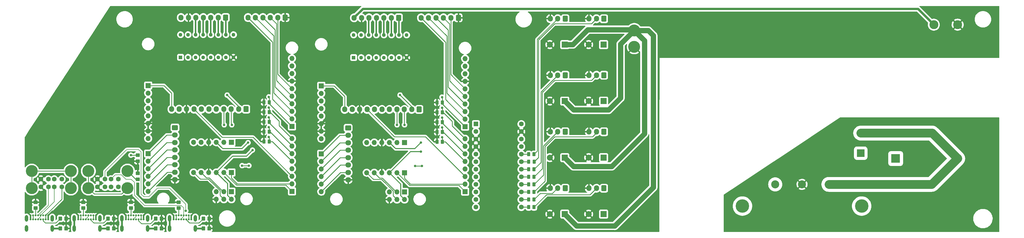
<source format=gtl>
G04 #@! TF.GenerationSoftware,KiCad,Pcbnew,(6.0.1)*
G04 #@! TF.CreationDate,2023-01-17T23:28:04-08:00*
G04 #@! TF.ProjectId,DDRduino2,44445264-7569-46e6-9f32-2e6b69636164,rev?*
G04 #@! TF.SameCoordinates,Original*
G04 #@! TF.FileFunction,Copper,L1,Top*
G04 #@! TF.FilePolarity,Positive*
%FSLAX46Y46*%
G04 Gerber Fmt 4.6, Leading zero omitted, Abs format (unit mm)*
G04 Created by KiCad (PCBNEW (6.0.1)) date 2023-01-17 23:28:04*
%MOMM*%
%LPD*%
G01*
G04 APERTURE LIST*
G04 Aperture macros list*
%AMRoundRect*
0 Rectangle with rounded corners*
0 $1 Rounding radius*
0 $2 $3 $4 $5 $6 $7 $8 $9 X,Y pos of 4 corners*
0 Add a 4 corners polygon primitive as box body*
4,1,4,$2,$3,$4,$5,$6,$7,$8,$9,$2,$3,0*
0 Add four circle primitives for the rounded corners*
1,1,$1+$1,$2,$3*
1,1,$1+$1,$4,$5*
1,1,$1+$1,$6,$7*
1,1,$1+$1,$8,$9*
0 Add four rect primitives between the rounded corners*
20,1,$1+$1,$2,$3,$4,$5,0*
20,1,$1+$1,$4,$5,$6,$7,0*
20,1,$1+$1,$6,$7,$8,$9,0*
20,1,$1+$1,$8,$9,$2,$3,0*%
G04 Aperture macros list end*
G04 #@! TA.AperFunction,ComponentPad*
%ADD10C,2.700000*%
G04 #@! TD*
G04 #@! TA.AperFunction,ComponentPad*
%ADD11C,4.516000*%
G04 #@! TD*
G04 #@! TA.AperFunction,SMDPad,CuDef*
%ADD12RoundRect,0.250000X0.450000X-0.350000X0.450000X0.350000X-0.450000X0.350000X-0.450000X-0.350000X0*%
G04 #@! TD*
G04 #@! TA.AperFunction,SMDPad,CuDef*
%ADD13RoundRect,0.250000X0.262500X0.450000X-0.262500X0.450000X-0.262500X-0.450000X0.262500X-0.450000X0*%
G04 #@! TD*
G04 #@! TA.AperFunction,ComponentPad*
%ADD14C,0.650000*%
G04 #@! TD*
G04 #@! TA.AperFunction,ComponentPad*
%ADD15O,1.108000X2.216000*%
G04 #@! TD*
G04 #@! TA.AperFunction,ComponentPad*
%ADD16R,1.262126X1.262126*%
G04 #@! TD*
G04 #@! TA.AperFunction,ComponentPad*
%ADD17C,1.262126*%
G04 #@! TD*
G04 #@! TA.AperFunction,ComponentPad*
%ADD18C,1.600000*%
G04 #@! TD*
G04 #@! TA.AperFunction,ComponentPad*
%ADD19C,4.000000*%
G04 #@! TD*
G04 #@! TA.AperFunction,ComponentPad*
%ADD20RoundRect,0.250000X0.600000X0.725000X-0.600000X0.725000X-0.600000X-0.725000X0.600000X-0.725000X0*%
G04 #@! TD*
G04 #@! TA.AperFunction,ComponentPad*
%ADD21O,1.700000X1.950000*%
G04 #@! TD*
G04 #@! TA.AperFunction,ComponentPad*
%ADD22R,2.000000X2.000000*%
G04 #@! TD*
G04 #@! TA.AperFunction,ComponentPad*
%ADD23C,2.000000*%
G04 #@! TD*
G04 #@! TA.AperFunction,ComponentPad*
%ADD24R,1.700000X1.700000*%
G04 #@! TD*
G04 #@! TA.AperFunction,ComponentPad*
%ADD25O,1.700000X1.700000*%
G04 #@! TD*
G04 #@! TA.AperFunction,ComponentPad*
%ADD26RoundRect,0.250000X-0.725000X0.600000X-0.725000X-0.600000X0.725000X-0.600000X0.725000X0.600000X0*%
G04 #@! TD*
G04 #@! TA.AperFunction,ComponentPad*
%ADD27O,1.950000X1.700000*%
G04 #@! TD*
G04 #@! TA.AperFunction,SMDPad,CuDef*
%ADD28RoundRect,0.250000X-0.350000X-0.450000X0.350000X-0.450000X0.350000X0.450000X-0.350000X0.450000X0*%
G04 #@! TD*
G04 #@! TA.AperFunction,ComponentPad*
%ADD29R,2.500000X2.500000*%
G04 #@! TD*
G04 #@! TA.AperFunction,ComponentPad*
%ADD30C,2.500000*%
G04 #@! TD*
G04 #@! TA.AperFunction,ComponentPad*
%ADD31R,1.600000X1.600000*%
G04 #@! TD*
G04 #@! TA.AperFunction,SMDPad,CuDef*
%ADD32RoundRect,0.250000X-0.450000X0.350000X-0.450000X-0.350000X0.450000X-0.350000X0.450000X0.350000X0*%
G04 #@! TD*
G04 #@! TA.AperFunction,ComponentPad*
%ADD33R,3.000000X3.000000*%
G04 #@! TD*
G04 #@! TA.AperFunction,ComponentPad*
%ADD34C,3.000000*%
G04 #@! TD*
G04 #@! TA.AperFunction,ViaPad*
%ADD35C,0.800000*%
G04 #@! TD*
G04 #@! TA.AperFunction,Conductor*
%ADD36C,3.000000*%
G04 #@! TD*
G04 #@! TA.AperFunction,Conductor*
%ADD37C,0.500000*%
G04 #@! TD*
G04 #@! TA.AperFunction,Conductor*
%ADD38C,0.800000*%
G04 #@! TD*
G04 #@! TA.AperFunction,Conductor*
%ADD39C,0.250000*%
G04 #@! TD*
G04 #@! TA.AperFunction,Conductor*
%ADD40C,0.350000*%
G04 #@! TD*
G04 #@! TA.AperFunction,Conductor*
%ADD41C,1.760000*%
G04 #@! TD*
G04 #@! TA.AperFunction,Conductor*
%ADD42C,0.200000*%
G04 #@! TD*
G04 #@! TA.AperFunction,Conductor*
%ADD43C,0.600000*%
G04 #@! TD*
G04 APERTURE END LIST*
D10*
X319884230Y-155025730D03*
X310884230Y-155025730D03*
X301884230Y-155025730D03*
D11*
X330884230Y-162325730D03*
X290884230Y-162325730D03*
D12*
X53700000Y-162997480D03*
X53700000Y-160997480D03*
D13*
X132140000Y-133992000D03*
X130315000Y-133992000D03*
D14*
X52025000Y-165472480D03*
X52875000Y-165472480D03*
X53725000Y-165472480D03*
X54575000Y-165472480D03*
X55425000Y-165472480D03*
X56275000Y-165472480D03*
X57125000Y-165472480D03*
X57975000Y-165472480D03*
X57975000Y-166822480D03*
X57125000Y-166822480D03*
X56275000Y-166822480D03*
X55425000Y-166822480D03*
X54575000Y-166822480D03*
X53725000Y-166822480D03*
X52875000Y-166822480D03*
X52025000Y-166822480D03*
D15*
X50675000Y-166452480D03*
X59325000Y-166452480D03*
X59325000Y-169832480D03*
X50675000Y-169832480D03*
D16*
X102352000Y-112312000D03*
D17*
X104892000Y-112312000D03*
X107432000Y-112312000D03*
X109972000Y-112312000D03*
X112512000Y-112312000D03*
X115052000Y-112312000D03*
X117592000Y-112312000D03*
X120132000Y-112312000D03*
X120132000Y-104692000D03*
X117592000Y-104692000D03*
X115052000Y-104692000D03*
X112512000Y-104692000D03*
X109972000Y-104692000D03*
X107432000Y-104692000D03*
X104892000Y-104692000D03*
X102352000Y-104692000D03*
D13*
X132140000Y-137294000D03*
X130315000Y-137294000D03*
D16*
X160437480Y-112402480D03*
D17*
X162977480Y-112402480D03*
X165517480Y-112402480D03*
X168057480Y-112402480D03*
X170597480Y-112402480D03*
X173137480Y-112402480D03*
X175677480Y-112402480D03*
X178217480Y-112402480D03*
X178217480Y-104782480D03*
X175677480Y-104782480D03*
X173137480Y-104782480D03*
X170597480Y-104782480D03*
X168057480Y-104782480D03*
X165517480Y-104782480D03*
X162977480Y-104782480D03*
X160437480Y-104782480D03*
D18*
X81500000Y-155904700D03*
X81500000Y-153284700D03*
X79000000Y-155904700D03*
X79000000Y-153284700D03*
X77000000Y-155904700D03*
X77000000Y-153284700D03*
X74500000Y-155904700D03*
X74500000Y-153284700D03*
D19*
X84570000Y-150574700D03*
X71430000Y-150574700D03*
X84570000Y-156254700D03*
X71430000Y-156254700D03*
D20*
X244415865Y-118332480D03*
D21*
X241915865Y-118332480D03*
X239415865Y-118332480D03*
D22*
X244283542Y-127032480D03*
D23*
X239283542Y-127032480D03*
D13*
X190225480Y-140686480D03*
X188400480Y-140686480D03*
D20*
X244415865Y-156332480D03*
D21*
X241915865Y-156332480D03*
X239415865Y-156332480D03*
D14*
X68025000Y-165472480D03*
X68875000Y-165472480D03*
X69725000Y-165472480D03*
X70575000Y-165472480D03*
X71425000Y-165472480D03*
X72275000Y-165472480D03*
X73125000Y-165472480D03*
X73975000Y-165472480D03*
X73975000Y-166822480D03*
X73125000Y-166822480D03*
X72275000Y-166822480D03*
X71425000Y-166822480D03*
X70575000Y-166822480D03*
X69725000Y-166822480D03*
X68875000Y-166822480D03*
X68025000Y-166822480D03*
D15*
X66675000Y-166452480D03*
X75325000Y-166452480D03*
X75325000Y-169832480D03*
X66675000Y-169832480D03*
D13*
X190225480Y-134082480D03*
X188400480Y-134082480D03*
D20*
X244415865Y-99332480D03*
D21*
X241915865Y-99332480D03*
X239415865Y-99332480D03*
D13*
X190225480Y-137384480D03*
X188400480Y-137384480D03*
X132140000Y-140596000D03*
X130315000Y-140596000D03*
D22*
X231283542Y-146032480D03*
D23*
X226283542Y-146032480D03*
D24*
X177525480Y-151100480D03*
D25*
X174985480Y-151100480D03*
X172445480Y-151100480D03*
X169905480Y-151100480D03*
X167365480Y-151100480D03*
X164825480Y-151100480D03*
D26*
X100492000Y-135942000D03*
D27*
X100492000Y-138442000D03*
X100492000Y-140942000D03*
X100492000Y-143442000D03*
X100492000Y-145942000D03*
X100492000Y-148442000D03*
X100492000Y-150942000D03*
X100492000Y-153442000D03*
D28*
X94000000Y-169797480D03*
X96000000Y-169797480D03*
D20*
X175577480Y-99032480D03*
D21*
X173077480Y-99032480D03*
X170577480Y-99032480D03*
X168077480Y-99032480D03*
X165577480Y-99032480D03*
X163077480Y-99032480D03*
X160577480Y-99032480D03*
D20*
X117492000Y-98942000D03*
D21*
X114992000Y-98942000D03*
X112492000Y-98942000D03*
X109992000Y-98942000D03*
X107492000Y-98942000D03*
X104992000Y-98942000D03*
X102492000Y-98942000D03*
D22*
X244283542Y-165032480D03*
D23*
X239283542Y-165032480D03*
D13*
X220971980Y-160132480D03*
X219146980Y-160132480D03*
D29*
X330577480Y-144532480D03*
D30*
X330577480Y-137782480D03*
D19*
X254577480Y-103282480D03*
X254577480Y-108782480D03*
D28*
X78000000Y-169797480D03*
X80000000Y-169797480D03*
X110000000Y-166497480D03*
X112000000Y-166497480D03*
D20*
X231415865Y-156332480D03*
D21*
X228915865Y-156332480D03*
X226415865Y-156332480D03*
D22*
X244283542Y-108032480D03*
D23*
X239283542Y-108032480D03*
D12*
X101700000Y-163000000D03*
X101700000Y-161000000D03*
D28*
X94000000Y-166497480D03*
X96000000Y-166497480D03*
D13*
X220971980Y-144892480D03*
X219146980Y-144892480D03*
X132140000Y-127388000D03*
X130315000Y-127388000D03*
D24*
X119440000Y-151010000D03*
D25*
X116900000Y-151010000D03*
X114360000Y-151010000D03*
X111820000Y-151010000D03*
X109280000Y-151010000D03*
X106740000Y-151010000D03*
D22*
X231283542Y-165032480D03*
D23*
X226283542Y-165032480D03*
D13*
X220989980Y-147432480D03*
X219164980Y-147432480D03*
D20*
X124360000Y-129742000D03*
D21*
X121860000Y-129742000D03*
X119360000Y-129742000D03*
X116860000Y-129742000D03*
X114360000Y-129742000D03*
X111860000Y-129742000D03*
X109360000Y-129742000D03*
X106860000Y-129742000D03*
X104360000Y-129742000D03*
X101860000Y-129742000D03*
X99360000Y-129742000D03*
D12*
X69700000Y-163000000D03*
X69700000Y-161000000D03*
D13*
X190225480Y-127478480D03*
X188400480Y-127478480D03*
D20*
X231415865Y-118332480D03*
D21*
X228915865Y-118332480D03*
X226415865Y-118332480D03*
D13*
X220971980Y-162672480D03*
X219146980Y-162672480D03*
D20*
X244415865Y-137332480D03*
D21*
X241915865Y-137332480D03*
X239415865Y-137332480D03*
D20*
X137492000Y-98942000D03*
D21*
X134992000Y-98942000D03*
X132492000Y-98942000D03*
X129992000Y-98942000D03*
X127492000Y-98942000D03*
X124992000Y-98942000D03*
D13*
X220971980Y-152512480D03*
X219146980Y-152512480D03*
D24*
X177525480Y-140940480D03*
D25*
X174985480Y-140940480D03*
X172445480Y-140940480D03*
X169905480Y-140940480D03*
X167365480Y-140940480D03*
X164825480Y-140940480D03*
D12*
X85700000Y-163000000D03*
X85700000Y-161000000D03*
D14*
X100025000Y-165472480D03*
X100875000Y-165472480D03*
X101725000Y-165472480D03*
X102575000Y-165472480D03*
X103425000Y-165472480D03*
X104275000Y-165472480D03*
X105125000Y-165472480D03*
X105975000Y-165472480D03*
X105975000Y-166822480D03*
X105125000Y-166822480D03*
X104275000Y-166822480D03*
X103425000Y-166822480D03*
X102575000Y-166822480D03*
X101725000Y-166822480D03*
X100875000Y-166822480D03*
X100025000Y-166822480D03*
D15*
X98675000Y-166452480D03*
X107325000Y-166452480D03*
X107325000Y-169832480D03*
X98675000Y-169832480D03*
D14*
X84025000Y-165472480D03*
X84875000Y-165472480D03*
X85725000Y-165472480D03*
X86575000Y-165472480D03*
X87425000Y-165472480D03*
X88275000Y-165472480D03*
X89125000Y-165472480D03*
X89975000Y-165472480D03*
X89975000Y-166822480D03*
X89125000Y-166822480D03*
X88275000Y-166822480D03*
X87425000Y-166822480D03*
X86575000Y-166822480D03*
X85725000Y-166822480D03*
X84875000Y-166822480D03*
X84025000Y-166822480D03*
D15*
X82675000Y-166452480D03*
X91325000Y-166452480D03*
X91325000Y-169832480D03*
X82675000Y-169832480D03*
D22*
X244283542Y-146032480D03*
D23*
X239283542Y-146032480D03*
D20*
X231415865Y-137332480D03*
D21*
X228915865Y-137332480D03*
X226415865Y-137332480D03*
D13*
X220971980Y-155052480D03*
X219146980Y-155052480D03*
D28*
X110000000Y-169797480D03*
X112000000Y-169797480D03*
D20*
X182445480Y-129832480D03*
D21*
X179945480Y-129832480D03*
X177445480Y-129832480D03*
X174945480Y-129832480D03*
X172445480Y-129832480D03*
X169945480Y-129832480D03*
X167445480Y-129832480D03*
X164945480Y-129832480D03*
X162445480Y-129832480D03*
X159945480Y-129832480D03*
X157445480Y-129832480D03*
D18*
X201457480Y-137272480D03*
D31*
X201457480Y-134732480D03*
D18*
X201457480Y-144892480D03*
X201457480Y-147432480D03*
X201457480Y-149972480D03*
X201457480Y-152512480D03*
X201457480Y-155052480D03*
X201457480Y-157592480D03*
X201457480Y-160132480D03*
X201457480Y-162672480D03*
X216697480Y-162672480D03*
X216697480Y-157592480D03*
X216697480Y-155052480D03*
X216697480Y-160132480D03*
X216697480Y-152512480D03*
X216697480Y-149972480D03*
X216697480Y-147432480D03*
X216697480Y-144892480D03*
X201457480Y-139812480D03*
X201457480Y-142352480D03*
X216697480Y-137272480D03*
X216697480Y-134732480D03*
X216697480Y-139812480D03*
X216697480Y-142352480D03*
D32*
X88000000Y-145200000D03*
X88000000Y-147200000D03*
D28*
X62000000Y-169797480D03*
X64000000Y-169797480D03*
D20*
X195577480Y-99032480D03*
D21*
X193077480Y-99032480D03*
X190577480Y-99032480D03*
X188077480Y-99032480D03*
X185577480Y-99032480D03*
X183077480Y-99032480D03*
D24*
X119440000Y-140850000D03*
D25*
X116900000Y-140850000D03*
X114360000Y-140850000D03*
X111820000Y-140850000D03*
X109280000Y-140850000D03*
X106740000Y-140850000D03*
D12*
X88000000Y-153300000D03*
X88000000Y-151300000D03*
D18*
X62500000Y-155904700D03*
X62500000Y-153284700D03*
X60000000Y-155904700D03*
X60000000Y-153284700D03*
X58000000Y-155904700D03*
X58000000Y-153284700D03*
X55500000Y-155904700D03*
X55500000Y-153284700D03*
D19*
X65570000Y-150574700D03*
X52430000Y-150574700D03*
X65570000Y-156254700D03*
X52430000Y-156254700D03*
D13*
X220971980Y-149972480D03*
X219146980Y-149972480D03*
X220971980Y-157592480D03*
X219146980Y-157592480D03*
X132140000Y-130690000D03*
X130315000Y-130690000D03*
D33*
X342294980Y-146332480D03*
D34*
X363094980Y-146332480D03*
X363094980Y-101332480D03*
X355094980Y-101332480D03*
D22*
X231283542Y-127032480D03*
D23*
X226283542Y-127032480D03*
D20*
X231415865Y-99332480D03*
D21*
X228915865Y-99332480D03*
X226415865Y-99332480D03*
D22*
X231283542Y-108032480D03*
D23*
X226283542Y-108032480D03*
D13*
X190225480Y-130780480D03*
X188400480Y-130780480D03*
D28*
X78000000Y-166497480D03*
X80000000Y-166497480D03*
X62000000Y-166497480D03*
X64000000Y-166497480D03*
D26*
X158577480Y-136032480D03*
D27*
X158577480Y-138532480D03*
X158577480Y-141032480D03*
X158577480Y-143532480D03*
X158577480Y-146032480D03*
X158577480Y-148532480D03*
X158577480Y-151032480D03*
X158577480Y-153532480D03*
D24*
X197845480Y-135606480D03*
D25*
X197845480Y-133066480D03*
X197845480Y-130526480D03*
X197845480Y-127986480D03*
X197845480Y-125446480D03*
X197845480Y-122906480D03*
X197845480Y-120366480D03*
X197845480Y-117826480D03*
X197845480Y-115286480D03*
X197845480Y-112746480D03*
D24*
X119440000Y-157487000D03*
D25*
X119440000Y-160027000D03*
X116900000Y-157487000D03*
X116900000Y-160027000D03*
X114360000Y-157487000D03*
X114360000Y-160027000D03*
D24*
X139760000Y-157360000D03*
D25*
X139760000Y-154820000D03*
X139760000Y-152280000D03*
X139760000Y-149740000D03*
X139760000Y-147200000D03*
X139760000Y-144660000D03*
X139760000Y-142120000D03*
X139760000Y-139580000D03*
D24*
X197845480Y-157450480D03*
D25*
X197845480Y-154910480D03*
X197845480Y-152370480D03*
X197845480Y-149830480D03*
X197845480Y-147290480D03*
X197845480Y-144750480D03*
X197845480Y-142210480D03*
X197845480Y-139670480D03*
D24*
X177525480Y-157577480D03*
D25*
X177525480Y-160117480D03*
X174985480Y-157577480D03*
X174985480Y-160117480D03*
X172445480Y-157577480D03*
X172445480Y-160117480D03*
D24*
X139760000Y-135516000D03*
D25*
X139760000Y-132976000D03*
X139760000Y-130436000D03*
X139760000Y-127896000D03*
X139760000Y-125356000D03*
X139760000Y-122816000D03*
X139760000Y-120276000D03*
X139760000Y-117736000D03*
X139760000Y-115196000D03*
X139760000Y-112656000D03*
D24*
X149585480Y-121890480D03*
D25*
X149585480Y-124430480D03*
X149585480Y-126970480D03*
X149585480Y-129510480D03*
X149585480Y-132050480D03*
X149585480Y-134590480D03*
X149585480Y-137130480D03*
X149585480Y-139670480D03*
D24*
X91500000Y-144660000D03*
D25*
X91500000Y-147200000D03*
X91500000Y-149740000D03*
X91500000Y-152280000D03*
X91500000Y-154820000D03*
X91500000Y-157360000D03*
D24*
X91500000Y-121800000D03*
D25*
X91500000Y-124340000D03*
X91500000Y-126880000D03*
X91500000Y-129420000D03*
X91500000Y-131960000D03*
X91500000Y-134500000D03*
X91500000Y-137040000D03*
X91500000Y-139580000D03*
D24*
X149585480Y-144750480D03*
D25*
X149585480Y-147290480D03*
X149585480Y-149830480D03*
X149585480Y-152370480D03*
X149585480Y-154910480D03*
X149585480Y-157450480D03*
D35*
X88000000Y-149200000D03*
X88000000Y-157000000D03*
X91500000Y-160500000D03*
X82700000Y-164097480D03*
X98700000Y-164097480D03*
X66700000Y-164097480D03*
X177500000Y-135000000D03*
X175000000Y-135000000D03*
X183000000Y-144000000D03*
X183000000Y-141000000D03*
X176000000Y-125000000D03*
X125282000Y-148724000D03*
X122996000Y-148724000D03*
X183367480Y-148814480D03*
X181081480Y-148814480D03*
X119546701Y-135000000D03*
X117000000Y-135000000D03*
X125000000Y-141000000D03*
X118000000Y-125000000D03*
X126500000Y-143500000D03*
X104124500Y-163900000D03*
X190074980Y-139162480D03*
X190074980Y-135860480D03*
X190074980Y-132558480D03*
X190074980Y-129256480D03*
X190074980Y-125700480D03*
X131989500Y-139072000D03*
X131989500Y-135770000D03*
X131989500Y-132468000D03*
X131989500Y-129166000D03*
X131989500Y-125610000D03*
X85700000Y-145200000D03*
D36*
X354544980Y-137782480D02*
X330577480Y-137782480D01*
X363094980Y-146332480D02*
X354544980Y-137782480D01*
X354401730Y-155025730D02*
X363094980Y-146332480D01*
X319884230Y-155025730D02*
X354401730Y-155025730D01*
D37*
X73975000Y-165472480D02*
X75350000Y-164097480D01*
X89975000Y-166822480D02*
X89975000Y-165472480D01*
X84025000Y-165422480D02*
X82700000Y-164097480D01*
D38*
X111820000Y-139320000D02*
X111820000Y-140850000D01*
D37*
X105975000Y-166822480D02*
X105975000Y-165472480D01*
X84025000Y-166822480D02*
X84025000Y-165472480D01*
D38*
X94000000Y-132000000D02*
X104360000Y-132000000D01*
X162445480Y-132000000D02*
X152175960Y-132000000D01*
D37*
X100025000Y-166822480D02*
X100025000Y-165472480D01*
D38*
X169905480Y-139405480D02*
X169905480Y-140940480D01*
X104360000Y-132000000D02*
X104360000Y-129742000D01*
X104360000Y-131860000D02*
X111820000Y-139320000D01*
X162445480Y-129832480D02*
X162445480Y-131945480D01*
X162445480Y-131945480D02*
X169905480Y-139405480D01*
X162445480Y-129832480D02*
X162445480Y-132000000D01*
D37*
X68025000Y-166822480D02*
X68025000Y-165472480D01*
X52025000Y-166822480D02*
X52025000Y-165472480D01*
X73975000Y-166822480D02*
X73975000Y-165472480D01*
X57975000Y-166822480D02*
X57975000Y-165472480D01*
X68025000Y-165422480D02*
X66700000Y-164097480D01*
X75350000Y-164097480D02*
X82700000Y-164097480D01*
X68025000Y-165472480D02*
X68025000Y-165422480D01*
X98700000Y-164097480D02*
X91350000Y-164097480D01*
X100025000Y-165422480D02*
X98700000Y-164097480D01*
D38*
X91500000Y-134500000D02*
X94000000Y-132000000D01*
X152175960Y-132000000D02*
X149585480Y-134590480D01*
D37*
X84025000Y-165472480D02*
X84025000Y-165422480D01*
D38*
X104360000Y-129742000D02*
X104360000Y-131860000D01*
D37*
X91350000Y-164097480D02*
X89975000Y-165472480D01*
X66700000Y-164097480D02*
X59350000Y-164097480D01*
X59350000Y-164097480D02*
X57975000Y-165472480D01*
X100025000Y-165472480D02*
X100025000Y-165422480D01*
D39*
X177445480Y-134945480D02*
X177445480Y-129832480D01*
X177500000Y-135000000D02*
X177445480Y-134945480D01*
X174945480Y-134945480D02*
X175000000Y-135000000D01*
X174945480Y-129832480D02*
X174945480Y-134945480D01*
X164945480Y-129832480D02*
X174113000Y-139000000D01*
X197845480Y-152345480D02*
X197845480Y-152370480D01*
X174113000Y-139000000D02*
X184500000Y-139000000D01*
X184500000Y-139000000D02*
X197845480Y-152345480D01*
X134992000Y-98942000D02*
X134992000Y-118048000D01*
X134992000Y-118048000D02*
X139760000Y-122816000D01*
X134542480Y-120138480D02*
X139760000Y-125356000D01*
X132492000Y-98942000D02*
X134542480Y-100992480D01*
X134542480Y-100992480D02*
X134542480Y-120138480D01*
X134092960Y-103042960D02*
X134092960Y-122228960D01*
X129992000Y-98942000D02*
X134092960Y-103042960D01*
X134092960Y-122228960D02*
X139760000Y-127896000D01*
X133643440Y-105093440D02*
X133643440Y-124319440D01*
X133643440Y-124319440D02*
X139760000Y-130436000D01*
X127492000Y-98942000D02*
X133643440Y-105093440D01*
X133193920Y-126409920D02*
X139760000Y-132976000D01*
X133193920Y-107143920D02*
X133193920Y-126409920D01*
X124992000Y-98942000D02*
X133193920Y-107143920D01*
D40*
X176255480Y-154910480D02*
X176255480Y-158847480D01*
X176255480Y-158847480D02*
X177525480Y-160117480D01*
X172445480Y-151100480D02*
X176255480Y-154910480D01*
X179545960Y-144000000D02*
X172445480Y-151100480D01*
X183000000Y-144000000D02*
X179545960Y-144000000D01*
X181000000Y-143000000D02*
X174505000Y-143000000D01*
X183000000Y-141000000D02*
X181000000Y-143000000D01*
X179945480Y-128945480D02*
X179945480Y-129832480D01*
X174505000Y-143000000D02*
X172445480Y-140940480D01*
X176000000Y-125000000D02*
X179945480Y-128945480D01*
D39*
X125282000Y-148724000D02*
X122996000Y-148724000D01*
X97718000Y-138442000D02*
X91500000Y-144660000D01*
X100492000Y-138442000D02*
X97718000Y-138442000D01*
X100492000Y-140942000D02*
X97758000Y-140942000D01*
X97758000Y-140942000D02*
X91500000Y-147200000D01*
X100492000Y-143442000D02*
X97798000Y-143442000D01*
X97798000Y-143442000D02*
X91500000Y-149740000D01*
X100492000Y-145942000D02*
X97838000Y-145942000D01*
X97838000Y-145942000D02*
X91500000Y-152280000D01*
X97878000Y-148442000D02*
X91500000Y-154820000D01*
X100492000Y-148442000D02*
X97878000Y-148442000D01*
X100492000Y-150942000D02*
X97918000Y-150942000D01*
X97918000Y-150942000D02*
X91500000Y-157360000D01*
X119440000Y-151010000D02*
X119440000Y-152914282D01*
X121345718Y-154820000D02*
X139760000Y-154820000D01*
X119440000Y-152914282D02*
X121345718Y-154820000D01*
X116900000Y-151010000D02*
X121159521Y-155269520D01*
X137669520Y-155269520D02*
X139760000Y-157360000D01*
X121159521Y-155269520D02*
X137669520Y-155269520D01*
X111058000Y-152788000D02*
X111936990Y-152788000D01*
X111936990Y-152788000D02*
X112952990Y-153804000D01*
X112952990Y-153804000D02*
X112973728Y-153804000D01*
X112973728Y-153804000D02*
X116656728Y-157487000D01*
X109280000Y-151010000D02*
X111058000Y-152788000D01*
X116656728Y-157487000D02*
X116900000Y-157487000D01*
X111750792Y-153237520D02*
X108967520Y-153237520D01*
X115630000Y-158757000D02*
X115630000Y-157095990D01*
X112503470Y-153990197D02*
X111750792Y-153237520D01*
X108967520Y-153237520D02*
X106740000Y-151010000D01*
X112766792Y-154253520D02*
X112503470Y-153990197D01*
X115630000Y-157095990D02*
X112787530Y-154253520D01*
X112787530Y-154253520D02*
X112766792Y-154253520D01*
X116900000Y-160027000D02*
X115630000Y-158757000D01*
D38*
X349762500Y-96000000D02*
X163500000Y-96000000D01*
X163500000Y-96000000D02*
X160577480Y-98922520D01*
X160577480Y-98922520D02*
X160577480Y-99032480D01*
X355094980Y-101332480D02*
X349762500Y-96000000D01*
D41*
X248000000Y-169000000D02*
X261000000Y-156000000D01*
X246000000Y-130000000D02*
X250000000Y-126000000D01*
X231283542Y-108032480D02*
X233967520Y-108032480D01*
X233967520Y-108032480D02*
X239000000Y-103000000D01*
X258000000Y-106705000D02*
X254577480Y-103282480D01*
X231283542Y-165032480D02*
X235251062Y-169000000D01*
X231283542Y-146032480D02*
X234251062Y-149000000D01*
X235251062Y-169000000D02*
X248000000Y-169000000D01*
X234251062Y-130000000D02*
X246000000Y-130000000D01*
X250000000Y-126000000D02*
X250000000Y-107859960D01*
X261000000Y-156000000D02*
X261000000Y-105000000D01*
X239000000Y-103000000D02*
X254295000Y-103000000D01*
X247000000Y-149000000D02*
X258000000Y-138000000D01*
X258000000Y-138000000D02*
X258000000Y-106705000D01*
X261000000Y-105000000D02*
X259282480Y-103282480D01*
X234251062Y-149000000D02*
X247000000Y-149000000D01*
X259282480Y-103282480D02*
X254577480Y-103282480D01*
X250000000Y-107859960D02*
X254577480Y-103282480D01*
X231283542Y-127032480D02*
X234251062Y-130000000D01*
X254295000Y-103000000D02*
X254577480Y-103282480D01*
D39*
X240215865Y-120032480D02*
X227851583Y-120032480D01*
X227851583Y-120032480D02*
X223727000Y-124157063D01*
X241915865Y-118332480D02*
X240215865Y-120032480D01*
X223727000Y-124157063D02*
X223727000Y-149757460D01*
X223727000Y-149757460D02*
X220971980Y-152512480D01*
X193077480Y-99032480D02*
X193077480Y-118138480D01*
X193077480Y-118138480D02*
X197845480Y-122906480D01*
X192627960Y-101082960D02*
X192627960Y-120228960D01*
X190577480Y-99032480D02*
X192627960Y-101082960D01*
X192627960Y-120228960D02*
X197845480Y-125446480D01*
X192178440Y-103133440D02*
X192178440Y-122319440D01*
X188077480Y-99032480D02*
X192178440Y-103133440D01*
X192178440Y-122319440D02*
X197845480Y-127986480D01*
X191728920Y-105183920D02*
X191728920Y-124409920D01*
X191728920Y-124409920D02*
X197845480Y-130526480D01*
X185577480Y-99032480D02*
X191728920Y-105183920D01*
X191279400Y-126500400D02*
X197845480Y-133066480D01*
X191279400Y-107234400D02*
X191279400Y-126500400D01*
X183077480Y-99032480D02*
X191279400Y-107234400D01*
X175577480Y-99032480D02*
X175677480Y-99132480D01*
D37*
X175677480Y-99132480D02*
X175677480Y-104782480D01*
X173137480Y-104782480D02*
X173137480Y-99092480D01*
D39*
X173137480Y-99092480D02*
X173077480Y-99032480D01*
D37*
X170597480Y-104782480D02*
X170597480Y-99052480D01*
D39*
X170597480Y-99052480D02*
X170577480Y-99032480D01*
D37*
X168057480Y-104782480D02*
X168057480Y-99052480D01*
D39*
X168057480Y-99052480D02*
X168077480Y-99032480D01*
D37*
X165517480Y-99092480D02*
X165577480Y-99032480D01*
X165517480Y-104782480D02*
X165517480Y-99092480D01*
D39*
X153890480Y-121890480D02*
X149585480Y-121890480D01*
X157445480Y-125445480D02*
X153890480Y-121890480D01*
X157445480Y-129832480D02*
X157445480Y-125445480D01*
X228915865Y-118332480D02*
X223277480Y-123970865D01*
X223277480Y-123970865D02*
X223277480Y-147666980D01*
X223277480Y-147666980D02*
X220971980Y-149972480D01*
X240215865Y-101032480D02*
X227851583Y-101032480D01*
X227851583Y-101032480D02*
X222477480Y-106406583D01*
X222477480Y-106406583D02*
X222477480Y-145944980D01*
X222477480Y-145944980D02*
X220989980Y-147432480D01*
X241915865Y-99332480D02*
X240215865Y-101032480D01*
X222027960Y-143836500D02*
X222027960Y-106220385D01*
X220971980Y-144892480D02*
X222027960Y-143836500D01*
X222027960Y-106220385D02*
X228915865Y-99332480D01*
X216697480Y-157592480D02*
X219146980Y-157592480D01*
X183367480Y-148814480D02*
X181081480Y-148814480D01*
X158577480Y-138532480D02*
X155803480Y-138532480D01*
X155803480Y-138532480D02*
X149585480Y-144750480D01*
X155843480Y-141032480D02*
X149585480Y-147290480D01*
X158577480Y-141032480D02*
X155843480Y-141032480D01*
X158577480Y-143532480D02*
X155883480Y-143532480D01*
X155883480Y-143532480D02*
X149585480Y-149830480D01*
X155923480Y-146032480D02*
X149585480Y-152370480D01*
X158577480Y-146032480D02*
X155923480Y-146032480D01*
X158577480Y-148532480D02*
X155963480Y-148532480D01*
X155963480Y-148532480D02*
X149585480Y-154910480D01*
X158577480Y-151032480D02*
X156003480Y-151032480D01*
X156003480Y-151032480D02*
X149585480Y-157450480D01*
X179431198Y-154910480D02*
X197845480Y-154910480D01*
X177525480Y-153004762D02*
X179431198Y-154910480D01*
X177525480Y-151100480D02*
X177525480Y-153004762D01*
X179245001Y-155360000D02*
X195755000Y-155360000D01*
X174985480Y-151100480D02*
X179245001Y-155360000D01*
X195755000Y-155360000D02*
X197845480Y-157450480D01*
X171038470Y-153894480D02*
X171059208Y-153894480D01*
X174742208Y-157577480D02*
X174985480Y-157577480D01*
X171059208Y-153894480D02*
X174742208Y-157577480D01*
X169143480Y-152878480D02*
X170022470Y-152878480D01*
X170022470Y-152878480D02*
X171038470Y-153894480D01*
X167365480Y-151100480D02*
X169143480Y-152878480D01*
X173715480Y-157186470D02*
X170873010Y-154344000D01*
X170852272Y-154344000D02*
X170588950Y-154080677D01*
X174985480Y-160117480D02*
X173715480Y-158847480D01*
X170873010Y-154344000D02*
X170852272Y-154344000D01*
X167053000Y-153328000D02*
X164825480Y-151100480D01*
X173715480Y-158847480D02*
X173715480Y-157186470D01*
X169836272Y-153328000D02*
X167053000Y-153328000D01*
X170588950Y-154080677D02*
X169836272Y-153328000D01*
X216697480Y-155052480D02*
X219146980Y-155052480D01*
X216697480Y-162672480D02*
X219146980Y-162672480D01*
X216697480Y-160132480D02*
X219146980Y-160132480D01*
X216697480Y-147432480D02*
X219164980Y-147432480D01*
X216697480Y-144892480D02*
X219146980Y-144892480D01*
X117492000Y-98942000D02*
X117592000Y-99042000D01*
D37*
X117592000Y-99042000D02*
X117592000Y-104692000D01*
X115052000Y-104692000D02*
X115052000Y-99002000D01*
D39*
X115052000Y-99002000D02*
X114992000Y-98942000D01*
D37*
X112512000Y-104692000D02*
X112512000Y-98962000D01*
D39*
X112512000Y-98962000D02*
X112492000Y-98942000D01*
X109972000Y-98962000D02*
X109992000Y-98942000D01*
D37*
X109972000Y-104692000D02*
X109972000Y-98962000D01*
X107432000Y-104692000D02*
X107432000Y-99002000D01*
X107432000Y-99002000D02*
X107492000Y-98942000D01*
D39*
X119546701Y-135000000D02*
X119360000Y-134813299D01*
X119360000Y-134813299D02*
X119360000Y-129742000D01*
X117000000Y-135000000D02*
X116860000Y-134860000D01*
X116860000Y-134860000D02*
X116860000Y-129742000D01*
D40*
X121860000Y-128860000D02*
X121860000Y-129742000D01*
X116510000Y-143000000D02*
X114360000Y-140850000D01*
X123000000Y-143000000D02*
X116510000Y-143000000D01*
X118000000Y-125000000D02*
X121860000Y-128860000D01*
X125000000Y-141000000D02*
X123000000Y-143000000D01*
D39*
X116295810Y-139177810D02*
X126657810Y-139177810D01*
X106860000Y-129742000D02*
X116295810Y-139177810D01*
X126657810Y-139177810D02*
X139760000Y-152280000D01*
D40*
X118150000Y-158737000D02*
X119440000Y-160027000D01*
X124500000Y-145500000D02*
X119870000Y-145500000D01*
X118150000Y-154800000D02*
X118150000Y-158737000D01*
X126500000Y-143500000D02*
X124500000Y-145500000D01*
X119870000Y-145500000D02*
X114360000Y-151010000D01*
X114360000Y-151010000D02*
X118150000Y-154800000D01*
D39*
X216697480Y-152512480D02*
X219146980Y-152512480D01*
X216697480Y-149972480D02*
X219146980Y-149972480D01*
X105125000Y-165472480D02*
X105125000Y-166822480D01*
X100875000Y-166822480D02*
X100875000Y-165472480D01*
X101725000Y-165472480D02*
X101725000Y-163022480D01*
X101725000Y-163022480D02*
X101700000Y-162997480D01*
D42*
X84300000Y-143300000D02*
X77000000Y-150600000D01*
X104124500Y-163900000D02*
X104124500Y-161724500D01*
X91700000Y-159200000D02*
X90000000Y-159200000D01*
X94600000Y-156300000D02*
X91700000Y-159200000D01*
X89100000Y-158300000D02*
X89100000Y-144100000D01*
X104124500Y-161724500D02*
X98700000Y-156300000D01*
X89100000Y-144100000D02*
X88300000Y-143300000D01*
X88300000Y-143300000D02*
X84300000Y-143300000D01*
X77000000Y-150600000D02*
X77000000Y-153284700D01*
X98700000Y-156300000D02*
X94600000Y-156300000D01*
X90000000Y-159200000D02*
X89100000Y-158300000D01*
D39*
X225127960Y-158482000D02*
X220971980Y-162637980D01*
X220971980Y-162637980D02*
X220971980Y-162672480D01*
X241915865Y-156332480D02*
X239766345Y-158482000D01*
X239766345Y-158482000D02*
X225127960Y-158482000D01*
X228915865Y-156332480D02*
X228846673Y-156332480D01*
X227146673Y-158032480D02*
X223071980Y-158032480D01*
X228846673Y-156332480D02*
X227146673Y-158032480D01*
X223071980Y-158032480D02*
X220971980Y-160132480D01*
X241915865Y-137332480D02*
X241915865Y-137694095D01*
X240577480Y-139032480D02*
X227851583Y-139032480D01*
X224626040Y-153938420D02*
X220971980Y-157592480D01*
X241915865Y-137694095D02*
X240577480Y-139032480D01*
X227851583Y-139032480D02*
X224626040Y-142258023D01*
X224626040Y-142258023D02*
X224626040Y-153938420D01*
X224176520Y-142071825D02*
X224176520Y-151847940D01*
X224176520Y-151847940D02*
X220971980Y-155052480D01*
X228915865Y-137332480D02*
X224176520Y-142071825D01*
X197845480Y-147290480D02*
X191241480Y-140686480D01*
X190225480Y-139312980D02*
X190074980Y-139162480D01*
X191241480Y-140686480D02*
X190225480Y-140686480D01*
X190225480Y-140686480D02*
X190225480Y-139312980D01*
X190225480Y-137384480D02*
X190225480Y-136010980D01*
X197845480Y-144750480D02*
X190479480Y-137384480D01*
X190479480Y-137384480D02*
X190225480Y-137384480D01*
X190225480Y-136010980D02*
X190074980Y-135860480D01*
X190225480Y-132708980D02*
X190074980Y-132558480D01*
X197845480Y-142084198D02*
X190225480Y-134464198D01*
X190225480Y-134082480D02*
X190225480Y-132708980D01*
X197845480Y-142210480D02*
X197845480Y-142084198D01*
X190225480Y-134464198D02*
X190225480Y-134082480D01*
X190225480Y-129406980D02*
X190074980Y-129256480D01*
X190225480Y-130780480D02*
X190225480Y-129406980D01*
X190225480Y-130780480D02*
X190479480Y-130780480D01*
X193527480Y-133828480D02*
X193527480Y-135352480D01*
X193527480Y-135352480D02*
X197845480Y-139670480D01*
X190479480Y-130780480D02*
X193527480Y-133828480D01*
X190225480Y-127986480D02*
X197845480Y-135606480D01*
X190225480Y-127478480D02*
X190225480Y-125850980D01*
X190225480Y-127478480D02*
X190225480Y-127986480D01*
X190225480Y-125850980D02*
X190074980Y-125700480D01*
X133156000Y-140596000D02*
X132140000Y-140596000D01*
X132140000Y-139222500D02*
X131989500Y-139072000D01*
X132140000Y-140596000D02*
X132140000Y-139222500D01*
X139760000Y-147200000D02*
X133156000Y-140596000D01*
X139760000Y-144660000D02*
X132394000Y-137294000D01*
X132140000Y-135920500D02*
X131989500Y-135770000D01*
X132394000Y-137294000D02*
X132140000Y-137294000D01*
X132140000Y-137294000D02*
X132140000Y-135920500D01*
X139760000Y-141993718D02*
X132140000Y-134373718D01*
X139760000Y-142120000D02*
X139760000Y-141993718D01*
X132140000Y-133992000D02*
X132140000Y-132618500D01*
X132140000Y-132618500D02*
X131989500Y-132468000D01*
X132140000Y-134373718D02*
X132140000Y-133992000D01*
X132140000Y-130690000D02*
X132140000Y-129316500D01*
X135442000Y-135262000D02*
X139760000Y-139580000D01*
X132140000Y-130690000D02*
X132394000Y-130690000D01*
X132140000Y-129316500D02*
X131989500Y-129166000D01*
X132394000Y-130690000D02*
X135442000Y-133738000D01*
X135442000Y-133738000D02*
X135442000Y-135262000D01*
X132140000Y-125760500D02*
X131989500Y-125610000D01*
X132140000Y-127388000D02*
X132140000Y-125760500D01*
X132140000Y-127388000D02*
X132140000Y-127896000D01*
X132140000Y-127896000D02*
X139760000Y-135516000D01*
D42*
X86869511Y-154369511D02*
X86869511Y-158669511D01*
X103425000Y-165789076D02*
X103425000Y-165472480D01*
X86869511Y-158669511D02*
X90300480Y-162100480D01*
X102600480Y-162100480D02*
X103425000Y-162925000D01*
X84043299Y-153300000D02*
X85800000Y-153300000D01*
X85800000Y-153300000D02*
X86869511Y-154369511D01*
X79000000Y-153284700D02*
X80484700Y-151800000D01*
X90300480Y-162100480D02*
X102600480Y-162100480D01*
X102575000Y-166639076D02*
X103425000Y-165789076D01*
X82543299Y-151800000D02*
X84043299Y-153300000D01*
X103425000Y-162925000D02*
X103425000Y-165472480D01*
X80484700Y-151800000D02*
X82543299Y-151800000D01*
X102575000Y-166822480D02*
X102575000Y-166639076D01*
D39*
X108500000Y-167997480D02*
X110000000Y-166497480D01*
X104275000Y-166891028D02*
X105381452Y-167997480D01*
X104275000Y-166822480D02*
X104275000Y-166891028D01*
X105381452Y-167997480D02*
X108500000Y-167997480D01*
D43*
X107325000Y-169832480D02*
X109965000Y-169832480D01*
X98675000Y-166452480D02*
X98675000Y-169832480D01*
X109965000Y-169832480D02*
X110000000Y-169797480D01*
D39*
X89125000Y-166822480D02*
X89125000Y-165472480D01*
X84875000Y-166822480D02*
X84875000Y-165472480D01*
X85700000Y-165447480D02*
X85725000Y-165472480D01*
X85700000Y-163000000D02*
X85700000Y-165447480D01*
D42*
X86575000Y-166672480D02*
X86575000Y-166822480D01*
X87425000Y-165472480D02*
X87425000Y-165822480D01*
X87425000Y-165822480D02*
X86575000Y-166672480D01*
D39*
X92250000Y-168247480D02*
X94000000Y-166497480D01*
X88275000Y-167282099D02*
X89240381Y-168247480D01*
X89240381Y-168247480D02*
X92250000Y-168247480D01*
X88275000Y-166822480D02*
X88275000Y-167282099D01*
D43*
X93965000Y-169832480D02*
X94000000Y-169797480D01*
X82675000Y-166452480D02*
X82675000Y-169832480D01*
X91325000Y-169832480D02*
X93965000Y-169832480D01*
D39*
X69700000Y-163000000D02*
X69700000Y-165447480D01*
X69700000Y-165447480D02*
X69725000Y-165472480D01*
X72275000Y-167022480D02*
X73250000Y-167997480D01*
X76500000Y-167997480D02*
X78000000Y-166497480D01*
X72275000Y-166822480D02*
X72275000Y-167022480D01*
X73250000Y-167997480D02*
X76500000Y-167997480D01*
D43*
X75325000Y-169832480D02*
X77965000Y-169832480D01*
X66675000Y-166452480D02*
X66675000Y-169832480D01*
X77965000Y-169832480D02*
X78000000Y-169797480D01*
D39*
X53700000Y-165447480D02*
X53725000Y-165472480D01*
X53700000Y-162997480D02*
X53700000Y-165447480D01*
X60500000Y-167997480D02*
X62000000Y-166497480D01*
X56275000Y-166822480D02*
X56275000Y-167282099D01*
X56990381Y-167997480D02*
X60500000Y-167997480D01*
X56275000Y-167282099D02*
X56990381Y-167997480D01*
D43*
X59325000Y-169832480D02*
X61965000Y-169832480D01*
X61965000Y-169832480D02*
X62000000Y-169797480D01*
D39*
X65570000Y-150574700D02*
X65570000Y-156254700D01*
X88000000Y-145200000D02*
X85700000Y-145200000D01*
X65570000Y-150574700D02*
X52430000Y-150574700D01*
X52430000Y-150574700D02*
X52430000Y-156254700D01*
X71430000Y-156254700D02*
X73430000Y-158254700D01*
X82570000Y-158254700D02*
X84570000Y-156254700D01*
X88000000Y-153300000D02*
X87295300Y-153300000D01*
X73430000Y-158254700D02*
X82570000Y-158254700D01*
X71430000Y-150574700D02*
X71430000Y-156254700D01*
X87295300Y-153300000D02*
X84570000Y-150574700D01*
X73125000Y-166822480D02*
X73125000Y-165472480D01*
X68875000Y-166822480D02*
X68875000Y-165472480D01*
D42*
X70575000Y-166672480D02*
X70575000Y-166822480D01*
X71425000Y-165472480D02*
X71425000Y-165822480D01*
X71425000Y-165822480D02*
X70575000Y-166672480D01*
D39*
X57125000Y-166822480D02*
X57125000Y-165472480D01*
X57125000Y-165375000D02*
X57125000Y-165472480D01*
X62500000Y-160000000D02*
X57125000Y-165375000D01*
X62500000Y-155904700D02*
X62500000Y-160000000D01*
X52875000Y-166822480D02*
X52875000Y-165472480D01*
D42*
X58000000Y-162014287D02*
X54575000Y-165439287D01*
X58000000Y-155904700D02*
X58000000Y-162014287D01*
X54575000Y-165439287D02*
X54575000Y-165472480D01*
X54575000Y-166672480D02*
X55425000Y-165822480D01*
X55425000Y-165439287D02*
X55425000Y-165472480D01*
X60000000Y-155904700D02*
X60000000Y-160864287D01*
X60000000Y-160864287D02*
X55425000Y-165439287D01*
X55425000Y-165822480D02*
X55425000Y-165472480D01*
X54575000Y-166822480D02*
X54575000Y-166672480D01*
D39*
X99360000Y-124360000D02*
X96800000Y-121800000D01*
X99360000Y-129742000D02*
X99360000Y-124360000D01*
X96800000Y-121800000D02*
X91500000Y-121800000D01*
G04 #@! TA.AperFunction,Conductor*
G36*
X377011601Y-132552482D02*
G01*
X377058094Y-132606138D01*
X377069480Y-132658480D01*
X377069480Y-170898480D01*
X377049478Y-170966601D01*
X376995822Y-171013094D01*
X376943480Y-171024480D01*
X284703480Y-171024480D01*
X284635359Y-171004478D01*
X284588866Y-170950822D01*
X284577480Y-170898480D01*
X284577480Y-166430224D01*
X368323643Y-166430224D01*
X368323725Y-166433692D01*
X368328463Y-166634736D01*
X368332072Y-166787899D01*
X368379700Y-167142489D01*
X368380536Y-167145853D01*
X368380536Y-167145855D01*
X368430100Y-167345386D01*
X368465950Y-167489712D01*
X368589782Y-167825372D01*
X368669893Y-167985698D01*
X368748154Y-168142324D01*
X368748158Y-168142331D01*
X368749700Y-168145417D01*
X368943771Y-168445981D01*
X369039673Y-168563778D01*
X369167468Y-168720751D01*
X369167475Y-168720758D01*
X369169653Y-168723434D01*
X369424617Y-168974424D01*
X369705583Y-169195920D01*
X370009158Y-169385246D01*
X370012284Y-169386747D01*
X370012293Y-169386752D01*
X370181721Y-169468110D01*
X370331676Y-169540117D01*
X370334945Y-169541265D01*
X370665981Y-169657517D01*
X370665989Y-169657519D01*
X370669240Y-169658661D01*
X370672602Y-169659440D01*
X370672608Y-169659442D01*
X370811151Y-169691554D01*
X371017775Y-169739447D01*
X371021192Y-169739851D01*
X371021201Y-169739853D01*
X371370365Y-169781179D01*
X371373069Y-169781499D01*
X371375784Y-169781584D01*
X371375793Y-169781585D01*
X371400749Y-169782369D01*
X371420194Y-169782980D01*
X371667297Y-169782980D01*
X371669016Y-169782885D01*
X371669031Y-169782885D01*
X371811169Y-169775062D01*
X371934714Y-169768263D01*
X371938126Y-169767695D01*
X371938136Y-169767694D01*
X372181435Y-169727197D01*
X372287633Y-169709521D01*
X372631975Y-169612407D01*
X372963580Y-169478093D01*
X373139069Y-169383404D01*
X373275394Y-169309847D01*
X373275398Y-169309844D01*
X373278444Y-169308201D01*
X373440902Y-169195920D01*
X373569923Y-169106749D01*
X373569929Y-169106745D01*
X373572764Y-169104785D01*
X373842984Y-168870299D01*
X373976499Y-168725864D01*
X374083494Y-168610117D01*
X374085842Y-168607577D01*
X374203218Y-168448663D01*
X374296340Y-168322586D01*
X374296345Y-168322578D01*
X374298403Y-168319792D01*
X374478101Y-168010420D01*
X374622765Y-167683197D01*
X374730647Y-167342076D01*
X374800446Y-166991176D01*
X374831317Y-166634736D01*
X374826579Y-166433692D01*
X374822970Y-166280525D01*
X374822969Y-166280518D01*
X374822888Y-166277061D01*
X374775260Y-165922471D01*
X374725683Y-165722884D01*
X374689847Y-165578616D01*
X374689845Y-165578609D01*
X374689010Y-165575248D01*
X374565178Y-165239588D01*
X374474302Y-165057718D01*
X374406806Y-164922636D01*
X374406802Y-164922629D01*
X374405260Y-164919543D01*
X374211189Y-164618979D01*
X374081899Y-164460171D01*
X373987492Y-164344209D01*
X373987485Y-164344202D01*
X373985307Y-164341526D01*
X373932585Y-164289625D01*
X373833810Y-164192390D01*
X373730343Y-164090536D01*
X373607452Y-163993656D01*
X373452100Y-163871187D01*
X373449377Y-163869040D01*
X373145802Y-163679714D01*
X373142676Y-163678213D01*
X373142667Y-163678208D01*
X372973239Y-163596850D01*
X372823284Y-163524843D01*
X372820015Y-163523695D01*
X372488979Y-163407443D01*
X372488971Y-163407441D01*
X372485720Y-163406299D01*
X372482358Y-163405520D01*
X372482352Y-163405518D01*
X372270367Y-163356383D01*
X372137185Y-163325513D01*
X372133768Y-163325109D01*
X372133759Y-163325107D01*
X371784595Y-163283781D01*
X371784594Y-163283781D01*
X371781891Y-163283461D01*
X371779176Y-163283376D01*
X371779167Y-163283375D01*
X371754211Y-163282591D01*
X371734766Y-163281980D01*
X371487663Y-163281980D01*
X371485944Y-163282075D01*
X371485929Y-163282075D01*
X371343791Y-163289898D01*
X371220246Y-163296697D01*
X371216834Y-163297265D01*
X371216824Y-163297266D01*
X370973525Y-163337763D01*
X370867327Y-163355439D01*
X370522985Y-163452553D01*
X370191380Y-163586867D01*
X370188328Y-163588514D01*
X369879566Y-163755113D01*
X369879562Y-163755116D01*
X369876516Y-163756759D01*
X369873668Y-163758728D01*
X369873667Y-163758728D01*
X369585037Y-163958211D01*
X369585031Y-163958215D01*
X369582196Y-163960175D01*
X369311976Y-164194661D01*
X369309628Y-164197201D01*
X369309626Y-164197203D01*
X369176215Y-164341526D01*
X369069118Y-164457383D01*
X369067059Y-164460171D01*
X368858620Y-164742374D01*
X368858615Y-164742382D01*
X368856557Y-164745168D01*
X368854818Y-164748162D01*
X368854816Y-164748165D01*
X368821499Y-164805524D01*
X368676859Y-165054540D01*
X368532195Y-165381763D01*
X368424313Y-165722884D01*
X368354514Y-166073784D01*
X368323643Y-166430224D01*
X284577480Y-166430224D01*
X284577480Y-162314339D01*
X287620964Y-162314339D01*
X287638821Y-162666836D01*
X287639358Y-162670191D01*
X287639359Y-162670197D01*
X287678187Y-162912608D01*
X287694642Y-163015343D01*
X287787776Y-163355783D01*
X287800527Y-163388152D01*
X287915377Y-163679714D01*
X287917133Y-163684173D01*
X287918716Y-163687188D01*
X288079614Y-163993656D01*
X288079619Y-163993664D01*
X288081198Y-163996672D01*
X288083092Y-163999490D01*
X288083097Y-163999499D01*
X288212715Y-164192390D01*
X288278054Y-164289625D01*
X288505397Y-164559603D01*
X288507857Y-164561954D01*
X288507860Y-164561957D01*
X288758105Y-164801096D01*
X288758112Y-164801102D01*
X288760568Y-164803449D01*
X289040581Y-165018311D01*
X289043499Y-165020085D01*
X289339247Y-165199903D01*
X289339252Y-165199906D01*
X289342162Y-165201675D01*
X289345250Y-165203121D01*
X289345249Y-165203121D01*
X289658698Y-165349952D01*
X289658708Y-165349956D01*
X289661782Y-165351396D01*
X289665000Y-165352498D01*
X289665003Y-165352499D01*
X289992471Y-165464617D01*
X289992475Y-165464618D01*
X289995702Y-165465723D01*
X289999032Y-165466473D01*
X289999041Y-165466476D01*
X290242394Y-165521317D01*
X290340016Y-165543317D01*
X290343401Y-165543703D01*
X290343409Y-165543704D01*
X290687313Y-165582887D01*
X290687321Y-165582887D01*
X290690696Y-165583272D01*
X290694100Y-165583290D01*
X290694103Y-165583290D01*
X290885857Y-165584294D01*
X291043641Y-165585120D01*
X291047027Y-165584770D01*
X291047029Y-165584770D01*
X291391328Y-165549191D01*
X291391337Y-165549190D01*
X291394720Y-165548840D01*
X291398053Y-165548126D01*
X291398056Y-165548125D01*
X291567922Y-165511709D01*
X291739828Y-165474855D01*
X292074927Y-165364031D01*
X292396097Y-165217666D01*
X292489635Y-165162127D01*
X292696637Y-165039219D01*
X292696642Y-165039216D01*
X292699582Y-165037470D01*
X292725100Y-165018311D01*
X292979097Y-164827604D01*
X292981830Y-164825552D01*
X293239540Y-164584391D01*
X293469698Y-164316808D01*
X293669610Y-164025933D01*
X293671222Y-164022939D01*
X293671227Y-164022931D01*
X293813485Y-163758728D01*
X293836939Y-163715170D01*
X293969728Y-163388152D01*
X293978046Y-163358953D01*
X294065487Y-163051984D01*
X294066421Y-163048706D01*
X294125889Y-162700803D01*
X294128175Y-162663441D01*
X294147326Y-162350310D01*
X294147436Y-162348512D01*
X294147516Y-162325730D01*
X294146899Y-162314339D01*
X327620964Y-162314339D01*
X327638821Y-162666836D01*
X327639358Y-162670191D01*
X327639359Y-162670197D01*
X327678187Y-162912608D01*
X327694642Y-163015343D01*
X327787776Y-163355783D01*
X327800527Y-163388152D01*
X327915377Y-163679714D01*
X327917133Y-163684173D01*
X327918716Y-163687188D01*
X328079614Y-163993656D01*
X328079619Y-163993664D01*
X328081198Y-163996672D01*
X328083092Y-163999490D01*
X328083097Y-163999499D01*
X328212715Y-164192390D01*
X328278054Y-164289625D01*
X328505397Y-164559603D01*
X328507857Y-164561954D01*
X328507860Y-164561957D01*
X328758105Y-164801096D01*
X328758112Y-164801102D01*
X328760568Y-164803449D01*
X329040581Y-165018311D01*
X329043499Y-165020085D01*
X329339247Y-165199903D01*
X329339252Y-165199906D01*
X329342162Y-165201675D01*
X329345250Y-165203121D01*
X329345249Y-165203121D01*
X329658698Y-165349952D01*
X329658708Y-165349956D01*
X329661782Y-165351396D01*
X329665000Y-165352498D01*
X329665003Y-165352499D01*
X329992471Y-165464617D01*
X329992475Y-165464618D01*
X329995702Y-165465723D01*
X329999032Y-165466473D01*
X329999041Y-165466476D01*
X330242394Y-165521317D01*
X330340016Y-165543317D01*
X330343401Y-165543703D01*
X330343409Y-165543704D01*
X330687313Y-165582887D01*
X330687321Y-165582887D01*
X330690696Y-165583272D01*
X330694100Y-165583290D01*
X330694103Y-165583290D01*
X330885857Y-165584294D01*
X331043641Y-165585120D01*
X331047027Y-165584770D01*
X331047029Y-165584770D01*
X331391328Y-165549191D01*
X331391337Y-165549190D01*
X331394720Y-165548840D01*
X331398053Y-165548126D01*
X331398056Y-165548125D01*
X331567922Y-165511709D01*
X331739828Y-165474855D01*
X332074927Y-165364031D01*
X332396097Y-165217666D01*
X332489635Y-165162127D01*
X332696637Y-165039219D01*
X332696642Y-165039216D01*
X332699582Y-165037470D01*
X332725100Y-165018311D01*
X332979097Y-164827604D01*
X332981830Y-164825552D01*
X333239540Y-164584391D01*
X333469698Y-164316808D01*
X333669610Y-164025933D01*
X333671222Y-164022939D01*
X333671227Y-164022931D01*
X333813485Y-163758728D01*
X333836939Y-163715170D01*
X333969728Y-163388152D01*
X333978046Y-163358953D01*
X334065487Y-163051984D01*
X334066421Y-163048706D01*
X334125889Y-162700803D01*
X334128175Y-162663441D01*
X334147326Y-162350310D01*
X334147436Y-162348512D01*
X334147516Y-162325730D01*
X334128429Y-161973297D01*
X334071391Y-161624987D01*
X333977069Y-161284875D01*
X333974079Y-161277360D01*
X333847827Y-160960102D01*
X333846568Y-160956938D01*
X333681412Y-160645013D01*
X333674809Y-160635260D01*
X333485441Y-160355564D01*
X333485434Y-160355555D01*
X333483535Y-160352750D01*
X333481339Y-160350160D01*
X333481334Y-160350154D01*
X333392945Y-160245931D01*
X333255251Y-160083567D01*
X332999231Y-159840613D01*
X332996524Y-159838551D01*
X332996516Y-159838544D01*
X332838039Y-159717818D01*
X332718469Y-159626730D01*
X332416250Y-159444419D01*
X332413160Y-159442985D01*
X332413155Y-159442982D01*
X332256179Y-159370117D01*
X332096109Y-159295815D01*
X332092884Y-159294723D01*
X332092878Y-159294721D01*
X331765028Y-159183750D01*
X331765023Y-159183748D01*
X331761792Y-159182655D01*
X331748062Y-159179611D01*
X331678960Y-159164292D01*
X331417209Y-159106263D01*
X331292583Y-159092504D01*
X331069773Y-159067905D01*
X331069768Y-159067905D01*
X331066392Y-159067532D01*
X331062993Y-159067526D01*
X331062992Y-159067526D01*
X330896519Y-159067236D01*
X330713443Y-159066916D01*
X330582436Y-159080917D01*
X330365876Y-159104060D01*
X330365870Y-159104061D01*
X330362492Y-159104422D01*
X330017644Y-159179611D01*
X329682934Y-159291603D01*
X329362277Y-159439089D01*
X329059424Y-159620343D01*
X328777917Y-159833245D01*
X328521050Y-160075304D01*
X328291828Y-160343689D01*
X328092932Y-160635260D01*
X327926688Y-160946606D01*
X327925413Y-160949778D01*
X327925411Y-160949782D01*
X327921263Y-160960102D01*
X327795043Y-161274085D01*
X327699534Y-161613866D01*
X327698973Y-161617219D01*
X327698972Y-161617223D01*
X327641844Y-161958610D01*
X327641281Y-161961975D01*
X327620964Y-162314339D01*
X294146899Y-162314339D01*
X294128429Y-161973297D01*
X294071391Y-161624987D01*
X293977069Y-161284875D01*
X293974079Y-161277360D01*
X293847827Y-160960102D01*
X293846568Y-160956938D01*
X293681412Y-160645013D01*
X293674809Y-160635260D01*
X293485441Y-160355564D01*
X293485434Y-160355555D01*
X293483535Y-160352750D01*
X293481339Y-160350160D01*
X293481334Y-160350154D01*
X293392945Y-160245931D01*
X293255251Y-160083567D01*
X292999231Y-159840613D01*
X292996524Y-159838551D01*
X292996516Y-159838544D01*
X292838039Y-159717818D01*
X292718469Y-159626730D01*
X292416250Y-159444419D01*
X292413160Y-159442985D01*
X292413155Y-159442982D01*
X292256179Y-159370117D01*
X292096109Y-159295815D01*
X292092884Y-159294723D01*
X292092878Y-159294721D01*
X291765028Y-159183750D01*
X291765023Y-159183748D01*
X291761792Y-159182655D01*
X291748062Y-159179611D01*
X291678960Y-159164292D01*
X291417209Y-159106263D01*
X291292583Y-159092504D01*
X291069773Y-159067905D01*
X291069768Y-159067905D01*
X291066392Y-159067532D01*
X291062993Y-159067526D01*
X291062992Y-159067526D01*
X290896519Y-159067236D01*
X290713443Y-159066916D01*
X290582436Y-159080917D01*
X290365876Y-159104060D01*
X290365870Y-159104061D01*
X290362492Y-159104422D01*
X290017644Y-159179611D01*
X289682934Y-159291603D01*
X289362277Y-159439089D01*
X289059424Y-159620343D01*
X288777917Y-159833245D01*
X288521050Y-160075304D01*
X288291828Y-160343689D01*
X288092932Y-160635260D01*
X287926688Y-160946606D01*
X287925413Y-160949778D01*
X287925411Y-160949782D01*
X287921263Y-160960102D01*
X287795043Y-161274085D01*
X287699534Y-161613866D01*
X287698973Y-161617219D01*
X287698972Y-161617223D01*
X287641844Y-161958610D01*
X287641281Y-161961975D01*
X287620964Y-162314339D01*
X284577480Y-162314339D01*
X284577480Y-158599913D01*
X284597482Y-158531792D01*
X284633588Y-158495075D01*
X289837605Y-155025730D01*
X299528687Y-155025730D01*
X299548839Y-155333190D01*
X299549643Y-155337230D01*
X299549643Y-155337233D01*
X299563673Y-155407764D01*
X299608950Y-155635389D01*
X299610275Y-155639293D01*
X299610276Y-155639296D01*
X299706666Y-155923251D01*
X299707992Y-155927157D01*
X299709816Y-155930855D01*
X299814861Y-156143865D01*
X299844270Y-156203501D01*
X300015452Y-156459694D01*
X300018166Y-156462788D01*
X300018170Y-156462794D01*
X300067713Y-156519286D01*
X300218610Y-156691350D01*
X300221699Y-156694059D01*
X300447166Y-156891790D01*
X300447172Y-156891794D01*
X300450266Y-156894508D01*
X300453692Y-156896797D01*
X300453697Y-156896801D01*
X300501366Y-156928652D01*
X300706458Y-157065690D01*
X300710157Y-157067514D01*
X300710162Y-157067517D01*
X300810555Y-157117025D01*
X300982803Y-157201968D01*
X300986708Y-157203294D01*
X300986709Y-157203294D01*
X301270664Y-157299684D01*
X301270667Y-157299685D01*
X301274571Y-157301010D01*
X301278610Y-157301813D01*
X301278616Y-157301815D01*
X301572727Y-157360317D01*
X301572730Y-157360317D01*
X301576770Y-157361121D01*
X301580881Y-157361390D01*
X301580885Y-157361391D01*
X301880111Y-157381003D01*
X301884230Y-157381273D01*
X301888349Y-157381003D01*
X302187575Y-157361391D01*
X302187579Y-157361390D01*
X302191690Y-157361121D01*
X302195730Y-157360317D01*
X302195733Y-157360317D01*
X302489844Y-157301815D01*
X302489850Y-157301813D01*
X302493889Y-157301010D01*
X302497793Y-157299685D01*
X302497796Y-157299684D01*
X302781751Y-157203294D01*
X302781752Y-157203294D01*
X302785657Y-157201968D01*
X302957905Y-157117025D01*
X303058298Y-157067517D01*
X303058303Y-157067514D01*
X303062002Y-157065690D01*
X303267094Y-156928652D01*
X303314763Y-156896801D01*
X303314768Y-156896797D01*
X303318194Y-156894508D01*
X303321288Y-156891794D01*
X303321294Y-156891790D01*
X303546761Y-156694059D01*
X303549850Y-156691350D01*
X303700747Y-156519286D01*
X303710651Y-156507993D01*
X309767134Y-156507993D01*
X309774524Y-156518296D01*
X309809685Y-156546922D01*
X309816961Y-156552035D01*
X310034744Y-156683151D01*
X310042658Y-156687184D01*
X310276753Y-156786311D01*
X310285158Y-156789188D01*
X310530880Y-156854340D01*
X310539612Y-156856006D01*
X310792065Y-156885885D01*
X310800933Y-156886303D01*
X311055073Y-156880314D01*
X311063928Y-156879477D01*
X311314689Y-156837739D01*
X311323323Y-156835666D01*
X311565707Y-156759010D01*
X311573969Y-156755739D01*
X311803125Y-156645700D01*
X311810849Y-156641294D01*
X311993448Y-156519286D01*
X312001736Y-156509368D01*
X311994479Y-156495189D01*
X310897042Y-155397752D01*
X310883098Y-155390138D01*
X310881265Y-155390269D01*
X310874650Y-155394520D01*
X309774300Y-156494870D01*
X309767134Y-156507993D01*
X303710651Y-156507993D01*
X303750290Y-156462794D01*
X303750294Y-156462788D01*
X303753008Y-156459694D01*
X303924190Y-156203501D01*
X303953600Y-156143865D01*
X304058644Y-155930855D01*
X304060468Y-155927157D01*
X304061794Y-155923251D01*
X304158184Y-155639296D01*
X304158185Y-155639293D01*
X304159510Y-155635389D01*
X304204788Y-155407764D01*
X304218817Y-155337233D01*
X304218817Y-155337230D01*
X304219621Y-155333190D01*
X304239773Y-155025730D01*
X304236230Y-154971672D01*
X309022578Y-154971672D01*
X309032558Y-155225690D01*
X309033532Y-155234514D01*
X309079208Y-155484605D01*
X309081412Y-155493192D01*
X309161866Y-155734343D01*
X309165270Y-155742561D01*
X309278897Y-155969965D01*
X309283415Y-155977604D01*
X309391524Y-156134026D01*
X309401842Y-156142377D01*
X309415497Y-156135253D01*
X310512208Y-155038542D01*
X310518586Y-155026862D01*
X311248638Y-155026862D01*
X311248769Y-155028695D01*
X311253020Y-155035310D01*
X312354257Y-156136547D01*
X312367658Y-156143865D01*
X312377559Y-156136879D01*
X312388357Y-156124035D01*
X312393583Y-156116840D01*
X312528097Y-155901155D01*
X312532268Y-155893277D01*
X312635047Y-155660795D01*
X312638063Y-155652418D01*
X312707062Y-155407764D01*
X312708866Y-155399056D01*
X312737880Y-155183048D01*
X317383730Y-155183048D01*
X317423164Y-155495203D01*
X317424150Y-155499042D01*
X317500424Y-155796113D01*
X317500427Y-155796121D01*
X317501411Y-155799955D01*
X317617236Y-156092496D01*
X317619137Y-156095955D01*
X317619139Y-156095958D01*
X317678262Y-156203501D01*
X317768814Y-156368214D01*
X317771142Y-156371418D01*
X317771145Y-156371423D01*
X317902367Y-156552035D01*
X317953752Y-156622760D01*
X318169136Y-156852120D01*
X318172187Y-156854644D01*
X318172188Y-156854645D01*
X318209951Y-156885885D01*
X318411567Y-157052677D01*
X318677223Y-157221267D01*
X318680802Y-157222951D01*
X318680809Y-157222955D01*
X318958325Y-157353544D01*
X318958329Y-157353546D01*
X318961915Y-157355233D01*
X319261151Y-157452461D01*
X319570215Y-157511418D01*
X319663719Y-157517301D01*
X319803652Y-157526105D01*
X319803668Y-157526106D01*
X319805647Y-157526230D01*
X354360474Y-157526230D01*
X354364431Y-157526292D01*
X354476470Y-157529813D01*
X354476476Y-157529813D01*
X354480428Y-157529937D01*
X354596003Y-157519012D01*
X354599895Y-157518706D01*
X354715745Y-157511418D01*
X354748607Y-157505150D01*
X354760351Y-157503478D01*
X354776175Y-157501982D01*
X354793668Y-157500328D01*
X354906957Y-157475005D01*
X354910815Y-157474207D01*
X354940615Y-157468522D01*
X355020911Y-157453205D01*
X355020917Y-157453203D01*
X355024809Y-157452461D01*
X355028574Y-157451238D01*
X355028588Y-157451234D01*
X355056629Y-157442122D01*
X355068084Y-157438988D01*
X355096862Y-157432556D01*
X355096867Y-157432555D01*
X355100726Y-157431692D01*
X355209909Y-157392384D01*
X355213650Y-157391103D01*
X355320284Y-157356455D01*
X355320283Y-157356455D01*
X355324045Y-157355233D01*
X355327617Y-157353552D01*
X355327630Y-157353547D01*
X355354312Y-157340991D01*
X355365279Y-157336448D01*
X355393038Y-157326454D01*
X355393041Y-157326453D01*
X355396762Y-157325113D01*
X355500216Y-157272401D01*
X355503726Y-157270682D01*
X355605154Y-157222953D01*
X355605153Y-157222953D01*
X355608737Y-157221267D01*
X355636977Y-157203346D01*
X355647287Y-157197464D01*
X355673580Y-157184067D01*
X355677105Y-157182271D01*
X355680385Y-157180042D01*
X355773113Y-157117025D01*
X355776421Y-157114852D01*
X355871043Y-157054803D01*
X355874393Y-157052677D01*
X355900187Y-157031338D01*
X355909656Y-157024230D01*
X355937335Y-157005419D01*
X355940314Y-157002793D01*
X356024411Y-156928652D01*
X356027420Y-156926082D01*
X356113771Y-156854646D01*
X356113774Y-156854643D01*
X356116824Y-156852120D01*
X356196283Y-156767505D01*
X356199038Y-156764663D01*
X364833913Y-148129788D01*
X364836755Y-148127033D01*
X364918483Y-148050285D01*
X364921370Y-148047574D01*
X364942698Y-148021793D01*
X364950687Y-148013014D01*
X364974341Y-147989360D01*
X365020166Y-147930283D01*
X365025211Y-147924184D01*
X365055087Y-147890296D01*
X365074669Y-147868085D01*
X365093480Y-147840406D01*
X365100588Y-147830937D01*
X365121927Y-147805143D01*
X365139856Y-147776890D01*
X365146678Y-147767185D01*
X365164760Y-147743874D01*
X365167184Y-147740749D01*
X365205266Y-147676355D01*
X365209475Y-147669724D01*
X365251521Y-147607855D01*
X365266715Y-147578035D01*
X365272596Y-147567726D01*
X365288393Y-147542834D01*
X365288393Y-147542833D01*
X365290517Y-147539487D01*
X365304763Y-147509213D01*
X365310309Y-147498737D01*
X365327347Y-147469928D01*
X365357040Y-147401311D01*
X365360410Y-147394150D01*
X365392568Y-147331036D01*
X365392571Y-147331028D01*
X365394363Y-147327512D01*
X365405698Y-147296029D01*
X365410241Y-147285062D01*
X365422795Y-147258384D01*
X365422799Y-147258373D01*
X365424483Y-147254795D01*
X365434820Y-147222980D01*
X365439014Y-147211879D01*
X365452304Y-147181169D01*
X365473165Y-147109364D01*
X365475611Y-147101835D01*
X365499599Y-147035205D01*
X365500942Y-147031476D01*
X365508238Y-146998834D01*
X365511372Y-146987379D01*
X365520486Y-146959330D01*
X365520487Y-146959325D01*
X365521711Y-146955559D01*
X365527981Y-146922689D01*
X365530749Y-146911160D01*
X365540085Y-146879025D01*
X365551785Y-146805156D01*
X365553264Y-146797400D01*
X365569578Y-146724418D01*
X365572728Y-146691101D01*
X365574400Y-146679354D01*
X365580668Y-146646495D01*
X365582769Y-146613109D01*
X365584071Y-146601314D01*
X365588685Y-146572177D01*
X365589305Y-146568263D01*
X365591525Y-146497618D01*
X365591654Y-146493516D01*
X365592151Y-146485617D01*
X365598814Y-146415122D01*
X365599187Y-146411178D01*
X365598136Y-146377731D01*
X365598323Y-146365870D01*
X365600175Y-146336436D01*
X365600424Y-146332480D01*
X365598323Y-146299081D01*
X365598136Y-146287220D01*
X365599063Y-146257739D01*
X365599063Y-146257734D01*
X365599187Y-146253782D01*
X365592151Y-146179343D01*
X365591654Y-146171444D01*
X365589429Y-146100654D01*
X365589305Y-146096697D01*
X365587982Y-146088341D01*
X365584071Y-146063646D01*
X365582769Y-146051851D01*
X365580916Y-146022414D01*
X365580668Y-146018465D01*
X365574400Y-145985603D01*
X365572728Y-145973859D01*
X365569951Y-145944488D01*
X365569578Y-145940542D01*
X365553264Y-145867560D01*
X365551785Y-145859804D01*
X365540705Y-145789849D01*
X365540705Y-145789848D01*
X365540085Y-145785935D01*
X365530749Y-145753800D01*
X365527981Y-145742269D01*
X365522453Y-145713292D01*
X365521711Y-145709401D01*
X365511372Y-145677581D01*
X365508238Y-145666126D01*
X365501807Y-145637353D01*
X365501806Y-145637350D01*
X365500942Y-145633484D01*
X365475611Y-145563125D01*
X365473165Y-145555596D01*
X365453410Y-145487599D01*
X365452304Y-145483791D01*
X365439014Y-145453081D01*
X365434820Y-145441980D01*
X365425709Y-145413937D01*
X365425707Y-145413931D01*
X365424483Y-145410165D01*
X365422799Y-145406587D01*
X365422795Y-145406576D01*
X365410241Y-145379898D01*
X365405698Y-145368931D01*
X365395702Y-145341166D01*
X365395700Y-145341160D01*
X365394363Y-145337448D01*
X365392571Y-145333932D01*
X365392568Y-145333924D01*
X365360410Y-145270810D01*
X365357040Y-145263649D01*
X365328920Y-145198668D01*
X365327347Y-145195032D01*
X365310309Y-145166223D01*
X365304760Y-145155742D01*
X365292203Y-145129055D01*
X365292200Y-145129049D01*
X365290517Y-145125473D01*
X365272596Y-145097233D01*
X365266714Y-145086923D01*
X365253320Y-145060636D01*
X365251521Y-145057105D01*
X365209475Y-144995236D01*
X365205266Y-144988605D01*
X365167184Y-144924211D01*
X365146678Y-144897775D01*
X365139856Y-144888070D01*
X365121927Y-144859817D01*
X365100588Y-144834023D01*
X365093480Y-144824554D01*
X365074669Y-144796875D01*
X365025211Y-144740776D01*
X365020166Y-144734677D01*
X364976778Y-144678742D01*
X364974341Y-144675600D01*
X364950687Y-144651946D01*
X364942698Y-144643167D01*
X364921370Y-144617386D01*
X364836755Y-144537927D01*
X364833913Y-144535172D01*
X356342288Y-136043547D01*
X356339533Y-136040705D01*
X356262785Y-135958977D01*
X356260074Y-135956090D01*
X356257021Y-135953564D01*
X356170670Y-135882128D01*
X356167661Y-135879558D01*
X356083564Y-135805417D01*
X356083561Y-135805414D01*
X356080585Y-135802791D01*
X356052906Y-135783980D01*
X356043437Y-135776872D01*
X356017643Y-135755533D01*
X356014293Y-135753407D01*
X355919671Y-135693358D01*
X355916363Y-135691185D01*
X355823635Y-135628168D01*
X355823634Y-135628167D01*
X355820355Y-135625939D01*
X355790535Y-135610745D01*
X355780226Y-135604864D01*
X355755328Y-135589063D01*
X355755325Y-135589061D01*
X355751987Y-135586943D01*
X355646976Y-135537528D01*
X355643466Y-135535809D01*
X355540012Y-135483097D01*
X355536291Y-135481757D01*
X355536288Y-135481756D01*
X355508529Y-135471762D01*
X355497562Y-135467219D01*
X355470880Y-135454663D01*
X355470867Y-135454658D01*
X355467295Y-135452977D01*
X355356898Y-135417106D01*
X355353157Y-135415825D01*
X355243976Y-135376518D01*
X355240117Y-135375655D01*
X355240112Y-135375654D01*
X355211334Y-135369222D01*
X355199879Y-135366088D01*
X355171838Y-135356976D01*
X355171824Y-135356972D01*
X355168059Y-135355749D01*
X355164167Y-135355007D01*
X355164161Y-135355005D01*
X355083865Y-135339688D01*
X355054065Y-135334003D01*
X355050207Y-135333205D01*
X354936918Y-135307882D01*
X354919425Y-135306228D01*
X354903601Y-135304732D01*
X354891857Y-135303060D01*
X354858995Y-135296792D01*
X354743145Y-135289504D01*
X354739253Y-135289198D01*
X354623678Y-135278273D01*
X354619726Y-135278397D01*
X354619720Y-135278397D01*
X354507681Y-135281918D01*
X354503724Y-135281980D01*
X330498897Y-135281980D01*
X330496918Y-135282104D01*
X330496902Y-135282105D01*
X330356969Y-135290909D01*
X330263465Y-135296792D01*
X329954401Y-135355749D01*
X329655165Y-135452977D01*
X329651579Y-135454664D01*
X329651575Y-135454666D01*
X329374059Y-135585255D01*
X329374052Y-135585259D01*
X329370473Y-135586943D01*
X329104817Y-135755533D01*
X328862386Y-135956090D01*
X328647002Y-136185450D01*
X328462064Y-136439996D01*
X328310486Y-136715714D01*
X328194661Y-137008255D01*
X328193677Y-137012089D01*
X328193674Y-137012097D01*
X328145287Y-137200554D01*
X328116414Y-137313007D01*
X328076980Y-137625162D01*
X328076980Y-137939798D01*
X328116414Y-138251953D01*
X328117400Y-138255792D01*
X328193674Y-138552863D01*
X328193677Y-138552871D01*
X328194661Y-138556705D01*
X328310486Y-138849246D01*
X328462064Y-139124964D01*
X328647002Y-139379510D01*
X328862386Y-139608870D01*
X329104817Y-139809427D01*
X329370473Y-139978017D01*
X329374052Y-139979701D01*
X329374059Y-139979705D01*
X329651575Y-140110294D01*
X329651579Y-140110296D01*
X329655165Y-140111983D01*
X329954401Y-140209211D01*
X330263465Y-140268168D01*
X330356969Y-140274051D01*
X330496902Y-140282855D01*
X330496918Y-140282856D01*
X330498897Y-140282980D01*
X353457049Y-140282980D01*
X353525170Y-140302982D01*
X353546144Y-140319885D01*
X359469644Y-146243385D01*
X359503670Y-146305697D01*
X359498605Y-146376512D01*
X359469644Y-146421575D01*
X353402894Y-152488325D01*
X353340582Y-152522351D01*
X353313799Y-152525230D01*
X319805647Y-152525230D01*
X319803668Y-152525354D01*
X319803652Y-152525355D01*
X319663719Y-152534159D01*
X319570215Y-152540042D01*
X319261151Y-152598999D01*
X318961915Y-152696227D01*
X318958329Y-152697914D01*
X318958325Y-152697916D01*
X318680809Y-152828505D01*
X318680802Y-152828509D01*
X318677223Y-152830193D01*
X318411567Y-152998783D01*
X318408515Y-153001308D01*
X318184146Y-153186923D01*
X318169136Y-153199340D01*
X317953752Y-153428700D01*
X317951425Y-153431902D01*
X317951424Y-153431904D01*
X317860253Y-153557391D01*
X317768814Y-153683246D01*
X317766905Y-153686719D01*
X317640495Y-153916657D01*
X317617236Y-153958964D01*
X317501411Y-154251505D01*
X317500427Y-154255339D01*
X317500424Y-154255347D01*
X317498367Y-154263360D01*
X317423164Y-154556257D01*
X317383730Y-154868412D01*
X317383730Y-155183048D01*
X312737880Y-155183048D01*
X312742873Y-155145875D01*
X312743401Y-155139482D01*
X312746875Y-155028952D01*
X312746748Y-155022509D01*
X312728708Y-154767716D01*
X312727455Y-154758913D01*
X312673950Y-154510392D01*
X312671471Y-154501859D01*
X312583484Y-154263360D01*
X312579829Y-154255265D01*
X312459111Y-154031537D01*
X312454352Y-154024039D01*
X312376234Y-153918275D01*
X312365106Y-153909833D01*
X312352513Y-153916657D01*
X311256252Y-155012918D01*
X311248638Y-155026862D01*
X310518586Y-155026862D01*
X310519822Y-155024598D01*
X310519691Y-155022765D01*
X310515440Y-155016150D01*
X309415653Y-153916363D01*
X309402812Y-153909351D01*
X309392123Y-153917146D01*
X309346345Y-153975215D01*
X309341352Y-153982563D01*
X309213670Y-154202385D01*
X309209762Y-154210359D01*
X309114327Y-154445977D01*
X309111578Y-154454439D01*
X309050297Y-154701143D01*
X309048768Y-154709904D01*
X309022857Y-154962789D01*
X309022578Y-154971672D01*
X304236230Y-154971672D01*
X304219621Y-154718270D01*
X304216214Y-154701143D01*
X304160315Y-154420116D01*
X304160313Y-154420110D01*
X304159510Y-154416071D01*
X304104952Y-154255347D01*
X304061794Y-154128209D01*
X304061794Y-154128208D01*
X304060468Y-154124303D01*
X303978932Y-153958964D01*
X303926017Y-153851663D01*
X303926014Y-153851658D01*
X303924190Y-153847959D01*
X303753008Y-153591766D01*
X303750294Y-153588672D01*
X303750290Y-153588666D01*
X303711349Y-153544263D01*
X309768119Y-153544263D01*
X309775099Y-153557389D01*
X310871418Y-154653708D01*
X310885362Y-154661322D01*
X310887195Y-154661191D01*
X310893810Y-154656940D01*
X311993359Y-153557391D01*
X312000213Y-153544839D01*
X311992006Y-153533769D01*
X311910460Y-153471535D01*
X311903031Y-153466655D01*
X311681235Y-153342443D01*
X311673201Y-153338662D01*
X311436095Y-153246933D01*
X311427622Y-153244326D01*
X311179966Y-153186923D01*
X311171190Y-153185533D01*
X310917921Y-153163598D01*
X310909050Y-153163458D01*
X310655206Y-153177428D01*
X310646404Y-153178540D01*
X310397062Y-153228138D01*
X310388509Y-153230478D01*
X310148651Y-153314708D01*
X310140485Y-153318242D01*
X309914899Y-153435426D01*
X309907327Y-153440065D01*
X309776522Y-153533540D01*
X309768119Y-153544263D01*
X303711349Y-153544263D01*
X303552559Y-153363199D01*
X303549850Y-153360110D01*
X303498079Y-153314708D01*
X303321294Y-153159670D01*
X303321288Y-153159666D01*
X303318194Y-153156952D01*
X303314764Y-153154660D01*
X303314763Y-153154659D01*
X303081477Y-152998783D01*
X303062002Y-152985770D01*
X303058303Y-152983946D01*
X303058298Y-152983943D01*
X302916401Y-152913967D01*
X302785657Y-152849492D01*
X302728804Y-152830193D01*
X302497796Y-152751776D01*
X302497793Y-152751775D01*
X302493889Y-152750450D01*
X302489850Y-152749647D01*
X302489844Y-152749645D01*
X302195733Y-152691143D01*
X302195730Y-152691143D01*
X302191690Y-152690339D01*
X302187579Y-152690070D01*
X302187575Y-152690069D01*
X301888349Y-152670457D01*
X301884230Y-152670187D01*
X301880111Y-152670457D01*
X301580885Y-152690069D01*
X301580881Y-152690070D01*
X301576770Y-152690339D01*
X301572730Y-152691143D01*
X301572727Y-152691143D01*
X301278616Y-152749645D01*
X301278610Y-152749647D01*
X301274571Y-152750450D01*
X301270667Y-152751775D01*
X301270664Y-152751776D01*
X301039656Y-152830193D01*
X300982803Y-152849492D01*
X300852192Y-152913902D01*
X300710163Y-152983943D01*
X300710158Y-152983946D01*
X300706459Y-152985770D01*
X300450266Y-153156952D01*
X300447172Y-153159666D01*
X300447166Y-153159670D01*
X300270381Y-153314708D01*
X300218610Y-153360110D01*
X300215901Y-153363199D01*
X300018170Y-153588666D01*
X300018166Y-153588672D01*
X300015452Y-153591766D01*
X299844270Y-153847959D01*
X299842446Y-153851658D01*
X299842443Y-153851663D01*
X299789528Y-153958964D01*
X299707992Y-154124303D01*
X299706666Y-154128208D01*
X299706666Y-154128209D01*
X299663509Y-154255347D01*
X299608950Y-154416071D01*
X299608147Y-154420110D01*
X299608145Y-154420116D01*
X299552246Y-154701143D01*
X299548839Y-154718270D01*
X299528687Y-155025730D01*
X289837605Y-155025730D01*
X300540756Y-147890296D01*
X339794480Y-147890296D01*
X339805214Y-148010567D01*
X339861239Y-148205950D01*
X339955407Y-148386076D01*
X340083871Y-148543589D01*
X340241384Y-148672053D01*
X340421510Y-148766221D01*
X340616893Y-148822246D01*
X340648525Y-148825069D01*
X340734371Y-148832731D01*
X340734377Y-148832731D01*
X340737164Y-148832980D01*
X343852796Y-148832980D01*
X343855583Y-148832731D01*
X343855589Y-148832731D01*
X343941435Y-148825069D01*
X343973067Y-148822246D01*
X344168450Y-148766221D01*
X344348576Y-148672053D01*
X344506089Y-148543589D01*
X344634553Y-148386076D01*
X344728721Y-148205950D01*
X344784746Y-148010567D01*
X344795480Y-147890296D01*
X344795480Y-144774664D01*
X344784746Y-144654393D01*
X344728721Y-144459010D01*
X344634553Y-144278884D01*
X344506089Y-144121371D01*
X344348576Y-143992907D01*
X344168450Y-143898739D01*
X343973067Y-143842714D01*
X343941435Y-143839891D01*
X343855589Y-143832229D01*
X343855583Y-143832229D01*
X343852796Y-143831980D01*
X340737164Y-143831980D01*
X340734377Y-143832229D01*
X340734371Y-143832229D01*
X340648525Y-143839891D01*
X340616893Y-143842714D01*
X340421510Y-143898739D01*
X340241384Y-143992907D01*
X340083871Y-144121371D01*
X339955407Y-144278884D01*
X339861239Y-144459010D01*
X339805214Y-144654393D01*
X339794480Y-144774664D01*
X339794480Y-147890296D01*
X300540756Y-147890296D01*
X303615756Y-145840296D01*
X328326980Y-145840296D01*
X328337714Y-145960567D01*
X328393739Y-146155950D01*
X328487907Y-146336076D01*
X328491938Y-146341019D01*
X328491939Y-146341020D01*
X328520886Y-146376512D01*
X328616371Y-146493589D01*
X328621311Y-146497618D01*
X328762918Y-146613109D01*
X328773884Y-146622053D01*
X328954010Y-146716221D01*
X329149393Y-146772246D01*
X329181025Y-146775069D01*
X329266871Y-146782731D01*
X329266877Y-146782731D01*
X329269664Y-146782980D01*
X331885296Y-146782980D01*
X331888083Y-146782731D01*
X331888089Y-146782731D01*
X331973935Y-146775069D01*
X332005567Y-146772246D01*
X332200950Y-146716221D01*
X332381076Y-146622053D01*
X332392043Y-146613109D01*
X332533649Y-146497618D01*
X332538589Y-146493589D01*
X332634074Y-146376512D01*
X332663021Y-146341020D01*
X332663022Y-146341019D01*
X332667053Y-146336076D01*
X332761221Y-146155950D01*
X332817246Y-145960567D01*
X332827980Y-145840296D01*
X332827980Y-143224664D01*
X332817246Y-143104393D01*
X332761221Y-142909010D01*
X332667053Y-142728884D01*
X332538589Y-142571371D01*
X332381076Y-142442907D01*
X332200950Y-142348739D01*
X332005567Y-142292714D01*
X331973935Y-142289891D01*
X331888089Y-142282229D01*
X331888083Y-142282229D01*
X331885296Y-142281980D01*
X329269664Y-142281980D01*
X329266877Y-142282229D01*
X329266871Y-142282229D01*
X329181025Y-142289891D01*
X329149393Y-142292714D01*
X328954010Y-142348739D01*
X328773884Y-142442907D01*
X328616371Y-142571371D01*
X328487907Y-142728884D01*
X328393739Y-142909010D01*
X328337714Y-143104393D01*
X328326980Y-143224664D01*
X328326980Y-145840296D01*
X303615756Y-145840296D01*
X323545737Y-132553642D01*
X323615629Y-132532480D01*
X376943480Y-132532480D01*
X377011601Y-132552482D01*
G37*
G04 #@! TD.AperFunction*
G04 #@! TA.AperFunction,Conductor*
G36*
X162948028Y-95060482D02*
G01*
X162994521Y-95114138D01*
X163004625Y-95184412D01*
X162975131Y-95248992D01*
X162962618Y-95260475D01*
X162963055Y-95260960D01*
X162912221Y-95306731D01*
X162907220Y-95311003D01*
X162891259Y-95323928D01*
X162876744Y-95338443D01*
X162871959Y-95342984D01*
X162821134Y-95388747D01*
X162817255Y-95394086D01*
X162817254Y-95394087D01*
X162812860Y-95400135D01*
X162800019Y-95415168D01*
X160705654Y-97509533D01*
X160643342Y-97543559D01*
X160621290Y-97546348D01*
X160411322Y-97554231D01*
X160406103Y-97555326D01*
X160385080Y-97559737D01*
X160185689Y-97601573D01*
X160180730Y-97603531D01*
X160180728Y-97603532D01*
X159976224Y-97684295D01*
X159976222Y-97684296D01*
X159971259Y-97686256D01*
X159966700Y-97689023D01*
X159966697Y-97689024D01*
X159871593Y-97746735D01*
X159774163Y-97805857D01*
X159770133Y-97809354D01*
X159605393Y-97952308D01*
X159600035Y-97956957D01*
X159583176Y-97977518D01*
X159457240Y-98131107D01*
X159457236Y-98131113D01*
X159453856Y-98135235D01*
X159451218Y-98139870D01*
X159451215Y-98139874D01*
X159399971Y-98229897D01*
X159339805Y-98335594D01*
X159261143Y-98552305D01*
X159260194Y-98557554D01*
X159260193Y-98557557D01*
X159220857Y-98775088D01*
X159220856Y-98775095D01*
X159220119Y-98779172D01*
X159218980Y-98803324D01*
X159218980Y-99215370D01*
X159219205Y-99218019D01*
X159232076Y-99369706D01*
X159233560Y-99387200D01*
X159234898Y-99392355D01*
X159234899Y-99392361D01*
X159289333Y-99602085D01*
X159291479Y-99610352D01*
X159293671Y-99615218D01*
X159293672Y-99615221D01*
X159338251Y-99714183D01*
X159386168Y-99820555D01*
X159514921Y-100011799D01*
X159518600Y-100015656D01*
X159518602Y-100015658D01*
X159580190Y-100080218D01*
X159674056Y-100178615D01*
X159678334Y-100181798D01*
X159719385Y-100212341D01*
X159859022Y-100316234D01*
X159863773Y-100318650D01*
X159863777Y-100318652D01*
X159947894Y-100361419D01*
X160064531Y-100420720D01*
X160069625Y-100422302D01*
X160069628Y-100422303D01*
X160226023Y-100470865D01*
X160284707Y-100489087D01*
X160289996Y-100489788D01*
X160507969Y-100518678D01*
X160507974Y-100518678D01*
X160513254Y-100519378D01*
X160518583Y-100519178D01*
X160518585Y-100519178D01*
X160628446Y-100515054D01*
X160743638Y-100510729D01*
X160748867Y-100509632D01*
X160953176Y-100466764D01*
X160969271Y-100463387D01*
X160974230Y-100461429D01*
X160974232Y-100461428D01*
X161178736Y-100380665D01*
X161178738Y-100380664D01*
X161183701Y-100378704D01*
X161189005Y-100375486D01*
X161376237Y-100261870D01*
X161376236Y-100261870D01*
X161380797Y-100259103D01*
X161408233Y-100235295D01*
X161550892Y-100111503D01*
X161550894Y-100111501D01*
X161554925Y-100108003D01*
X161629114Y-100017523D01*
X161697720Y-99933853D01*
X161697724Y-99933847D01*
X161701104Y-99929725D01*
X161703868Y-99924870D01*
X161719309Y-99897745D01*
X161770392Y-99848439D01*
X161840022Y-99834578D01*
X161906093Y-99860562D01*
X161933331Y-99889712D01*
X162012332Y-100007058D01*
X162018999Y-100015350D01*
X162170708Y-100174380D01*
X162178666Y-100181421D01*
X162355005Y-100312621D01*
X162364042Y-100318225D01*
X162559964Y-100417837D01*
X162569815Y-100421837D01*
X162779720Y-100487014D01*
X162790104Y-100489297D01*
X162805523Y-100491341D01*
X162819687Y-100489145D01*
X162823480Y-100475958D01*
X162823480Y-98904480D01*
X162843482Y-98836359D01*
X162897138Y-98789866D01*
X162949480Y-98778480D01*
X163205480Y-98778480D01*
X163273601Y-98798482D01*
X163320094Y-98852138D01*
X163331480Y-98904480D01*
X163331480Y-100473672D01*
X163335453Y-100487203D01*
X163346060Y-100488728D01*
X163463901Y-100464003D01*
X163474097Y-100460943D01*
X163678509Y-100380217D01*
X163688041Y-100375486D01*
X163875942Y-100261464D01*
X163884532Y-100255200D01*
X164050532Y-100111153D01*
X164057952Y-100103522D01*
X164197306Y-99933569D01*
X164203328Y-99924806D01*
X164218718Y-99897769D01*
X164269800Y-99848462D01*
X164339431Y-99834600D01*
X164405502Y-99860583D01*
X164432741Y-99889733D01*
X164462253Y-99933569D01*
X164514921Y-100011799D01*
X164518600Y-100015656D01*
X164518602Y-100015658D01*
X164602756Y-100103874D01*
X164674056Y-100178615D01*
X164678341Y-100181803D01*
X164678342Y-100181804D01*
X164708193Y-100204014D01*
X164750906Y-100260724D01*
X164758980Y-100305103D01*
X164758980Y-103874770D01*
X164738978Y-103942891D01*
X164716058Y-103969501D01*
X164694738Y-103988199D01*
X164687329Y-103994696D01*
X164557668Y-104159171D01*
X164554979Y-104164282D01*
X164554977Y-104164285D01*
X164527890Y-104215770D01*
X164460151Y-104344520D01*
X164398044Y-104544537D01*
X164373427Y-104752522D01*
X164387125Y-104961511D01*
X164388546Y-104967107D01*
X164388547Y-104967112D01*
X164393312Y-104985872D01*
X164438679Y-105164504D01*
X164526362Y-105354702D01*
X164529695Y-105359418D01*
X164643905Y-105521024D01*
X164643908Y-105521027D01*
X164647237Y-105525738D01*
X164797257Y-105671881D01*
X164802053Y-105675086D01*
X164802056Y-105675088D01*
X164905800Y-105744407D01*
X164971398Y-105788238D01*
X164976701Y-105790516D01*
X164976704Y-105790518D01*
X165144990Y-105862819D01*
X165163827Y-105870912D01*
X165238841Y-105887886D01*
X165362463Y-105915859D01*
X165362468Y-105915860D01*
X165368100Y-105917134D01*
X165373871Y-105917361D01*
X165373873Y-105917361D01*
X165435672Y-105919789D01*
X165577376Y-105925357D01*
X165684580Y-105909813D01*
X165778931Y-105896133D01*
X165778936Y-105896132D01*
X165784645Y-105895304D01*
X165790109Y-105893449D01*
X165790114Y-105893448D01*
X165977496Y-105829841D01*
X165977501Y-105829839D01*
X165982968Y-105827983D01*
X166008531Y-105813667D01*
X166160663Y-105728469D01*
X166160667Y-105728466D01*
X166165701Y-105725647D01*
X166170138Y-105721957D01*
X166170142Y-105721954D01*
X166322287Y-105595416D01*
X166326725Y-105591725D01*
X166371215Y-105538232D01*
X166456954Y-105435142D01*
X166456957Y-105435138D01*
X166460647Y-105430701D01*
X166463466Y-105425667D01*
X166463469Y-105425663D01*
X166560160Y-105253009D01*
X166560160Y-105253008D01*
X166562983Y-105247968D01*
X166564839Y-105242501D01*
X166564841Y-105242496D01*
X166628448Y-105055114D01*
X166628449Y-105055109D01*
X166630304Y-105049645D01*
X166640324Y-104980544D01*
X166655390Y-104876632D01*
X166660357Y-104842376D01*
X166661925Y-104782480D01*
X166642761Y-104573921D01*
X166596108Y-104408502D01*
X166587479Y-104377907D01*
X166587478Y-104377905D01*
X166585911Y-104372348D01*
X166583357Y-104367168D01*
X166495835Y-104189689D01*
X166495832Y-104189685D01*
X166493280Y-104184509D01*
X166444278Y-104118887D01*
X166371421Y-104021321D01*
X166367968Y-104016697D01*
X166363730Y-104012779D01*
X166363726Y-104012775D01*
X166316451Y-103969074D01*
X166280006Y-103908146D01*
X166275980Y-103876550D01*
X166275980Y-100393633D01*
X166295982Y-100325512D01*
X166336614Y-100285914D01*
X166338111Y-100285006D01*
X166380797Y-100259103D01*
X166408233Y-100235295D01*
X166550892Y-100111503D01*
X166550894Y-100111501D01*
X166554925Y-100108003D01*
X166629114Y-100017523D01*
X166697720Y-99933853D01*
X166697724Y-99933847D01*
X166701104Y-99929725D01*
X166719032Y-99898230D01*
X166770112Y-99848925D01*
X166839742Y-99835063D01*
X166905813Y-99861046D01*
X166933053Y-99890196D01*
X166938463Y-99898232D01*
X167014921Y-100011799D01*
X167018600Y-100015656D01*
X167018602Y-100015658D01*
X167080190Y-100080218D01*
X167174056Y-100178615D01*
X167248193Y-100233775D01*
X167290906Y-100290484D01*
X167298980Y-100334863D01*
X167298980Y-103874770D01*
X167278978Y-103942891D01*
X167256058Y-103969501D01*
X167234738Y-103988199D01*
X167227329Y-103994696D01*
X167097668Y-104159171D01*
X167094979Y-104164282D01*
X167094977Y-104164285D01*
X167067890Y-104215770D01*
X167000151Y-104344520D01*
X166938044Y-104544537D01*
X166913427Y-104752522D01*
X166927125Y-104961511D01*
X166928546Y-104967107D01*
X166928547Y-104967112D01*
X166933312Y-104985872D01*
X166978679Y-105164504D01*
X167066362Y-105354702D01*
X167069695Y-105359418D01*
X167183905Y-105521024D01*
X167183908Y-105521027D01*
X167187237Y-105525738D01*
X167337257Y-105671881D01*
X167342053Y-105675086D01*
X167342056Y-105675088D01*
X167445800Y-105744407D01*
X167511398Y-105788238D01*
X167516701Y-105790516D01*
X167516704Y-105790518D01*
X167684990Y-105862819D01*
X167703827Y-105870912D01*
X167778841Y-105887886D01*
X167902463Y-105915859D01*
X167902468Y-105915860D01*
X167908100Y-105917134D01*
X167913871Y-105917361D01*
X167913873Y-105917361D01*
X167975672Y-105919789D01*
X168117376Y-105925357D01*
X168224580Y-105909813D01*
X168318931Y-105896133D01*
X168318936Y-105896132D01*
X168324645Y-105895304D01*
X168330109Y-105893449D01*
X168330114Y-105893448D01*
X168517496Y-105829841D01*
X168517501Y-105829839D01*
X168522968Y-105827983D01*
X168548531Y-105813667D01*
X168700663Y-105728469D01*
X168700667Y-105728466D01*
X168705701Y-105725647D01*
X168710138Y-105721957D01*
X168710142Y-105721954D01*
X168862287Y-105595416D01*
X168866725Y-105591725D01*
X168911215Y-105538232D01*
X168996954Y-105435142D01*
X168996957Y-105435138D01*
X169000647Y-105430701D01*
X169003466Y-105425667D01*
X169003469Y-105425663D01*
X169100160Y-105253009D01*
X169100160Y-105253008D01*
X169102983Y-105247968D01*
X169104839Y-105242501D01*
X169104841Y-105242496D01*
X169168448Y-105055114D01*
X169168449Y-105055109D01*
X169170304Y-105049645D01*
X169180324Y-104980544D01*
X169195390Y-104876632D01*
X169200357Y-104842376D01*
X169201925Y-104782480D01*
X169182761Y-104573921D01*
X169136108Y-104408502D01*
X169127479Y-104377907D01*
X169127478Y-104377905D01*
X169125911Y-104372348D01*
X169123357Y-104367168D01*
X169035835Y-104189689D01*
X169035832Y-104189685D01*
X169033280Y-104184509D01*
X168984278Y-104118887D01*
X168911421Y-104021321D01*
X168907968Y-104016697D01*
X168903730Y-104012779D01*
X168903726Y-104012775D01*
X168856451Y-103969074D01*
X168820006Y-103908146D01*
X168815980Y-103876550D01*
X168815980Y-100369360D01*
X168835982Y-100301239D01*
X168872434Y-100265717D01*
X168871923Y-100265016D01*
X168876237Y-100261870D01*
X168880797Y-100259103D01*
X168908233Y-100235295D01*
X169050892Y-100111503D01*
X169050894Y-100111501D01*
X169054925Y-100108003D01*
X169129114Y-100017523D01*
X169197720Y-99933853D01*
X169197724Y-99933847D01*
X169201104Y-99929725D01*
X169219032Y-99898230D01*
X169270112Y-99848925D01*
X169339742Y-99835063D01*
X169405813Y-99861046D01*
X169433053Y-99890196D01*
X169438463Y-99898232D01*
X169514921Y-100011799D01*
X169518600Y-100015656D01*
X169518602Y-100015658D01*
X169580190Y-100080218D01*
X169674056Y-100178615D01*
X169788193Y-100263535D01*
X169830906Y-100320245D01*
X169838980Y-100364624D01*
X169838980Y-103874770D01*
X169818978Y-103942891D01*
X169796058Y-103969501D01*
X169774738Y-103988199D01*
X169767329Y-103994696D01*
X169637668Y-104159171D01*
X169634979Y-104164282D01*
X169634977Y-104164285D01*
X169607890Y-104215770D01*
X169540151Y-104344520D01*
X169478044Y-104544537D01*
X169453427Y-104752522D01*
X169467125Y-104961511D01*
X169468546Y-104967107D01*
X169468547Y-104967112D01*
X169473312Y-104985872D01*
X169518679Y-105164504D01*
X169606362Y-105354702D01*
X169609695Y-105359418D01*
X169723905Y-105521024D01*
X169723908Y-105521027D01*
X169727237Y-105525738D01*
X169877257Y-105671881D01*
X169882053Y-105675086D01*
X169882056Y-105675088D01*
X169985800Y-105744407D01*
X170051398Y-105788238D01*
X170056701Y-105790516D01*
X170056704Y-105790518D01*
X170224990Y-105862819D01*
X170243827Y-105870912D01*
X170318841Y-105887886D01*
X170442463Y-105915859D01*
X170442468Y-105915860D01*
X170448100Y-105917134D01*
X170453871Y-105917361D01*
X170453873Y-105917361D01*
X170515672Y-105919789D01*
X170657376Y-105925357D01*
X170764580Y-105909813D01*
X170858931Y-105896133D01*
X170858936Y-105896132D01*
X170864645Y-105895304D01*
X170870109Y-105893449D01*
X170870114Y-105893448D01*
X171057496Y-105829841D01*
X171057501Y-105829839D01*
X171062968Y-105827983D01*
X171088531Y-105813667D01*
X171240663Y-105728469D01*
X171240667Y-105728466D01*
X171245701Y-105725647D01*
X171250138Y-105721957D01*
X171250142Y-105721954D01*
X171402287Y-105595416D01*
X171406725Y-105591725D01*
X171451215Y-105538232D01*
X171536954Y-105435142D01*
X171536957Y-105435138D01*
X171540647Y-105430701D01*
X171543466Y-105425667D01*
X171543469Y-105425663D01*
X171640160Y-105253009D01*
X171640160Y-105253008D01*
X171642983Y-105247968D01*
X171644839Y-105242501D01*
X171644841Y-105242496D01*
X171708448Y-105055114D01*
X171708449Y-105055109D01*
X171710304Y-105049645D01*
X171720324Y-104980544D01*
X171735390Y-104876632D01*
X171740357Y-104842376D01*
X171741925Y-104782480D01*
X171722761Y-104573921D01*
X171676108Y-104408502D01*
X171667479Y-104377907D01*
X171667478Y-104377905D01*
X171665911Y-104372348D01*
X171663357Y-104367168D01*
X171575835Y-104189689D01*
X171575832Y-104189685D01*
X171573280Y-104184509D01*
X171524278Y-104118887D01*
X171451421Y-104021321D01*
X171447968Y-104016697D01*
X171443730Y-104012779D01*
X171443726Y-104012775D01*
X171396451Y-103969074D01*
X171360006Y-103908146D01*
X171355980Y-103876550D01*
X171355980Y-100338126D01*
X171375982Y-100270005D01*
X171399400Y-100242960D01*
X171407464Y-100235963D01*
X171469877Y-100181804D01*
X171550892Y-100111503D01*
X171550894Y-100111501D01*
X171554925Y-100108003D01*
X171629114Y-100017523D01*
X171697720Y-99933853D01*
X171697724Y-99933847D01*
X171701104Y-99929725D01*
X171719032Y-99898230D01*
X171770112Y-99848925D01*
X171839742Y-99835063D01*
X171905813Y-99861046D01*
X171933053Y-99890196D01*
X171938463Y-99898232D01*
X172014921Y-100011799D01*
X172018600Y-100015656D01*
X172018602Y-100015658D01*
X172080190Y-100080218D01*
X172174056Y-100178615D01*
X172178334Y-100181798D01*
X172328193Y-100293297D01*
X172370906Y-100350008D01*
X172378980Y-100394386D01*
X172378980Y-103874770D01*
X172358978Y-103942891D01*
X172336058Y-103969501D01*
X172314738Y-103988199D01*
X172307329Y-103994696D01*
X172177668Y-104159171D01*
X172174979Y-104164282D01*
X172174977Y-104164285D01*
X172147890Y-104215770D01*
X172080151Y-104344520D01*
X172018044Y-104544537D01*
X171993427Y-104752522D01*
X172007125Y-104961511D01*
X172008546Y-104967107D01*
X172008547Y-104967112D01*
X172013312Y-104985872D01*
X172058679Y-105164504D01*
X172146362Y-105354702D01*
X172149695Y-105359418D01*
X172263905Y-105521024D01*
X172263908Y-105521027D01*
X172267237Y-105525738D01*
X172417257Y-105671881D01*
X172422053Y-105675086D01*
X172422056Y-105675088D01*
X172525800Y-105744407D01*
X172591398Y-105788238D01*
X172596701Y-105790516D01*
X172596704Y-105790518D01*
X172764990Y-105862819D01*
X172783827Y-105870912D01*
X172858841Y-105887886D01*
X172982463Y-105915859D01*
X172982468Y-105915860D01*
X172988100Y-105917134D01*
X172993871Y-105917361D01*
X172993873Y-105917361D01*
X173055672Y-105919789D01*
X173197376Y-105925357D01*
X173304580Y-105909813D01*
X173398931Y-105896133D01*
X173398936Y-105896132D01*
X173404645Y-105895304D01*
X173410109Y-105893449D01*
X173410114Y-105893448D01*
X173597496Y-105829841D01*
X173597501Y-105829839D01*
X173602968Y-105827983D01*
X173628531Y-105813667D01*
X173780663Y-105728469D01*
X173780667Y-105728466D01*
X173785701Y-105725647D01*
X173790138Y-105721957D01*
X173790142Y-105721954D01*
X173942287Y-105595416D01*
X173946725Y-105591725D01*
X173991215Y-105538232D01*
X174076954Y-105435142D01*
X174076957Y-105435138D01*
X174080647Y-105430701D01*
X174083466Y-105425667D01*
X174083469Y-105425663D01*
X174180160Y-105253009D01*
X174180160Y-105253008D01*
X174182983Y-105247968D01*
X174184839Y-105242501D01*
X174184841Y-105242496D01*
X174248448Y-105055114D01*
X174248449Y-105055109D01*
X174250304Y-105049645D01*
X174260324Y-104980544D01*
X174275390Y-104876632D01*
X174280357Y-104842376D01*
X174281925Y-104782480D01*
X174262761Y-104573921D01*
X174216108Y-104408502D01*
X174207479Y-104377907D01*
X174207478Y-104377905D01*
X174205911Y-104372348D01*
X174203357Y-104367168D01*
X174115835Y-104189689D01*
X174115832Y-104189685D01*
X174113280Y-104184509D01*
X174064278Y-104118887D01*
X173991421Y-104021321D01*
X173987968Y-104016697D01*
X173983730Y-104012779D01*
X173983726Y-104012775D01*
X173936451Y-103969074D01*
X173900006Y-103908146D01*
X173895980Y-103876550D01*
X173895980Y-100303416D01*
X173915982Y-100235295D01*
X173939400Y-100208250D01*
X173969884Y-100181798D01*
X174003670Y-100152480D01*
X174050892Y-100111503D01*
X174050894Y-100111501D01*
X174054925Y-100108003D01*
X174084150Y-100072360D01*
X174142809Y-100032366D01*
X174213779Y-100030434D01*
X174274528Y-100067178D01*
X174288728Y-100085948D01*
X174325156Y-100144815D01*
X174379002Y-100231828D01*
X174384184Y-100237001D01*
X174421392Y-100274144D01*
X174504177Y-100356785D01*
X174510407Y-100360625D01*
X174510408Y-100360626D01*
X174647768Y-100445296D01*
X174654742Y-100449595D01*
X174821232Y-100504817D01*
X174821234Y-100504818D01*
X174822619Y-100505277D01*
X174822537Y-100505524D01*
X174881808Y-100537658D01*
X174916020Y-100599868D01*
X174918980Y-100627020D01*
X174918980Y-103874770D01*
X174898978Y-103942891D01*
X174876058Y-103969501D01*
X174854738Y-103988199D01*
X174847329Y-103994696D01*
X174717668Y-104159171D01*
X174714979Y-104164282D01*
X174714977Y-104164285D01*
X174687890Y-104215770D01*
X174620151Y-104344520D01*
X174558044Y-104544537D01*
X174533427Y-104752522D01*
X174547125Y-104961511D01*
X174548546Y-104967107D01*
X174548547Y-104967112D01*
X174553312Y-104985872D01*
X174598679Y-105164504D01*
X174686362Y-105354702D01*
X174689695Y-105359418D01*
X174803905Y-105521024D01*
X174803908Y-105521027D01*
X174807237Y-105525738D01*
X174957257Y-105671881D01*
X174962053Y-105675086D01*
X174962056Y-105675088D01*
X175065800Y-105744407D01*
X175131398Y-105788238D01*
X175136701Y-105790516D01*
X175136704Y-105790518D01*
X175304990Y-105862819D01*
X175323827Y-105870912D01*
X175398841Y-105887886D01*
X175522463Y-105915859D01*
X175522468Y-105915860D01*
X175528100Y-105917134D01*
X175533871Y-105917361D01*
X175533873Y-105917361D01*
X175595672Y-105919789D01*
X175737376Y-105925357D01*
X175844580Y-105909813D01*
X175938931Y-105896133D01*
X175938936Y-105896132D01*
X175944645Y-105895304D01*
X175950109Y-105893449D01*
X175950114Y-105893448D01*
X176137496Y-105829841D01*
X176137501Y-105829839D01*
X176142968Y-105827983D01*
X176168531Y-105813667D01*
X176320663Y-105728469D01*
X176320667Y-105728466D01*
X176325701Y-105725647D01*
X176330138Y-105721957D01*
X176330142Y-105721954D01*
X176482287Y-105595416D01*
X176486725Y-105591725D01*
X176531215Y-105538232D01*
X176616954Y-105435142D01*
X176616957Y-105435138D01*
X176620647Y-105430701D01*
X176623466Y-105425667D01*
X176623469Y-105425663D01*
X176720160Y-105253009D01*
X176720160Y-105253008D01*
X176722983Y-105247968D01*
X176724839Y-105242501D01*
X176724841Y-105242496D01*
X176788448Y-105055114D01*
X176788449Y-105055109D01*
X176790304Y-105049645D01*
X176800324Y-104980544D01*
X176815390Y-104876632D01*
X176820357Y-104842376D01*
X176821925Y-104782480D01*
X176819172Y-104752522D01*
X177073427Y-104752522D01*
X177087125Y-104961511D01*
X177088546Y-104967107D01*
X177088547Y-104967112D01*
X177093312Y-104985872D01*
X177138679Y-105164504D01*
X177226362Y-105354702D01*
X177229695Y-105359418D01*
X177343905Y-105521024D01*
X177343908Y-105521027D01*
X177347237Y-105525738D01*
X177497257Y-105671881D01*
X177502053Y-105675086D01*
X177502056Y-105675088D01*
X177605800Y-105744407D01*
X177671398Y-105788238D01*
X177676701Y-105790516D01*
X177676704Y-105790518D01*
X177844990Y-105862819D01*
X177863827Y-105870912D01*
X177938841Y-105887886D01*
X178062463Y-105915859D01*
X178062468Y-105915860D01*
X178068100Y-105917134D01*
X178073871Y-105917361D01*
X178073873Y-105917361D01*
X178135672Y-105919789D01*
X178277376Y-105925357D01*
X178384580Y-105909813D01*
X178478931Y-105896133D01*
X178478936Y-105896132D01*
X178484645Y-105895304D01*
X178490109Y-105893449D01*
X178490114Y-105893448D01*
X178677496Y-105829841D01*
X178677501Y-105829839D01*
X178682968Y-105827983D01*
X178708531Y-105813667D01*
X178860663Y-105728469D01*
X178860667Y-105728466D01*
X178865701Y-105725647D01*
X178870138Y-105721957D01*
X178870142Y-105721954D01*
X179022287Y-105595416D01*
X179026725Y-105591725D01*
X179071215Y-105538232D01*
X179156954Y-105435142D01*
X179156957Y-105435138D01*
X179160647Y-105430701D01*
X179163466Y-105425667D01*
X179163469Y-105425663D01*
X179260160Y-105253009D01*
X179260160Y-105253008D01*
X179262983Y-105247968D01*
X179264839Y-105242501D01*
X179264841Y-105242496D01*
X179328448Y-105055114D01*
X179328449Y-105055109D01*
X179330304Y-105049645D01*
X179340324Y-104980544D01*
X179355390Y-104876632D01*
X179360357Y-104842376D01*
X179361925Y-104782480D01*
X179342761Y-104573921D01*
X179296108Y-104408502D01*
X179287479Y-104377907D01*
X179287478Y-104377905D01*
X179285911Y-104372348D01*
X179283357Y-104367168D01*
X179195835Y-104189689D01*
X179195832Y-104189685D01*
X179193280Y-104184509D01*
X179144278Y-104118887D01*
X179071421Y-104021321D01*
X179067968Y-104016697D01*
X178914174Y-103874531D01*
X178861322Y-103841184D01*
X178741927Y-103765851D01*
X178737047Y-103762772D01*
X178542520Y-103685164D01*
X178337107Y-103644304D01*
X178331333Y-103644228D01*
X178331329Y-103644228D01*
X178224956Y-103642836D01*
X178127688Y-103641563D01*
X178121991Y-103642542D01*
X178121990Y-103642542D01*
X177926973Y-103676052D01*
X177921276Y-103677031D01*
X177724784Y-103749521D01*
X177719823Y-103752473D01*
X177719822Y-103752473D01*
X177599630Y-103823980D01*
X177544792Y-103856605D01*
X177387329Y-103994696D01*
X177257668Y-104159171D01*
X177254979Y-104164282D01*
X177254977Y-104164285D01*
X177227890Y-104215770D01*
X177160151Y-104344520D01*
X177098044Y-104544537D01*
X177073427Y-104752522D01*
X176819172Y-104752522D01*
X176802761Y-104573921D01*
X176756108Y-104408502D01*
X176747479Y-104377907D01*
X176747478Y-104377905D01*
X176745911Y-104372348D01*
X176743357Y-104367168D01*
X176655835Y-104189689D01*
X176655832Y-104189685D01*
X176653280Y-104184509D01*
X176604278Y-104118887D01*
X176531421Y-104021321D01*
X176527968Y-104016697D01*
X176523730Y-104012779D01*
X176523726Y-104012775D01*
X176476451Y-103969074D01*
X176440006Y-103908146D01*
X176435980Y-103876550D01*
X176435980Y-100558867D01*
X176455982Y-100490746D01*
X176502210Y-100450296D01*
X176501426Y-100449030D01*
X176645600Y-100359812D01*
X176651828Y-100355958D01*
X176681354Y-100326381D01*
X176771614Y-100235963D01*
X176776785Y-100230783D01*
X176786746Y-100214623D01*
X176865755Y-100086448D01*
X176865756Y-100086446D01*
X176869595Y-100080218D01*
X176904066Y-99976290D01*
X176923112Y-99918869D01*
X176923112Y-99918867D01*
X176925277Y-99912341D01*
X176926773Y-99897745D01*
X176931653Y-99850114D01*
X176935980Y-99807880D01*
X176935980Y-98257080D01*
X176935643Y-98253830D01*
X176925718Y-98158172D01*
X176925717Y-98158168D01*
X176925006Y-98151314D01*
X176921368Y-98140408D01*
X176871348Y-97990482D01*
X176869030Y-97983534D01*
X176775958Y-97833132D01*
X176650783Y-97708175D01*
X176623598Y-97691418D01*
X176506448Y-97619205D01*
X176506446Y-97619204D01*
X176500218Y-97615365D01*
X176420475Y-97588916D01*
X176338869Y-97561848D01*
X176338867Y-97561848D01*
X176332341Y-97559683D01*
X176325505Y-97558983D01*
X176325502Y-97558982D01*
X176282449Y-97554571D01*
X176227880Y-97548980D01*
X174927080Y-97548980D01*
X174923834Y-97549317D01*
X174923830Y-97549317D01*
X174828172Y-97559242D01*
X174828168Y-97559243D01*
X174821314Y-97559954D01*
X174814778Y-97562135D01*
X174814776Y-97562135D01*
X174718478Y-97594263D01*
X174653534Y-97615930D01*
X174503132Y-97709002D01*
X174378175Y-97834177D01*
X174374335Y-97840407D01*
X174374334Y-97840408D01*
X174355503Y-97870958D01*
X174296042Y-97967422D01*
X174288400Y-97979819D01*
X174235628Y-98027312D01*
X174165556Y-98038736D01*
X174100432Y-98010462D01*
X174089970Y-98000675D01*
X174006390Y-97913061D01*
X173980904Y-97886345D01*
X173795938Y-97748726D01*
X173791187Y-97746310D01*
X173791183Y-97746308D01*
X173661979Y-97680618D01*
X173590429Y-97644240D01*
X173585335Y-97642658D01*
X173585332Y-97642657D01*
X173375351Y-97577456D01*
X173370253Y-97575873D01*
X173364964Y-97575172D01*
X173146991Y-97546282D01*
X173146986Y-97546282D01*
X173141706Y-97545582D01*
X173136377Y-97545782D01*
X173136375Y-97545782D01*
X173037848Y-97549481D01*
X172911322Y-97554231D01*
X172906103Y-97555326D01*
X172885080Y-97559737D01*
X172685689Y-97601573D01*
X172680730Y-97603531D01*
X172680728Y-97603532D01*
X172476224Y-97684295D01*
X172476222Y-97684296D01*
X172471259Y-97686256D01*
X172466700Y-97689023D01*
X172466697Y-97689024D01*
X172371593Y-97746735D01*
X172274163Y-97805857D01*
X172270133Y-97809354D01*
X172105393Y-97952308D01*
X172100035Y-97956957D01*
X172083176Y-97977518D01*
X171957240Y-98131107D01*
X171957236Y-98131113D01*
X171953856Y-98135235D01*
X171935928Y-98166730D01*
X171884848Y-98216035D01*
X171815218Y-98229897D01*
X171749147Y-98203914D01*
X171721907Y-98174764D01*
X171698110Y-98139417D01*
X171640039Y-98053161D01*
X171635809Y-98048726D01*
X171512251Y-97919205D01*
X171480904Y-97886345D01*
X171295938Y-97748726D01*
X171291187Y-97746310D01*
X171291183Y-97746308D01*
X171161979Y-97680618D01*
X171090429Y-97644240D01*
X171085335Y-97642658D01*
X171085332Y-97642657D01*
X170875351Y-97577456D01*
X170870253Y-97575873D01*
X170864964Y-97575172D01*
X170646991Y-97546282D01*
X170646986Y-97546282D01*
X170641706Y-97545582D01*
X170636377Y-97545782D01*
X170636375Y-97545782D01*
X170537848Y-97549481D01*
X170411322Y-97554231D01*
X170406103Y-97555326D01*
X170385080Y-97559737D01*
X170185689Y-97601573D01*
X170180730Y-97603531D01*
X170180728Y-97603532D01*
X169976224Y-97684295D01*
X169976222Y-97684296D01*
X169971259Y-97686256D01*
X169966700Y-97689023D01*
X169966697Y-97689024D01*
X169871593Y-97746735D01*
X169774163Y-97805857D01*
X169770133Y-97809354D01*
X169605393Y-97952308D01*
X169600035Y-97956957D01*
X169583176Y-97977518D01*
X169457240Y-98131107D01*
X169457236Y-98131113D01*
X169453856Y-98135235D01*
X169435928Y-98166730D01*
X169384848Y-98216035D01*
X169315218Y-98229897D01*
X169249147Y-98203914D01*
X169221907Y-98174764D01*
X169198110Y-98139417D01*
X169140039Y-98053161D01*
X169135809Y-98048726D01*
X169012251Y-97919205D01*
X168980904Y-97886345D01*
X168795938Y-97748726D01*
X168791187Y-97746310D01*
X168791183Y-97746308D01*
X168661979Y-97680618D01*
X168590429Y-97644240D01*
X168585335Y-97642658D01*
X168585332Y-97642657D01*
X168375351Y-97577456D01*
X168370253Y-97575873D01*
X168364964Y-97575172D01*
X168146991Y-97546282D01*
X168146986Y-97546282D01*
X168141706Y-97545582D01*
X168136377Y-97545782D01*
X168136375Y-97545782D01*
X168037848Y-97549481D01*
X167911322Y-97554231D01*
X167906103Y-97555326D01*
X167885080Y-97559737D01*
X167685689Y-97601573D01*
X167680730Y-97603531D01*
X167680728Y-97603532D01*
X167476224Y-97684295D01*
X167476222Y-97684296D01*
X167471259Y-97686256D01*
X167466700Y-97689023D01*
X167466697Y-97689024D01*
X167371593Y-97746735D01*
X167274163Y-97805857D01*
X167270133Y-97809354D01*
X167105393Y-97952308D01*
X167100035Y-97956957D01*
X167083176Y-97977518D01*
X166957240Y-98131107D01*
X166957236Y-98131113D01*
X166953856Y-98135235D01*
X166935928Y-98166730D01*
X166884848Y-98216035D01*
X166815218Y-98229897D01*
X166749147Y-98203914D01*
X166721907Y-98174764D01*
X166698110Y-98139417D01*
X166640039Y-98053161D01*
X166635809Y-98048726D01*
X166512251Y-97919205D01*
X166480904Y-97886345D01*
X166295938Y-97748726D01*
X166291187Y-97746310D01*
X166291183Y-97746308D01*
X166161979Y-97680618D01*
X166090429Y-97644240D01*
X166085335Y-97642658D01*
X166085332Y-97642657D01*
X165875351Y-97577456D01*
X165870253Y-97575873D01*
X165864964Y-97575172D01*
X165646991Y-97546282D01*
X165646986Y-97546282D01*
X165641706Y-97545582D01*
X165636377Y-97545782D01*
X165636375Y-97545782D01*
X165537848Y-97549481D01*
X165411322Y-97554231D01*
X165406103Y-97555326D01*
X165385080Y-97559737D01*
X165185689Y-97601573D01*
X165180730Y-97603531D01*
X165180728Y-97603532D01*
X164976224Y-97684295D01*
X164976222Y-97684296D01*
X164971259Y-97686256D01*
X164966700Y-97689023D01*
X164966697Y-97689024D01*
X164871593Y-97746735D01*
X164774163Y-97805857D01*
X164770133Y-97809354D01*
X164605393Y-97952308D01*
X164600035Y-97956957D01*
X164583176Y-97977518D01*
X164457240Y-98131107D01*
X164457236Y-98131113D01*
X164453856Y-98135235D01*
X164451213Y-98139878D01*
X164435651Y-98167215D01*
X164384568Y-98216521D01*
X164314938Y-98230382D01*
X164248867Y-98204398D01*
X164221629Y-98175248D01*
X164142628Y-98057902D01*
X164135961Y-98049610D01*
X163984252Y-97890580D01*
X163976294Y-97883539D01*
X163799955Y-97752339D01*
X163790918Y-97746735D01*
X163594996Y-97647123D01*
X163585134Y-97643119D01*
X163446042Y-97599929D01*
X163386916Y-97560626D01*
X163358426Y-97495597D01*
X163369616Y-97425488D01*
X163394311Y-97390502D01*
X163839408Y-96945405D01*
X163901720Y-96911379D01*
X163928503Y-96908500D01*
X216002681Y-96908500D01*
X216070802Y-96928502D01*
X216117295Y-96982158D01*
X216127399Y-97052432D01*
X216097905Y-97117012D01*
X216067670Y-97142446D01*
X215937966Y-97220534D01*
X215937960Y-97220538D01*
X215934713Y-97222493D01*
X215931729Y-97224820D01*
X215931722Y-97224825D01*
X215675425Y-97424706D01*
X215675418Y-97424712D01*
X215672437Y-97427037D01*
X215669752Y-97429708D01*
X215451663Y-97646658D01*
X215436634Y-97661608D01*
X215230720Y-97922809D01*
X215057677Y-98206856D01*
X215022264Y-98284742D01*
X214921580Y-98506183D01*
X214921577Y-98506191D01*
X214920011Y-98509635D01*
X214819718Y-98826760D01*
X214819017Y-98830489D01*
X214763157Y-99127539D01*
X214758249Y-99153636D01*
X214736496Y-99485530D01*
X214736704Y-99489310D01*
X214736704Y-99489311D01*
X214738297Y-99518254D01*
X214754773Y-99817634D01*
X214755434Y-99821361D01*
X214755434Y-99821365D01*
X214792829Y-100032366D01*
X214812815Y-100145136D01*
X214813920Y-100148761D01*
X214813921Y-100148766D01*
X214869230Y-100330240D01*
X214909782Y-100463293D01*
X214911313Y-100466757D01*
X214911316Y-100466764D01*
X214941468Y-100534966D01*
X215044269Y-100767497D01*
X215046205Y-100770751D01*
X215046208Y-100770757D01*
X215188626Y-101010140D01*
X215214328Y-101053341D01*
X215216643Y-101056342D01*
X215216646Y-101056346D01*
X215255285Y-101106429D01*
X215417496Y-101316684D01*
X215650829Y-101553712D01*
X215791717Y-101665980D01*
X215884153Y-101739638D01*
X215910949Y-101760991D01*
X216194086Y-101935519D01*
X216496140Y-102074768D01*
X216499740Y-102075927D01*
X216499747Y-102075930D01*
X216809126Y-102175558D01*
X216809129Y-102175559D01*
X216812735Y-102176720D01*
X216816451Y-102177439D01*
X216816459Y-102177441D01*
X217135567Y-102239181D01*
X217135573Y-102239182D01*
X217139285Y-102239900D01*
X217143061Y-102240167D01*
X217143066Y-102240168D01*
X217243767Y-102247297D01*
X217401994Y-102258500D01*
X217583635Y-102258500D01*
X217585501Y-102258388D01*
X217585518Y-102258387D01*
X217828228Y-102243755D01*
X217828235Y-102243754D01*
X217832003Y-102243527D01*
X218026320Y-102208038D01*
X218155470Y-102184451D01*
X218155475Y-102184450D01*
X218159197Y-102183770D01*
X218162809Y-102182649D01*
X218162815Y-102182647D01*
X218401389Y-102108568D01*
X218476843Y-102085139D01*
X218780338Y-101949061D01*
X218921658Y-101863979D01*
X219062034Y-101779466D01*
X219062040Y-101779462D01*
X219065287Y-101777507D01*
X219068271Y-101775180D01*
X219068278Y-101775175D01*
X219324575Y-101575294D01*
X219324582Y-101575288D01*
X219327563Y-101572963D01*
X219563366Y-101338392D01*
X219769280Y-101077191D01*
X219942323Y-100793144D01*
X220014478Y-100634449D01*
X220078420Y-100493817D01*
X220078423Y-100493809D01*
X220079989Y-100490365D01*
X220180282Y-100173240D01*
X220233508Y-99890196D01*
X220241051Y-99850087D01*
X220241051Y-99850085D01*
X220241751Y-99846364D01*
X220263504Y-99514470D01*
X220245227Y-99182366D01*
X220243241Y-99171156D01*
X220223657Y-99060654D01*
X225062361Y-99060654D01*
X225063780Y-99073894D01*
X225078415Y-99078480D01*
X226143750Y-99078480D01*
X226158989Y-99074005D01*
X226160194Y-99072615D01*
X226161865Y-99064932D01*
X226161865Y-97891288D01*
X226157892Y-97877757D01*
X226147285Y-97876232D01*
X226029444Y-97900957D01*
X226019248Y-97904017D01*
X225814836Y-97984743D01*
X225805304Y-97989474D01*
X225617403Y-98103496D01*
X225608813Y-98109760D01*
X225442813Y-98253807D01*
X225435393Y-98261438D01*
X225296039Y-98431391D01*
X225290015Y-98440158D01*
X225181289Y-98631162D01*
X225176824Y-98640826D01*
X225101834Y-98847421D01*
X225099063Y-98857688D01*
X225062361Y-99060654D01*
X220223657Y-99060654D01*
X220188621Y-98862969D01*
X220187185Y-98854864D01*
X220171024Y-98801836D01*
X220121951Y-98640826D01*
X220090218Y-98536707D01*
X220088687Y-98533243D01*
X220088684Y-98533236D01*
X219981363Y-98290482D01*
X219955731Y-98232503D01*
X219942523Y-98210301D01*
X219787611Y-97949918D01*
X219787610Y-97949917D01*
X219785672Y-97946659D01*
X219782585Y-97942657D01*
X219635755Y-97752339D01*
X219582504Y-97683316D01*
X219514514Y-97614249D01*
X219351834Y-97448993D01*
X219351833Y-97448992D01*
X219349171Y-97446288D01*
X219129811Y-97271489D01*
X219092019Y-97241374D01*
X219092018Y-97241373D01*
X219089051Y-97239009D01*
X218931284Y-97141760D01*
X218883791Y-97088988D01*
X218872367Y-97018916D01*
X218900641Y-96953792D01*
X218959635Y-96914293D01*
X218997400Y-96908500D01*
X349333997Y-96908500D01*
X349402118Y-96928502D01*
X349423092Y-96945405D01*
X353128804Y-100651117D01*
X353162830Y-100713429D01*
X353160864Y-100770630D01*
X353161723Y-100770817D01*
X353103384Y-101038387D01*
X353081897Y-101311398D01*
X353097662Y-101584800D01*
X353098487Y-101589005D01*
X353098488Y-101589013D01*
X353127711Y-101737964D01*
X353150385Y-101853533D01*
X353151772Y-101857583D01*
X353151773Y-101857588D01*
X353237251Y-102107248D01*
X353239092Y-102112624D01*
X353257197Y-102148621D01*
X353349589Y-102332323D01*
X353362140Y-102357279D01*
X353364566Y-102360808D01*
X353364569Y-102360814D01*
X353493721Y-102548730D01*
X353517254Y-102582970D01*
X353701562Y-102785523D01*
X353911655Y-102961187D01*
X353915296Y-102963471D01*
X354140004Y-103104431D01*
X354140008Y-103104433D01*
X354143644Y-103106714D01*
X354211524Y-103137363D01*
X354389325Y-103217644D01*
X354389329Y-103217646D01*
X354393237Y-103219410D01*
X354397357Y-103220630D01*
X354397356Y-103220630D01*
X354651703Y-103295971D01*
X354651707Y-103295972D01*
X354655816Y-103297189D01*
X354660050Y-103297837D01*
X354660055Y-103297838D01*
X354922278Y-103337963D01*
X354922280Y-103337963D01*
X354926520Y-103338612D01*
X355065892Y-103340802D01*
X355196051Y-103342847D01*
X355196057Y-103342847D01*
X355200342Y-103342914D01*
X355472215Y-103310014D01*
X355737107Y-103240521D01*
X355741067Y-103238881D01*
X355741072Y-103238879D01*
X355863612Y-103188121D01*
X355990116Y-103135721D01*
X356226562Y-102997553D01*
X356322747Y-102922134D01*
X361870598Y-102922134D01*
X361877653Y-102932107D01*
X361908659Y-102958031D01*
X361915578Y-102963059D01*
X362140252Y-103103995D01*
X362147787Y-103108036D01*
X362389500Y-103217174D01*
X362397531Y-103220160D01*
X362651812Y-103295482D01*
X362660164Y-103297349D01*
X362922320Y-103337464D01*
X362930854Y-103338180D01*
X363196025Y-103342347D01*
X363204576Y-103341898D01*
X363467863Y-103310037D01*
X363476264Y-103308435D01*
X363732804Y-103241133D01*
X363740906Y-103238406D01*
X363985929Y-103136914D01*
X363993597Y-103133108D01*
X364222578Y-102999302D01*
X364229659Y-102994489D01*
X364309635Y-102931781D01*
X364318105Y-102919922D01*
X364311588Y-102908298D01*
X363107792Y-101704502D01*
X363093848Y-101696888D01*
X363092015Y-101697019D01*
X363085400Y-101701270D01*
X361877890Y-102908780D01*
X361870598Y-102922134D01*
X356322747Y-102922134D01*
X356442069Y-102828574D01*
X356483789Y-102785523D01*
X356629666Y-102634989D01*
X356632649Y-102631911D01*
X356635182Y-102628463D01*
X356635186Y-102628458D01*
X356792237Y-102414658D01*
X356794775Y-102411203D01*
X356796821Y-102407435D01*
X356923398Y-102174310D01*
X356923399Y-102174308D01*
X356925448Y-102170534D01*
X357001379Y-101969588D01*
X357020731Y-101918375D01*
X357020732Y-101918371D01*
X357022249Y-101914357D01*
X357051227Y-101787833D01*
X357082429Y-101651597D01*
X357082430Y-101651593D01*
X357083387Y-101647413D01*
X357087339Y-101603139D01*
X357107511Y-101377107D01*
X357107512Y-101377096D01*
X357107731Y-101374641D01*
X357108058Y-101343498D01*
X357108147Y-101334964D01*
X357108147Y-101334963D01*
X357108173Y-101332480D01*
X357107028Y-101315684D01*
X361082645Y-101315684D01*
X361097912Y-101580449D01*
X361098985Y-101588950D01*
X361150045Y-101849202D01*
X361152256Y-101857454D01*
X361238164Y-102108374D01*
X361241479Y-102116259D01*
X361360644Y-102353193D01*
X361365000Y-102360559D01*
X361494327Y-102548730D01*
X361504581Y-102557074D01*
X361518322Y-102549928D01*
X362722958Y-101345292D01*
X362729336Y-101333612D01*
X363459388Y-101333612D01*
X363459519Y-101335445D01*
X363463770Y-101342060D01*
X364670710Y-102549000D01*
X364682919Y-102555667D01*
X364694419Y-102546977D01*
X364791811Y-102414393D01*
X364796398Y-102407165D01*
X364922942Y-102174101D01*
X364926510Y-102166307D01*
X365020251Y-101918230D01*
X365022728Y-101910024D01*
X365081934Y-101651518D01*
X365083274Y-101643057D01*
X365107011Y-101377096D01*
X365107257Y-101372157D01*
X365107646Y-101334965D01*
X365107503Y-101329999D01*
X365089342Y-101063603D01*
X365088181Y-101055129D01*
X365034399Y-100795424D01*
X365032100Y-100787189D01*
X364943568Y-100537185D01*
X364940171Y-100529334D01*
X364818530Y-100293658D01*
X364814102Y-100286346D01*
X364695011Y-100116897D01*
X364684489Y-100108517D01*
X364671101Y-100115569D01*
X363467002Y-101319668D01*
X363459388Y-101333612D01*
X362729336Y-101333612D01*
X362730572Y-101331348D01*
X362730441Y-101329515D01*
X362726190Y-101322900D01*
X361518794Y-100115504D01*
X361506784Y-100108946D01*
X361495044Y-100117914D01*
X361386915Y-100268391D01*
X361382398Y-100275676D01*
X361258305Y-100510047D01*
X361254819Y-100517875D01*
X361163680Y-100766926D01*
X361161291Y-100775150D01*
X361104792Y-101034275D01*
X361103543Y-101042730D01*
X361082734Y-101307133D01*
X361082645Y-101315684D01*
X357107028Y-101315684D01*
X357107028Y-101315678D01*
X357089839Y-101063535D01*
X357089838Y-101063529D01*
X357089547Y-101059258D01*
X357034012Y-100791092D01*
X356942597Y-100532945D01*
X356872443Y-100397024D01*
X356818958Y-100293399D01*
X356818958Y-100293398D01*
X356816993Y-100289592D01*
X356814087Y-100285456D01*
X356735089Y-100173054D01*
X356659525Y-100065537D01*
X356533321Y-99929725D01*
X356476026Y-99868068D01*
X356476023Y-99868065D01*
X356473105Y-99864925D01*
X356469790Y-99862211D01*
X356469786Y-99862208D01*
X356326561Y-99744980D01*
X361871564Y-99744980D01*
X361877960Y-99756250D01*
X363082168Y-100960458D01*
X363096112Y-100968072D01*
X363097945Y-100967941D01*
X363104560Y-100963690D01*
X364311584Y-99756666D01*
X364318775Y-99743497D01*
X364311453Y-99733260D01*
X364264213Y-99694595D01*
X364257241Y-99689640D01*
X364031102Y-99551062D01*
X364023532Y-99547104D01*
X363957254Y-99518010D01*
X368813976Y-99518010D01*
X368832253Y-99850114D01*
X368832914Y-99853841D01*
X368832914Y-99853845D01*
X368873248Y-100081426D01*
X368890295Y-100177616D01*
X368891400Y-100181241D01*
X368891401Y-100181246D01*
X368944441Y-100355275D01*
X368987262Y-100495773D01*
X368988793Y-100499237D01*
X368988796Y-100499244D01*
X369059783Y-100659812D01*
X369121749Y-100799977D01*
X369123685Y-100803231D01*
X369123688Y-100803237D01*
X369272484Y-101053341D01*
X369291808Y-101085821D01*
X369494976Y-101349164D01*
X369497632Y-101351862D01*
X369722718Y-101580512D01*
X369728309Y-101586192D01*
X369874750Y-101702885D01*
X369950168Y-101762982D01*
X369988429Y-101793471D01*
X370271566Y-101967999D01*
X370573620Y-102107248D01*
X370577220Y-102108407D01*
X370577227Y-102108410D01*
X370886606Y-102208038D01*
X370886609Y-102208039D01*
X370890215Y-102209200D01*
X370893931Y-102209919D01*
X370893939Y-102209921D01*
X371213047Y-102271661D01*
X371213053Y-102271662D01*
X371216765Y-102272380D01*
X371220541Y-102272647D01*
X371220546Y-102272648D01*
X371321247Y-102279777D01*
X371479474Y-102290980D01*
X371661115Y-102290980D01*
X371662981Y-102290868D01*
X371662998Y-102290867D01*
X371905708Y-102276235D01*
X371905715Y-102276234D01*
X371909483Y-102276007D01*
X372107184Y-102239900D01*
X372232950Y-102216931D01*
X372232955Y-102216930D01*
X372236677Y-102216250D01*
X372240289Y-102215129D01*
X372240295Y-102215127D01*
X372481493Y-102140233D01*
X372554323Y-102117619D01*
X372857818Y-101981541D01*
X373035625Y-101874492D01*
X373139514Y-101811946D01*
X373139520Y-101811942D01*
X373142767Y-101809987D01*
X373145751Y-101807660D01*
X373145758Y-101807655D01*
X373402055Y-101607774D01*
X373402062Y-101607768D01*
X373405043Y-101605443D01*
X373640846Y-101370872D01*
X373846760Y-101109671D01*
X374019803Y-100825624D01*
X374093918Y-100662617D01*
X374155900Y-100526297D01*
X374155903Y-100526289D01*
X374157469Y-100522845D01*
X374257762Y-100205720D01*
X374310518Y-99925178D01*
X374318531Y-99882567D01*
X374318531Y-99882565D01*
X374319231Y-99878844D01*
X374339212Y-99573979D01*
X374340736Y-99550734D01*
X374340984Y-99546950D01*
X374339197Y-99514470D01*
X374331900Y-99381889D01*
X374322707Y-99214846D01*
X374320407Y-99201865D01*
X374265326Y-98891074D01*
X374264665Y-98887344D01*
X374253660Y-98851234D01*
X374187937Y-98635594D01*
X374167698Y-98569187D01*
X374166167Y-98565723D01*
X374166164Y-98565716D01*
X374070624Y-98349610D01*
X374033211Y-98264983D01*
X374030476Y-98260385D01*
X373865091Y-97982398D01*
X373865090Y-97982397D01*
X373863152Y-97979139D01*
X373854113Y-97967422D01*
X373776234Y-97866477D01*
X373659984Y-97715796D01*
X373560821Y-97615063D01*
X373429314Y-97481473D01*
X373429313Y-97481472D01*
X373426651Y-97478768D01*
X373166531Y-97271489D01*
X372883394Y-97096961D01*
X372581340Y-96957712D01*
X372577740Y-96956553D01*
X372577733Y-96956550D01*
X372268354Y-96856922D01*
X372268351Y-96856921D01*
X372264745Y-96855760D01*
X372261029Y-96855041D01*
X372261021Y-96855039D01*
X371941913Y-96793299D01*
X371941907Y-96793298D01*
X371938195Y-96792580D01*
X371934419Y-96792313D01*
X371934414Y-96792312D01*
X371833713Y-96785183D01*
X371675486Y-96773980D01*
X371493845Y-96773980D01*
X371491979Y-96774092D01*
X371491962Y-96774093D01*
X371249252Y-96788725D01*
X371249245Y-96788726D01*
X371245477Y-96788953D01*
X371061079Y-96822631D01*
X370922010Y-96848029D01*
X370922005Y-96848030D01*
X370918283Y-96848710D01*
X370914671Y-96849831D01*
X370914665Y-96849833D01*
X370725726Y-96908500D01*
X370600637Y-96947341D01*
X370297142Y-97083419D01*
X370199099Y-97142446D01*
X370015446Y-97253014D01*
X370015440Y-97253018D01*
X370012193Y-97254973D01*
X370009209Y-97257300D01*
X370009202Y-97257305D01*
X369752905Y-97457186D01*
X369752898Y-97457192D01*
X369749917Y-97459517D01*
X369659152Y-97549808D01*
X369546942Y-97661432D01*
X369514114Y-97694088D01*
X369308200Y-97955289D01*
X369135157Y-98239336D01*
X369114512Y-98284742D01*
X368999060Y-98538663D01*
X368999057Y-98538671D01*
X368997491Y-98542115D01*
X368897198Y-98859240D01*
X368896497Y-98862969D01*
X368847243Y-99124890D01*
X368835729Y-99186116D01*
X368813976Y-99518010D01*
X363957254Y-99518010D01*
X363780684Y-99440502D01*
X363772624Y-99437600D01*
X363517572Y-99364947D01*
X363509194Y-99363165D01*
X363246636Y-99325798D01*
X363238091Y-99325171D01*
X362972888Y-99323782D01*
X362964354Y-99324319D01*
X362701413Y-99358936D01*
X362693015Y-99360629D01*
X362437218Y-99430607D01*
X362429123Y-99433426D01*
X362185179Y-99537477D01*
X362177557Y-99541361D01*
X361949993Y-99677555D01*
X361942961Y-99682442D01*
X361880033Y-99732857D01*
X361871564Y-99744980D01*
X356326561Y-99744980D01*
X356326076Y-99744583D01*
X356261185Y-99691470D01*
X356027684Y-99548381D01*
X356015811Y-99543169D01*
X355780853Y-99440029D01*
X355780849Y-99440028D01*
X355776925Y-99438305D01*
X355513546Y-99363280D01*
X355509304Y-99362676D01*
X355509298Y-99362675D01*
X355308814Y-99334142D01*
X355242423Y-99324693D01*
X355098569Y-99323940D01*
X354972857Y-99323282D01*
X354972851Y-99323282D01*
X354968571Y-99323260D01*
X354964327Y-99323819D01*
X354964323Y-99323819D01*
X354845282Y-99339491D01*
X354697058Y-99359005D01*
X354692915Y-99360138D01*
X354692912Y-99360139D01*
X354539361Y-99402145D01*
X354468377Y-99400827D01*
X354417019Y-99369706D01*
X350462481Y-95415168D01*
X350449640Y-95400135D01*
X350445246Y-95394087D01*
X350445245Y-95394086D01*
X350441366Y-95388747D01*
X350390541Y-95342984D01*
X350385756Y-95338443D01*
X350371241Y-95323928D01*
X350355295Y-95311015D01*
X350355284Y-95311006D01*
X350350269Y-95306722D01*
X350299445Y-95260960D01*
X350301245Y-95258961D01*
X350265184Y-95212210D01*
X350259099Y-95141474D01*
X350292222Y-95078678D01*
X350354038Y-95043758D01*
X350382593Y-95040480D01*
X376943480Y-95040480D01*
X377011601Y-95060482D01*
X377058094Y-95114138D01*
X377069480Y-95166480D01*
X377069480Y-112385107D01*
X377049478Y-112453228D01*
X376995822Y-112499721D01*
X376943485Y-112511107D01*
X349985911Y-112511952D01*
X263088978Y-112514674D01*
X263088977Y-112514674D01*
X263070859Y-112514675D01*
X263070862Y-112514675D01*
X263023985Y-140882601D01*
X262974385Y-170898688D01*
X262954270Y-170966776D01*
X262900538Y-171013180D01*
X262848385Y-171024480D01*
X112949246Y-171024480D01*
X112881125Y-171004478D01*
X112834632Y-170950822D01*
X112824528Y-170880548D01*
X112854022Y-170815968D01*
X112860073Y-170809462D01*
X112943739Y-170725651D01*
X112952751Y-170714240D01*
X113037816Y-170576237D01*
X113043963Y-170563056D01*
X113095138Y-170408770D01*
X113098005Y-170395394D01*
X113107672Y-170301042D01*
X113108000Y-170294626D01*
X113108000Y-170069595D01*
X113103525Y-170054356D01*
X113102135Y-170053151D01*
X113094452Y-170051480D01*
X111872000Y-170051480D01*
X111803879Y-170031478D01*
X111757386Y-169977822D01*
X111746000Y-169925480D01*
X111746000Y-169525365D01*
X112254000Y-169525365D01*
X112258475Y-169540604D01*
X112259865Y-169541809D01*
X112267548Y-169543480D01*
X113089884Y-169543480D01*
X113105123Y-169539005D01*
X113106328Y-169537615D01*
X113107999Y-169529932D01*
X113107999Y-169300385D01*
X113107662Y-169293866D01*
X113097743Y-169198274D01*
X113094851Y-169184880D01*
X113043412Y-169030696D01*
X113037239Y-169017518D01*
X112951937Y-168879673D01*
X112942901Y-168868272D01*
X112828171Y-168753741D01*
X112816760Y-168744729D01*
X112678757Y-168659664D01*
X112665576Y-168653517D01*
X112511290Y-168602342D01*
X112497914Y-168599475D01*
X112403562Y-168589808D01*
X112397145Y-168589480D01*
X112272115Y-168589480D01*
X112256876Y-168593955D01*
X112255671Y-168595345D01*
X112254000Y-168603028D01*
X112254000Y-169525365D01*
X111746000Y-169525365D01*
X111746000Y-168607596D01*
X111741525Y-168592357D01*
X111740135Y-168591152D01*
X111732452Y-168589481D01*
X111602905Y-168589481D01*
X111596386Y-168589818D01*
X111500794Y-168599737D01*
X111487400Y-168602629D01*
X111333216Y-168654068D01*
X111320038Y-168660241D01*
X111182193Y-168745543D01*
X111170792Y-168754579D01*
X111089570Y-168835942D01*
X111027287Y-168870021D01*
X110956467Y-168865018D01*
X110911380Y-168836097D01*
X110828488Y-168753350D01*
X110828483Y-168753346D01*
X110823303Y-168748175D01*
X110799983Y-168733800D01*
X110678968Y-168659205D01*
X110678966Y-168659204D01*
X110672738Y-168655365D01*
X110566067Y-168619984D01*
X110511389Y-168601848D01*
X110511387Y-168601848D01*
X110504861Y-168599683D01*
X110498025Y-168598983D01*
X110498022Y-168598982D01*
X110454969Y-168594571D01*
X110400400Y-168588980D01*
X109599600Y-168588980D01*
X109596354Y-168589317D01*
X109596350Y-168589317D01*
X109500692Y-168599242D01*
X109500688Y-168599243D01*
X109493834Y-168599954D01*
X109487298Y-168602135D01*
X109487296Y-168602135D01*
X109378472Y-168638442D01*
X109326054Y-168655930D01*
X109175652Y-168749002D01*
X109050695Y-168874177D01*
X109046855Y-168880407D01*
X109046854Y-168880408D01*
X108995268Y-168964096D01*
X108942496Y-169011589D01*
X108888008Y-169023980D01*
X108451655Y-169023980D01*
X108383534Y-169003978D01*
X108337041Y-168950322D01*
X108331033Y-168934399D01*
X108328618Y-168926402D01*
X108312083Y-168871634D01*
X108284563Y-168819876D01*
X108282573Y-168816133D01*
X108268254Y-168746595D01*
X108293802Y-168680355D01*
X108351107Y-168638442D01*
X108393825Y-168630980D01*
X108421233Y-168630980D01*
X108432416Y-168631507D01*
X108439909Y-168633182D01*
X108447835Y-168632933D01*
X108447836Y-168632933D01*
X108507986Y-168631042D01*
X108511945Y-168630980D01*
X108539856Y-168630980D01*
X108543791Y-168630483D01*
X108543856Y-168630475D01*
X108555693Y-168629542D01*
X108587951Y-168628528D01*
X108591970Y-168628402D01*
X108599889Y-168628153D01*
X108619343Y-168622501D01*
X108638700Y-168618493D01*
X108650930Y-168616948D01*
X108650931Y-168616948D01*
X108658797Y-168615954D01*
X108666168Y-168613035D01*
X108666170Y-168613035D01*
X108699912Y-168599676D01*
X108711142Y-168595831D01*
X108745983Y-168585709D01*
X108745984Y-168585709D01*
X108753593Y-168583498D01*
X108760412Y-168579465D01*
X108760417Y-168579463D01*
X108771028Y-168573187D01*
X108788776Y-168564492D01*
X108807617Y-168557032D01*
X108827987Y-168542233D01*
X108843387Y-168531044D01*
X108853307Y-168524528D01*
X108884535Y-168506060D01*
X108884538Y-168506058D01*
X108891362Y-168502022D01*
X108905683Y-168487701D01*
X108920717Y-168474860D01*
X108922432Y-168473614D01*
X108937107Y-168462952D01*
X108965298Y-168428875D01*
X108973288Y-168420096D01*
X109650499Y-167742885D01*
X109712811Y-167708859D01*
X109739594Y-167705980D01*
X110400400Y-167705980D01*
X110403646Y-167705643D01*
X110403650Y-167705643D01*
X110499308Y-167695718D01*
X110499312Y-167695717D01*
X110506166Y-167695006D01*
X110512702Y-167692825D01*
X110512704Y-167692825D01*
X110666998Y-167641348D01*
X110673946Y-167639030D01*
X110824348Y-167545958D01*
X110911137Y-167459017D01*
X110973421Y-167424938D01*
X111044241Y-167429941D01*
X111089329Y-167458862D01*
X111171829Y-167541219D01*
X111183240Y-167550231D01*
X111321243Y-167635296D01*
X111334424Y-167641443D01*
X111488710Y-167692618D01*
X111502086Y-167695485D01*
X111596438Y-167705152D01*
X111602854Y-167705480D01*
X111727885Y-167705480D01*
X111743124Y-167701005D01*
X111744329Y-167699615D01*
X111746000Y-167691932D01*
X111746000Y-167687364D01*
X112254000Y-167687364D01*
X112258475Y-167702603D01*
X112259865Y-167703808D01*
X112267548Y-167705479D01*
X112397095Y-167705479D01*
X112403614Y-167705142D01*
X112499206Y-167695223D01*
X112512600Y-167692331D01*
X112666784Y-167640892D01*
X112679962Y-167634719D01*
X112817807Y-167549417D01*
X112829208Y-167540381D01*
X112943739Y-167425651D01*
X112952751Y-167414240D01*
X113037816Y-167276237D01*
X113043963Y-167263056D01*
X113095138Y-167108770D01*
X113098005Y-167095394D01*
X113107672Y-167001042D01*
X113108000Y-166994626D01*
X113108000Y-166769595D01*
X113103525Y-166754356D01*
X113102135Y-166753151D01*
X113094452Y-166751480D01*
X112272115Y-166751480D01*
X112256876Y-166755955D01*
X112255671Y-166757345D01*
X112254000Y-166765028D01*
X112254000Y-167687364D01*
X111746000Y-167687364D01*
X111746000Y-166485530D01*
X115236496Y-166485530D01*
X115236704Y-166489310D01*
X115236704Y-166489311D01*
X115238297Y-166518254D01*
X115254773Y-166817634D01*
X115255434Y-166821361D01*
X115255434Y-166821365D01*
X115284505Y-166985395D01*
X115312815Y-167145136D01*
X115313920Y-167148761D01*
X115313921Y-167148766D01*
X115377178Y-167356317D01*
X115409782Y-167463293D01*
X115411313Y-167466757D01*
X115411316Y-167466764D01*
X115485770Y-167635174D01*
X115544269Y-167767497D01*
X115546205Y-167770751D01*
X115546208Y-167770757D01*
X115705008Y-168037675D01*
X115714328Y-168053341D01*
X115716643Y-168056342D01*
X115716646Y-168056346D01*
X115732728Y-168077191D01*
X115917496Y-168316684D01*
X115920152Y-168319382D01*
X116009282Y-168409923D01*
X116150829Y-168553712D01*
X116277308Y-168654498D01*
X116399694Y-168752022D01*
X116410949Y-168760991D01*
X116694086Y-168935519D01*
X116996140Y-169074768D01*
X116999740Y-169075927D01*
X116999747Y-169075930D01*
X117309126Y-169175558D01*
X117309129Y-169175559D01*
X117312735Y-169176720D01*
X117316451Y-169177439D01*
X117316459Y-169177441D01*
X117635567Y-169239181D01*
X117635573Y-169239182D01*
X117639285Y-169239900D01*
X117643061Y-169240167D01*
X117643066Y-169240168D01*
X117743767Y-169247297D01*
X117901994Y-169258500D01*
X118083635Y-169258500D01*
X118085501Y-169258388D01*
X118085518Y-169258387D01*
X118328228Y-169243755D01*
X118328235Y-169243754D01*
X118332003Y-169243527D01*
X118579782Y-169198274D01*
X118655470Y-169184451D01*
X118655475Y-169184450D01*
X118659197Y-169183770D01*
X118662809Y-169182649D01*
X118662815Y-169182647D01*
X118905640Y-169107248D01*
X118976843Y-169085139D01*
X119280338Y-168949061D01*
X119451167Y-168846213D01*
X119562034Y-168779466D01*
X119562040Y-168779462D01*
X119565287Y-168777507D01*
X119568271Y-168775180D01*
X119568278Y-168775175D01*
X119824575Y-168575294D01*
X119824582Y-168575288D01*
X119827563Y-168572963D01*
X120063366Y-168338392D01*
X120269280Y-168077191D01*
X120442323Y-167793144D01*
X120502152Y-167661557D01*
X120578420Y-167493817D01*
X120578423Y-167493809D01*
X120579989Y-167490365D01*
X120680282Y-167173240D01*
X120741751Y-166846364D01*
X120763504Y-166514470D01*
X120749783Y-166265150D01*
X225415702Y-166265150D01*
X225421429Y-166272800D01*
X225592584Y-166377685D01*
X225601379Y-166382167D01*
X225811530Y-166469214D01*
X225820915Y-166472263D01*
X226042096Y-166525365D01*
X226051843Y-166526908D01*
X226278612Y-166544755D01*
X226288472Y-166544755D01*
X226515241Y-166526908D01*
X226524988Y-166525365D01*
X226746169Y-166472263D01*
X226755554Y-166469214D01*
X226965705Y-166382167D01*
X226974500Y-166377685D01*
X227141987Y-166275048D01*
X227151449Y-166264590D01*
X227147666Y-166255814D01*
X226296354Y-165404502D01*
X226282410Y-165396888D01*
X226280577Y-165397019D01*
X226273962Y-165401270D01*
X225422462Y-166252770D01*
X225415702Y-166265150D01*
X120749783Y-166265150D01*
X120745227Y-166182366D01*
X120739526Y-166150195D01*
X120692505Y-165884880D01*
X120687185Y-165854864D01*
X120649342Y-165730696D01*
X120601638Y-165574177D01*
X120590218Y-165536707D01*
X120588687Y-165533243D01*
X120588684Y-165533236D01*
X120488929Y-165307596D01*
X120455731Y-165232503D01*
X120442523Y-165210301D01*
X120339663Y-165037410D01*
X224771267Y-165037410D01*
X224789114Y-165264179D01*
X224790657Y-165273926D01*
X224843759Y-165495107D01*
X224846808Y-165504492D01*
X224933855Y-165714643D01*
X224938337Y-165723438D01*
X225040974Y-165890925D01*
X225051432Y-165900387D01*
X225060208Y-165896604D01*
X225911520Y-165045292D01*
X225917898Y-165033612D01*
X226647950Y-165033612D01*
X226648081Y-165035445D01*
X226652332Y-165042060D01*
X227503832Y-165893560D01*
X227516212Y-165900320D01*
X227523862Y-165894593D01*
X227628747Y-165723438D01*
X227633229Y-165714643D01*
X227720276Y-165504492D01*
X227723325Y-165495107D01*
X227776427Y-165273926D01*
X227777970Y-165264179D01*
X227795817Y-165037410D01*
X227795817Y-165027550D01*
X227777970Y-164800781D01*
X227776427Y-164791034D01*
X227723325Y-164569853D01*
X227720276Y-164560468D01*
X227633229Y-164350317D01*
X227628747Y-164341522D01*
X227526110Y-164174035D01*
X227515652Y-164164573D01*
X227506876Y-164168356D01*
X226655564Y-165019668D01*
X226647950Y-165033612D01*
X225917898Y-165033612D01*
X225919134Y-165031348D01*
X225919003Y-165029515D01*
X225914752Y-165022900D01*
X225063252Y-164171400D01*
X225050872Y-164164640D01*
X225043222Y-164170367D01*
X224938337Y-164341522D01*
X224933855Y-164350317D01*
X224846808Y-164560468D01*
X224843759Y-164569853D01*
X224790657Y-164791034D01*
X224789114Y-164800781D01*
X224771267Y-165027550D01*
X224771267Y-165037410D01*
X120339663Y-165037410D01*
X120287611Y-164949918D01*
X120287610Y-164949917D01*
X120285672Y-164946659D01*
X120259272Y-164912439D01*
X120131383Y-164746672D01*
X120082504Y-164683316D01*
X119849171Y-164446288D01*
X119589051Y-164239009D01*
X119305914Y-164064481D01*
X119003860Y-163925232D01*
X119000260Y-163924073D01*
X119000253Y-163924070D01*
X118690874Y-163824442D01*
X118690871Y-163824441D01*
X118687265Y-163823280D01*
X118683549Y-163822561D01*
X118683541Y-163822559D01*
X118364433Y-163760819D01*
X118364427Y-163760818D01*
X118360715Y-163760100D01*
X118356939Y-163759833D01*
X118356934Y-163759832D01*
X118256233Y-163752703D01*
X118098006Y-163741500D01*
X117916365Y-163741500D01*
X117914499Y-163741612D01*
X117914482Y-163741613D01*
X117671772Y-163756245D01*
X117671765Y-163756246D01*
X117667997Y-163756473D01*
X117507557Y-163785775D01*
X117344530Y-163815549D01*
X117344525Y-163815550D01*
X117340803Y-163816230D01*
X117337191Y-163817351D01*
X117337185Y-163817353D01*
X117133358Y-163880643D01*
X117023157Y-163914861D01*
X116719662Y-164050939D01*
X116623961Y-164108556D01*
X116437966Y-164220534D01*
X116437960Y-164220538D01*
X116434713Y-164222493D01*
X116431729Y-164224820D01*
X116431722Y-164224825D01*
X116175425Y-164424706D01*
X116175418Y-164424712D01*
X116172437Y-164427037D01*
X116169752Y-164429708D01*
X115957593Y-164640759D01*
X115936634Y-164661608D01*
X115730720Y-164922809D01*
X115557677Y-165206856D01*
X115514017Y-165302880D01*
X115421580Y-165506183D01*
X115421577Y-165506191D01*
X115420011Y-165509635D01*
X115319718Y-165826760D01*
X115258249Y-166153636D01*
X115236496Y-166485530D01*
X111746000Y-166485530D01*
X111746000Y-166225365D01*
X112254000Y-166225365D01*
X112258475Y-166240604D01*
X112259865Y-166241809D01*
X112267548Y-166243480D01*
X113089884Y-166243480D01*
X113105123Y-166239005D01*
X113106328Y-166237615D01*
X113107999Y-166229932D01*
X113107999Y-166000385D01*
X113107662Y-165993866D01*
X113097743Y-165898274D01*
X113094851Y-165884880D01*
X113043412Y-165730696D01*
X113037239Y-165717518D01*
X112951937Y-165579673D01*
X112942901Y-165568272D01*
X112828171Y-165453741D01*
X112816760Y-165444729D01*
X112678757Y-165359664D01*
X112665576Y-165353517D01*
X112511290Y-165302342D01*
X112497914Y-165299475D01*
X112403562Y-165289808D01*
X112397145Y-165289480D01*
X112272115Y-165289480D01*
X112256876Y-165293955D01*
X112255671Y-165295345D01*
X112254000Y-165303028D01*
X112254000Y-166225365D01*
X111746000Y-166225365D01*
X111746000Y-165307596D01*
X111741525Y-165292357D01*
X111740135Y-165291152D01*
X111732452Y-165289481D01*
X111602905Y-165289481D01*
X111596386Y-165289818D01*
X111500794Y-165299737D01*
X111487400Y-165302629D01*
X111333216Y-165354068D01*
X111320038Y-165360241D01*
X111182193Y-165445543D01*
X111170792Y-165454579D01*
X111089570Y-165535942D01*
X111027287Y-165570021D01*
X110956467Y-165565018D01*
X110911380Y-165536097D01*
X110828488Y-165453350D01*
X110828483Y-165453346D01*
X110823303Y-165448175D01*
X110752453Y-165404502D01*
X110678968Y-165359205D01*
X110678966Y-165359204D01*
X110672738Y-165355365D01*
X110592995Y-165328916D01*
X110511389Y-165301848D01*
X110511387Y-165301848D01*
X110504861Y-165299683D01*
X110498025Y-165298983D01*
X110498022Y-165298982D01*
X110454969Y-165294571D01*
X110400400Y-165288980D01*
X109599600Y-165288980D01*
X109596354Y-165289317D01*
X109596350Y-165289317D01*
X109500692Y-165299242D01*
X109500688Y-165299243D01*
X109493834Y-165299954D01*
X109487298Y-165302135D01*
X109487296Y-165302135D01*
X109355194Y-165346208D01*
X109326054Y-165355930D01*
X109175652Y-165449002D01*
X109050695Y-165574177D01*
X109046855Y-165580407D01*
X109046854Y-165580408D01*
X108974838Y-165697240D01*
X108957885Y-165724742D01*
X108955581Y-165731689D01*
X108913489Y-165858594D01*
X108902203Y-165892619D01*
X108891500Y-165997080D01*
X108891500Y-166657885D01*
X108871498Y-166726006D01*
X108854595Y-166746980D01*
X108602595Y-166998980D01*
X108540283Y-167033006D01*
X108469468Y-167027941D01*
X108412632Y-166985394D01*
X108387821Y-166918874D01*
X108387500Y-166909885D01*
X108387500Y-165846048D01*
X108372308Y-165691107D01*
X108312083Y-165491634D01*
X108214261Y-165307656D01*
X108208590Y-165300702D01*
X108158540Y-165239336D01*
X108082567Y-165146184D01*
X107922017Y-165013365D01*
X107738728Y-164914261D01*
X107539679Y-164852645D01*
X107533554Y-164852001D01*
X107533553Y-164852001D01*
X107338582Y-164831509D01*
X107338580Y-164831509D01*
X107332453Y-164830865D01*
X107201739Y-164842761D01*
X107131085Y-164849191D01*
X107131084Y-164849191D01*
X107124944Y-164849750D01*
X107119030Y-164851491D01*
X107119028Y-164851491D01*
X107108917Y-164854467D01*
X106925055Y-164908581D01*
X106740399Y-165005116D01*
X106578011Y-165135680D01*
X106444075Y-165295298D01*
X106370515Y-165429102D01*
X106349199Y-165457491D01*
X106171101Y-165635589D01*
X106108789Y-165669615D01*
X106037974Y-165664550D01*
X105981138Y-165622003D01*
X105956327Y-165555483D01*
X105956696Y-165533323D01*
X105958806Y-165513253D01*
X105963091Y-165472480D01*
X105961168Y-165454184D01*
X105945468Y-165304801D01*
X105945467Y-165304797D01*
X105944777Y-165298231D01*
X105942044Y-165289818D01*
X105930690Y-165254876D01*
X105928661Y-165183908D01*
X105961427Y-165126843D01*
X106344564Y-164743706D01*
X106351324Y-164731326D01*
X106347813Y-164726636D01*
X106239863Y-164678573D01*
X106227371Y-164674513D01*
X106069009Y-164640852D01*
X106055949Y-164639480D01*
X105894051Y-164639480D01*
X105880991Y-164640852D01*
X105722633Y-164674513D01*
X105710132Y-164678575D01*
X105601865Y-164726779D01*
X105531498Y-164736214D01*
X105499369Y-164726781D01*
X105395686Y-164680618D01*
X105390015Y-164678093D01*
X105390014Y-164678093D01*
X105383984Y-164675408D01*
X105298294Y-164657194D01*
X105219061Y-164640352D01*
X105219057Y-164640352D01*
X105212604Y-164638980D01*
X105037396Y-164638980D01*
X105030943Y-164640352D01*
X105030939Y-164640352D01*
X104976734Y-164651874D01*
X104905943Y-164646472D01*
X104849310Y-164603655D01*
X104824817Y-164537017D01*
X104840238Y-164467716D01*
X104856899Y-164444319D01*
X104863540Y-164436944D01*
X104959027Y-164271556D01*
X105018042Y-164089928D01*
X105020352Y-164067955D01*
X105037314Y-163906565D01*
X105038004Y-163900000D01*
X105034852Y-163870006D01*
X105018732Y-163716635D01*
X105018732Y-163716633D01*
X105018042Y-163710072D01*
X104959027Y-163528444D01*
X104949940Y-163512704D01*
X104885492Y-163401078D01*
X104863540Y-163363056D01*
X104833082Y-163329229D01*
X104765364Y-163254020D01*
X104734646Y-163190013D01*
X104733000Y-163169710D01*
X104733000Y-162672480D01*
X200143982Y-162672480D01*
X200163937Y-162900567D01*
X200165361Y-162905880D01*
X200165361Y-162905882D01*
X200179492Y-162958617D01*
X200223196Y-163121723D01*
X200225519Y-163126704D01*
X200225519Y-163126705D01*
X200317631Y-163324242D01*
X200317634Y-163324247D01*
X200319957Y-163329229D01*
X200370303Y-163401130D01*
X200445743Y-163508869D01*
X200451282Y-163516780D01*
X200613180Y-163678678D01*
X200617688Y-163681835D01*
X200617691Y-163681837D01*
X200695869Y-163736578D01*
X200800731Y-163810003D01*
X200805713Y-163812326D01*
X200805718Y-163812329D01*
X200993731Y-163900000D01*
X201008237Y-163906764D01*
X201013545Y-163908186D01*
X201013547Y-163908187D01*
X201224078Y-163964599D01*
X201224080Y-163964599D01*
X201229393Y-163966023D01*
X201457480Y-163985978D01*
X201685567Y-163966023D01*
X201690880Y-163964599D01*
X201690882Y-163964599D01*
X201901413Y-163908187D01*
X201901415Y-163908186D01*
X201906723Y-163906764D01*
X201921229Y-163900000D01*
X202109242Y-163812329D01*
X202109247Y-163812326D01*
X202114229Y-163810003D01*
X202219091Y-163736578D01*
X202297269Y-163681837D01*
X202297272Y-163681835D01*
X202301780Y-163678678D01*
X202463678Y-163516780D01*
X202469218Y-163508869D01*
X202544657Y-163401130D01*
X202595003Y-163329229D01*
X202597326Y-163324247D01*
X202597329Y-163324242D01*
X202689441Y-163126705D01*
X202689441Y-163126704D01*
X202691764Y-163121723D01*
X202735469Y-162958617D01*
X202749599Y-162905882D01*
X202749599Y-162905880D01*
X202751023Y-162900567D01*
X202770978Y-162672480D01*
X215383982Y-162672480D01*
X215403937Y-162900567D01*
X215405361Y-162905880D01*
X215405361Y-162905882D01*
X215419492Y-162958617D01*
X215463196Y-163121723D01*
X215465519Y-163126704D01*
X215465519Y-163126705D01*
X215557631Y-163324242D01*
X215557634Y-163324247D01*
X215559957Y-163329229D01*
X215610303Y-163401130D01*
X215685743Y-163508869D01*
X215691282Y-163516780D01*
X215853180Y-163678678D01*
X215857688Y-163681835D01*
X215857691Y-163681837D01*
X215935869Y-163736578D01*
X216040731Y-163810003D01*
X216045713Y-163812326D01*
X216045718Y-163812329D01*
X216233731Y-163900000D01*
X216248237Y-163906764D01*
X216253545Y-163908186D01*
X216253547Y-163908187D01*
X216464078Y-163964599D01*
X216464080Y-163964599D01*
X216469393Y-163966023D01*
X216697480Y-163985978D01*
X216925567Y-163966023D01*
X216930880Y-163964599D01*
X216930882Y-163964599D01*
X217141413Y-163908187D01*
X217141415Y-163908186D01*
X217146723Y-163906764D01*
X217161229Y-163900000D01*
X217349242Y-163812329D01*
X217349247Y-163812326D01*
X217354229Y-163810003D01*
X217459091Y-163736578D01*
X217537269Y-163681837D01*
X217537272Y-163681835D01*
X217541780Y-163678678D01*
X217703678Y-163516780D01*
X217708297Y-163510184D01*
X217813661Y-163359709D01*
X217869118Y-163315381D01*
X217916874Y-163305980D01*
X218055283Y-163305980D01*
X218123404Y-163325982D01*
X218169897Y-163379638D01*
X218174806Y-163392103D01*
X218178659Y-163403650D01*
X218192930Y-163446426D01*
X218196781Y-163452650D01*
X218196782Y-163452651D01*
X218244574Y-163529882D01*
X218286002Y-163596828D01*
X218411177Y-163721785D01*
X218417407Y-163725625D01*
X218417408Y-163725626D01*
X218554570Y-163810174D01*
X218561742Y-163814595D01*
X218606743Y-163829521D01*
X218723091Y-163868112D01*
X218723093Y-163868112D01*
X218729619Y-163870277D01*
X218736455Y-163870977D01*
X218736458Y-163870978D01*
X218779511Y-163875389D01*
X218834080Y-163880980D01*
X219459880Y-163880980D01*
X219463126Y-163880643D01*
X219463130Y-163880643D01*
X219558788Y-163870718D01*
X219558792Y-163870717D01*
X219565646Y-163870006D01*
X219572182Y-163867825D01*
X219572184Y-163867825D01*
X219724308Y-163817072D01*
X219733426Y-163814030D01*
X219883828Y-163720958D01*
X219970264Y-163634371D01*
X220032546Y-163600292D01*
X220103366Y-163605295D01*
X220148455Y-163634216D01*
X220189091Y-163674781D01*
X220236177Y-163721785D01*
X220242407Y-163725625D01*
X220242408Y-163725626D01*
X220379570Y-163810174D01*
X220386742Y-163814595D01*
X220431743Y-163829521D01*
X220548091Y-163868112D01*
X220548093Y-163868112D01*
X220554619Y-163870277D01*
X220561455Y-163870977D01*
X220561458Y-163870978D01*
X220604511Y-163875389D01*
X220659080Y-163880980D01*
X221284880Y-163880980D01*
X221288126Y-163880643D01*
X221288130Y-163880643D01*
X221383788Y-163870718D01*
X221383792Y-163870717D01*
X221390646Y-163870006D01*
X221397182Y-163867825D01*
X221397184Y-163867825D01*
X221549308Y-163817072D01*
X221558426Y-163814030D01*
X221580500Y-163800370D01*
X225415635Y-163800370D01*
X225419418Y-163809146D01*
X226270730Y-164660458D01*
X226284674Y-164668072D01*
X226286507Y-164667941D01*
X226293122Y-164663690D01*
X227144622Y-163812190D01*
X227151382Y-163799810D01*
X227145655Y-163792160D01*
X226974500Y-163687275D01*
X226965705Y-163682793D01*
X226755554Y-163595746D01*
X226746169Y-163592697D01*
X226524988Y-163539595D01*
X226515241Y-163538052D01*
X226288472Y-163520205D01*
X226278612Y-163520205D01*
X226051843Y-163538052D01*
X226042096Y-163539595D01*
X225820915Y-163592697D01*
X225811530Y-163595746D01*
X225601379Y-163682793D01*
X225592584Y-163687275D01*
X225425097Y-163789912D01*
X225415635Y-163800370D01*
X221580500Y-163800370D01*
X221708828Y-163720958D01*
X221833785Y-163595783D01*
X221869371Y-163538052D01*
X221922755Y-163451448D01*
X221922756Y-163451446D01*
X221926595Y-163445218D01*
X221982277Y-163277341D01*
X221984667Y-163254020D01*
X221988241Y-163219134D01*
X221992980Y-163172880D01*
X221992980Y-162565074D01*
X222012982Y-162496953D01*
X222029885Y-162475979D01*
X225353459Y-159152405D01*
X225415771Y-159118379D01*
X225442554Y-159115500D01*
X239687578Y-159115500D01*
X239698761Y-159116027D01*
X239706254Y-159117702D01*
X239714180Y-159117453D01*
X239714181Y-159117453D01*
X239774331Y-159115562D01*
X239778290Y-159115500D01*
X239806201Y-159115500D01*
X239810136Y-159115003D01*
X239810201Y-159114995D01*
X239822038Y-159114062D01*
X239854296Y-159113048D01*
X239858315Y-159112922D01*
X239866234Y-159112673D01*
X239885688Y-159107021D01*
X239905045Y-159103013D01*
X239917275Y-159101468D01*
X239917276Y-159101468D01*
X239925142Y-159100474D01*
X239932513Y-159097555D01*
X239932515Y-159097555D01*
X239966257Y-159084196D01*
X239977487Y-159080351D01*
X240012328Y-159070229D01*
X240012329Y-159070229D01*
X240019938Y-159068018D01*
X240026757Y-159063985D01*
X240026762Y-159063983D01*
X240037373Y-159057707D01*
X240055121Y-159049012D01*
X240073962Y-159041552D01*
X240109732Y-159015564D01*
X240119652Y-159009048D01*
X240150880Y-158990580D01*
X240150883Y-158990578D01*
X240157707Y-158986542D01*
X240172028Y-158972221D01*
X240187062Y-158959380D01*
X240203452Y-158947472D01*
X240231643Y-158913395D01*
X240239633Y-158904616D01*
X241364846Y-157779403D01*
X241427158Y-157745377D01*
X241491306Y-157748166D01*
X241623092Y-157789087D01*
X241628381Y-157789788D01*
X241846354Y-157818678D01*
X241846359Y-157818678D01*
X241851639Y-157819378D01*
X241856968Y-157819178D01*
X241856970Y-157819178D01*
X241966831Y-157815054D01*
X242082023Y-157810729D01*
X242104667Y-157805978D01*
X242302437Y-157764482D01*
X242307656Y-157763387D01*
X242312615Y-157761429D01*
X242312617Y-157761428D01*
X242517121Y-157680665D01*
X242517123Y-157680664D01*
X242522086Y-157678704D01*
X242533881Y-157671547D01*
X242714622Y-157561870D01*
X242714621Y-157561870D01*
X242719182Y-157559103D01*
X242723212Y-157555606D01*
X242889277Y-157411503D01*
X242889279Y-157411501D01*
X242893310Y-157408003D01*
X242922535Y-157372360D01*
X242981194Y-157332366D01*
X243052164Y-157330434D01*
X243112913Y-157367178D01*
X243127113Y-157385948D01*
X243176578Y-157465882D01*
X243217387Y-157531828D01*
X243342562Y-157656785D01*
X243348792Y-157660625D01*
X243348793Y-157660626D01*
X243485955Y-157745174D01*
X243493127Y-157749595D01*
X243561421Y-157772247D01*
X243654476Y-157803112D01*
X243654478Y-157803112D01*
X243661004Y-157805277D01*
X243667840Y-157805977D01*
X243667843Y-157805978D01*
X243703528Y-157809634D01*
X243765465Y-157815980D01*
X245066265Y-157815980D01*
X245069511Y-157815643D01*
X245069515Y-157815643D01*
X245165173Y-157805718D01*
X245165177Y-157805717D01*
X245172031Y-157805006D01*
X245178567Y-157802825D01*
X245178569Y-157802825D01*
X245310671Y-157758752D01*
X245339811Y-157749030D01*
X245490213Y-157655958D01*
X245615170Y-157530783D01*
X245621578Y-157520388D01*
X245704140Y-157386448D01*
X245704141Y-157386446D01*
X245707980Y-157380218D01*
X245760186Y-157222822D01*
X245761497Y-157218869D01*
X245761497Y-157218867D01*
X245763662Y-157212341D01*
X245764908Y-157200187D01*
X245771032Y-157140407D01*
X245774365Y-157107880D01*
X245774365Y-155557080D01*
X245771595Y-155530382D01*
X245764103Y-155458172D01*
X245764102Y-155458168D01*
X245763391Y-155451314D01*
X245759290Y-155439020D01*
X245709733Y-155290482D01*
X245707415Y-155283534D01*
X245614343Y-155133132D01*
X245489168Y-155008175D01*
X245474499Y-154999133D01*
X245344833Y-154919205D01*
X245344831Y-154919204D01*
X245338603Y-154915365D01*
X245239008Y-154882331D01*
X245177254Y-154861848D01*
X245177252Y-154861848D01*
X245170726Y-154859683D01*
X245163890Y-154858983D01*
X245163887Y-154858982D01*
X245120834Y-154854571D01*
X245066265Y-154848980D01*
X243765465Y-154848980D01*
X243762219Y-154849317D01*
X243762215Y-154849317D01*
X243666557Y-154859242D01*
X243666553Y-154859243D01*
X243659699Y-154859954D01*
X243653163Y-154862135D01*
X243653161Y-154862135D01*
X243521059Y-154906208D01*
X243491919Y-154915930D01*
X243341517Y-155009002D01*
X243216560Y-155134177D01*
X243212720Y-155140407D01*
X243212719Y-155140408D01*
X243202683Y-155156690D01*
X243129702Y-155275087D01*
X243126785Y-155279819D01*
X243074013Y-155327312D01*
X243003941Y-155338736D01*
X242938817Y-155310462D01*
X242928355Y-155300675D01*
X242863247Y-155232425D01*
X242819289Y-155186345D01*
X242634323Y-155048726D01*
X242629572Y-155046310D01*
X242629568Y-155046308D01*
X242531568Y-154996483D01*
X242428814Y-154944240D01*
X242423720Y-154942658D01*
X242423717Y-154942657D01*
X242213736Y-154877456D01*
X242208638Y-154875873D01*
X242191730Y-154873632D01*
X241985376Y-154846282D01*
X241985371Y-154846282D01*
X241980091Y-154845582D01*
X241974762Y-154845782D01*
X241974760Y-154845782D01*
X241864899Y-154849906D01*
X241749707Y-154854231D01*
X241744488Y-154855326D01*
X241722431Y-154859954D01*
X241524074Y-154901573D01*
X241519115Y-154903531D01*
X241519113Y-154903532D01*
X241314609Y-154984295D01*
X241314607Y-154984296D01*
X241309644Y-154986256D01*
X241305085Y-154989023D01*
X241305082Y-154989024D01*
X241209978Y-155046735D01*
X241112548Y-155105857D01*
X241108518Y-155109354D01*
X240948799Y-155247951D01*
X240938420Y-155256957D01*
X240919674Y-155279819D01*
X240795625Y-155431107D01*
X240795621Y-155431113D01*
X240792241Y-155435235D01*
X240789598Y-155439878D01*
X240774036Y-155467215D01*
X240722953Y-155516521D01*
X240653323Y-155530382D01*
X240587252Y-155504398D01*
X240560014Y-155475248D01*
X240481013Y-155357902D01*
X240474346Y-155349610D01*
X240322637Y-155190580D01*
X240314679Y-155183539D01*
X240138340Y-155052339D01*
X240129303Y-155046735D01*
X239933381Y-154947123D01*
X239923530Y-154943123D01*
X239713625Y-154877946D01*
X239703241Y-154875663D01*
X239687822Y-154873619D01*
X239673658Y-154875815D01*
X239669865Y-154889002D01*
X239669865Y-156460480D01*
X239649863Y-156528601D01*
X239596207Y-156575094D01*
X239543865Y-156586480D01*
X238082016Y-156586480D01*
X238067338Y-156590790D01*
X238065275Y-156602673D01*
X238071989Y-156681805D01*
X238073779Y-156692277D01*
X238128995Y-156905015D01*
X238132530Y-156915055D01*
X238222802Y-157115450D01*
X238227971Y-157124736D01*
X238350715Y-157307055D01*
X238357384Y-157315350D01*
X238509093Y-157474380D01*
X238517051Y-157481421D01*
X238693395Y-157612625D01*
X238697895Y-157615415D01*
X238745249Y-157668312D01*
X238756488Y-157738413D01*
X238728043Y-157803462D01*
X238668945Y-157842806D01*
X238631497Y-157848500D01*
X232601823Y-157848500D01*
X232533702Y-157828498D01*
X232487209Y-157774842D01*
X232477105Y-157704568D01*
X232506599Y-157639988D01*
X232512650Y-157633482D01*
X232609999Y-157535963D01*
X232615170Y-157530783D01*
X232621578Y-157520388D01*
X232704140Y-157386448D01*
X232704141Y-157386446D01*
X232707980Y-157380218D01*
X232760186Y-157222822D01*
X232761497Y-157218869D01*
X232761497Y-157218867D01*
X232763662Y-157212341D01*
X232764908Y-157200187D01*
X232771032Y-157140407D01*
X232774365Y-157107880D01*
X232774365Y-156060654D01*
X238062361Y-156060654D01*
X238063780Y-156073894D01*
X238078415Y-156078480D01*
X239143750Y-156078480D01*
X239158989Y-156074005D01*
X239160194Y-156072615D01*
X239161865Y-156064932D01*
X239161865Y-154891288D01*
X239157892Y-154877757D01*
X239147285Y-154876232D01*
X239029444Y-154900957D01*
X239019248Y-154904017D01*
X238814836Y-154984743D01*
X238805304Y-154989474D01*
X238617403Y-155103496D01*
X238608813Y-155109760D01*
X238442813Y-155253807D01*
X238435393Y-155261438D01*
X238296039Y-155431391D01*
X238290015Y-155440158D01*
X238181289Y-155631162D01*
X238176824Y-155640826D01*
X238101834Y-155847421D01*
X238099063Y-155857688D01*
X238062361Y-156060654D01*
X232774365Y-156060654D01*
X232774365Y-155557080D01*
X232771595Y-155530382D01*
X232764103Y-155458172D01*
X232764102Y-155458168D01*
X232763391Y-155451314D01*
X232759290Y-155439020D01*
X232709733Y-155290482D01*
X232707415Y-155283534D01*
X232614343Y-155133132D01*
X232489168Y-155008175D01*
X232474499Y-154999133D01*
X232344833Y-154919205D01*
X232344831Y-154919204D01*
X232338603Y-154915365D01*
X232239008Y-154882331D01*
X232177254Y-154861848D01*
X232177252Y-154861848D01*
X232170726Y-154859683D01*
X232163890Y-154858983D01*
X232163887Y-154858982D01*
X232120834Y-154854571D01*
X232066265Y-154848980D01*
X230765465Y-154848980D01*
X230762219Y-154849317D01*
X230762215Y-154849317D01*
X230666557Y-154859242D01*
X230666553Y-154859243D01*
X230659699Y-154859954D01*
X230653163Y-154862135D01*
X230653161Y-154862135D01*
X230521059Y-154906208D01*
X230491919Y-154915930D01*
X230341517Y-155009002D01*
X230216560Y-155134177D01*
X230212720Y-155140407D01*
X230212719Y-155140408D01*
X230202683Y-155156690D01*
X230129702Y-155275087D01*
X230126785Y-155279819D01*
X230074013Y-155327312D01*
X230003941Y-155338736D01*
X229938817Y-155310462D01*
X229928355Y-155300675D01*
X229863247Y-155232425D01*
X229819289Y-155186345D01*
X229634323Y-155048726D01*
X229629572Y-155046310D01*
X229629568Y-155046308D01*
X229531568Y-154996483D01*
X229428814Y-154944240D01*
X229423720Y-154942658D01*
X229423717Y-154942657D01*
X229213736Y-154877456D01*
X229208638Y-154875873D01*
X229191730Y-154873632D01*
X228985376Y-154846282D01*
X228985371Y-154846282D01*
X228980091Y-154845582D01*
X228974762Y-154845782D01*
X228974760Y-154845782D01*
X228864899Y-154849906D01*
X228749707Y-154854231D01*
X228744488Y-154855326D01*
X228722431Y-154859954D01*
X228524074Y-154901573D01*
X228519115Y-154903531D01*
X228519113Y-154903532D01*
X228314609Y-154984295D01*
X228314607Y-154984296D01*
X228309644Y-154986256D01*
X228305085Y-154989023D01*
X228305082Y-154989024D01*
X228209978Y-155046735D01*
X228112548Y-155105857D01*
X228108518Y-155109354D01*
X227948799Y-155247951D01*
X227938420Y-155256957D01*
X227919674Y-155279819D01*
X227795625Y-155431107D01*
X227795621Y-155431113D01*
X227792241Y-155435235D01*
X227789598Y-155439878D01*
X227774036Y-155467215D01*
X227722953Y-155516521D01*
X227653323Y-155530382D01*
X227587252Y-155504398D01*
X227560014Y-155475248D01*
X227481013Y-155357902D01*
X227474346Y-155349610D01*
X227322637Y-155190580D01*
X227314679Y-155183539D01*
X227138340Y-155052339D01*
X227129303Y-155046735D01*
X226933381Y-154947123D01*
X226923530Y-154943123D01*
X226713625Y-154877946D01*
X226703241Y-154875663D01*
X226687822Y-154873619D01*
X226673658Y-154875815D01*
X226669865Y-154889002D01*
X226669865Y-156460480D01*
X226649863Y-156528601D01*
X226596207Y-156575094D01*
X226543865Y-156586480D01*
X225082016Y-156586480D01*
X225067338Y-156590790D01*
X225065275Y-156602673D01*
X225071989Y-156681805D01*
X225073779Y-156692277D01*
X225128995Y-156905015D01*
X225132530Y-156915055D01*
X225222802Y-157115450D01*
X225227971Y-157124736D01*
X225280401Y-157202613D01*
X225301852Y-157270291D01*
X225283308Y-157338823D01*
X225230657Y-157386451D01*
X225175881Y-157398980D01*
X223150743Y-157398980D01*
X223139559Y-157398453D01*
X223132071Y-157396779D01*
X223124148Y-157397028D01*
X223064013Y-157398918D01*
X223060055Y-157398980D01*
X223032124Y-157398980D01*
X223028209Y-157399475D01*
X223028205Y-157399475D01*
X223028147Y-157399483D01*
X223028118Y-157399486D01*
X223016276Y-157400419D01*
X222972090Y-157401807D01*
X222954724Y-157406852D01*
X222952638Y-157407458D01*
X222933286Y-157411466D01*
X222921048Y-157413012D01*
X222921046Y-157413013D01*
X222913183Y-157414006D01*
X222872066Y-157430286D01*
X222860865Y-157434121D01*
X222818386Y-157446462D01*
X222811567Y-157450495D01*
X222811562Y-157450497D01*
X222800951Y-157456773D01*
X222783201Y-157465470D01*
X222764363Y-157472928D01*
X222757947Y-157477589D01*
X222757946Y-157477590D01*
X222728605Y-157498908D01*
X222718681Y-157505427D01*
X222687440Y-157523902D01*
X222687435Y-157523906D01*
X222680617Y-157527938D01*
X222666293Y-157542262D01*
X222651261Y-157555101D01*
X222634873Y-157567008D01*
X222606692Y-157601073D01*
X222598702Y-157609853D01*
X222208075Y-158000480D01*
X222145763Y-158034506D01*
X222074948Y-158029441D01*
X222018112Y-157986894D01*
X221993301Y-157920374D01*
X221992980Y-157911385D01*
X221992980Y-157519574D01*
X222012982Y-157451453D01*
X222029885Y-157430479D01*
X223399710Y-156060654D01*
X225062361Y-156060654D01*
X225063780Y-156073894D01*
X225078415Y-156078480D01*
X226143750Y-156078480D01*
X226158989Y-156074005D01*
X226160194Y-156072615D01*
X226161865Y-156064932D01*
X226161865Y-154891288D01*
X226157892Y-154877757D01*
X226147285Y-154876232D01*
X226029444Y-154900957D01*
X226019248Y-154904017D01*
X225814836Y-154984743D01*
X225805304Y-154989474D01*
X225617403Y-155103496D01*
X225608813Y-155109760D01*
X225442813Y-155253807D01*
X225435393Y-155261438D01*
X225296039Y-155431391D01*
X225290015Y-155440158D01*
X225181289Y-155631162D01*
X225176824Y-155640826D01*
X225101834Y-155847421D01*
X225099063Y-155857688D01*
X225062361Y-156060654D01*
X223399710Y-156060654D01*
X225018287Y-154442077D01*
X225026577Y-154434533D01*
X225033058Y-154430420D01*
X225040756Y-154422223D01*
X225079698Y-154380753D01*
X225082453Y-154377911D01*
X225102174Y-154358190D01*
X225104652Y-154354995D01*
X225112358Y-154345973D01*
X225118322Y-154339622D01*
X225142626Y-154313741D01*
X225152386Y-154295988D01*
X225163239Y-154279465D01*
X225164396Y-154277973D01*
X225175653Y-154263461D01*
X225193216Y-154222877D01*
X225198423Y-154212247D01*
X225219735Y-154173480D01*
X225221706Y-154165803D01*
X225221708Y-154165798D01*
X225224772Y-154153862D01*
X225231178Y-154135150D01*
X225236073Y-154123839D01*
X225239221Y-154116565D01*
X225240461Y-154108737D01*
X225240463Y-154108730D01*
X225246139Y-154072896D01*
X225248545Y-154061276D01*
X225257568Y-154026131D01*
X225257568Y-154026130D01*
X225259540Y-154018450D01*
X225259540Y-153998196D01*
X225261091Y-153978485D01*
X225263020Y-153966306D01*
X225264260Y-153958477D01*
X225260099Y-153914458D01*
X225259540Y-153902601D01*
X225259540Y-147398584D01*
X225279542Y-147330463D01*
X225333198Y-147283970D01*
X225403472Y-147273866D01*
X225451375Y-147291151D01*
X225592594Y-147377690D01*
X225601379Y-147382167D01*
X225811530Y-147469214D01*
X225820915Y-147472263D01*
X226042096Y-147525365D01*
X226051843Y-147526908D01*
X226278612Y-147544755D01*
X226288472Y-147544755D01*
X226515241Y-147526908D01*
X226524988Y-147525365D01*
X226746169Y-147472263D01*
X226755554Y-147469214D01*
X226965705Y-147382167D01*
X226974500Y-147377685D01*
X227141987Y-147275048D01*
X227151449Y-147264590D01*
X227147666Y-147255814D01*
X226013427Y-146121575D01*
X225979401Y-146059263D01*
X225981236Y-146033612D01*
X226647950Y-146033612D01*
X226648081Y-146035445D01*
X226652332Y-146042060D01*
X227503832Y-146893560D01*
X227516212Y-146900320D01*
X227523862Y-146894593D01*
X227628747Y-146723438D01*
X227633229Y-146714643D01*
X227720276Y-146504492D01*
X227723325Y-146495107D01*
X227776427Y-146273926D01*
X227777970Y-146264179D01*
X227795817Y-146037410D01*
X227795817Y-146027550D01*
X227777970Y-145800781D01*
X227776427Y-145791034D01*
X227723325Y-145569853D01*
X227720276Y-145560468D01*
X227633229Y-145350317D01*
X227628747Y-145341522D01*
X227526110Y-145174035D01*
X227515652Y-145164573D01*
X227506876Y-145168356D01*
X226655564Y-146019668D01*
X226647950Y-146033612D01*
X225981236Y-146033612D01*
X225984466Y-145988448D01*
X226013427Y-145943385D01*
X227144622Y-144812190D01*
X227151382Y-144799810D01*
X227145655Y-144792160D01*
X226974500Y-144687275D01*
X226965705Y-144682793D01*
X226755554Y-144595746D01*
X226746169Y-144592697D01*
X226524988Y-144539595D01*
X226515241Y-144538052D01*
X226288472Y-144520205D01*
X226278612Y-144520205D01*
X226051843Y-144538052D01*
X226042096Y-144539595D01*
X225820915Y-144592697D01*
X225811530Y-144595746D01*
X225601379Y-144682793D01*
X225592594Y-144687270D01*
X225451375Y-144773809D01*
X225382841Y-144792347D01*
X225315165Y-144770891D01*
X225269832Y-144716252D01*
X225259540Y-144666376D01*
X225259540Y-142572617D01*
X225279542Y-142504496D01*
X225296445Y-142483522D01*
X228077082Y-139702885D01*
X228139394Y-139668859D01*
X228166177Y-139665980D01*
X240498713Y-139665980D01*
X240509896Y-139666507D01*
X240517389Y-139668182D01*
X240525315Y-139667933D01*
X240525316Y-139667933D01*
X240585466Y-139666042D01*
X240589425Y-139665980D01*
X240617336Y-139665980D01*
X240621271Y-139665483D01*
X240621336Y-139665475D01*
X240633173Y-139664542D01*
X240665431Y-139663528D01*
X240669450Y-139663402D01*
X240677369Y-139663153D01*
X240696823Y-139657501D01*
X240716180Y-139653493D01*
X240728410Y-139651948D01*
X240728411Y-139651948D01*
X240736277Y-139650954D01*
X240743648Y-139648035D01*
X240743650Y-139648035D01*
X240777392Y-139634676D01*
X240788622Y-139630831D01*
X240823463Y-139620709D01*
X240823464Y-139620709D01*
X240831073Y-139618498D01*
X240837892Y-139614465D01*
X240837897Y-139614463D01*
X240848508Y-139608187D01*
X240866256Y-139599492D01*
X240885097Y-139592032D01*
X240895612Y-139584393D01*
X240920867Y-139566044D01*
X240930787Y-139559528D01*
X240962015Y-139541060D01*
X240962018Y-139541058D01*
X240968842Y-139537022D01*
X240983163Y-139522701D01*
X240998197Y-139509860D01*
X241014587Y-139497952D01*
X241042778Y-139463875D01*
X241050768Y-139455096D01*
X241661827Y-138844037D01*
X241724139Y-138810011D01*
X241767476Y-138808224D01*
X241817985Y-138814918D01*
X241851639Y-138819378D01*
X241856968Y-138819178D01*
X241856970Y-138819178D01*
X241966831Y-138815054D01*
X242082023Y-138810729D01*
X242103218Y-138806282D01*
X242243834Y-138776778D01*
X242307656Y-138763387D01*
X242312615Y-138761429D01*
X242312617Y-138761428D01*
X242517121Y-138680665D01*
X242517123Y-138680664D01*
X242522086Y-138678704D01*
X242531378Y-138673066D01*
X242714622Y-138561870D01*
X242714621Y-138561870D01*
X242719182Y-138559103D01*
X242735416Y-138545016D01*
X242889277Y-138411503D01*
X242889279Y-138411501D01*
X242893310Y-138408003D01*
X242922535Y-138372360D01*
X242981194Y-138332366D01*
X243052164Y-138330434D01*
X243112913Y-138367178D01*
X243127113Y-138385948D01*
X243204024Y-138510234D01*
X243217387Y-138531828D01*
X243342562Y-138656785D01*
X243348792Y-138660625D01*
X243348793Y-138660626D01*
X243485955Y-138745174D01*
X243493127Y-138749595D01*
X243557034Y-138770792D01*
X243654476Y-138803112D01*
X243654478Y-138803112D01*
X243661004Y-138805277D01*
X243667840Y-138805977D01*
X243667843Y-138805978D01*
X243708847Y-138810179D01*
X243765465Y-138815980D01*
X245066265Y-138815980D01*
X245069511Y-138815643D01*
X245069515Y-138815643D01*
X245165173Y-138805718D01*
X245165177Y-138805717D01*
X245172031Y-138805006D01*
X245178567Y-138802825D01*
X245178569Y-138802825D01*
X245329863Y-138752349D01*
X245339811Y-138749030D01*
X245490213Y-138655958D01*
X245615170Y-138530783D01*
X245619434Y-138523865D01*
X245704140Y-138386448D01*
X245704141Y-138386446D01*
X245707980Y-138380218D01*
X245758671Y-138227389D01*
X245761497Y-138218869D01*
X245761497Y-138218867D01*
X245763662Y-138212341D01*
X245774365Y-138107880D01*
X245774365Y-136557080D01*
X245773740Y-136551056D01*
X245764103Y-136458172D01*
X245764102Y-136458168D01*
X245763391Y-136451314D01*
X245756650Y-136431107D01*
X245709733Y-136290482D01*
X245707415Y-136283534D01*
X245614343Y-136133132D01*
X245489168Y-136008175D01*
X245482937Y-136004334D01*
X245344833Y-135919205D01*
X245344831Y-135919204D01*
X245338603Y-135915365D01*
X245225218Y-135877757D01*
X245177254Y-135861848D01*
X245177252Y-135861848D01*
X245170726Y-135859683D01*
X245163890Y-135858983D01*
X245163887Y-135858982D01*
X245120834Y-135854571D01*
X245066265Y-135848980D01*
X243765465Y-135848980D01*
X243762219Y-135849317D01*
X243762215Y-135849317D01*
X243666557Y-135859242D01*
X243666553Y-135859243D01*
X243659699Y-135859954D01*
X243653163Y-135862135D01*
X243653161Y-135862135D01*
X243521059Y-135906208D01*
X243491919Y-135915930D01*
X243341517Y-136009002D01*
X243336344Y-136014184D01*
X243313663Y-136036905D01*
X243216560Y-136134177D01*
X243139021Y-136259969D01*
X243126785Y-136279819D01*
X243074013Y-136327312D01*
X243003941Y-136338736D01*
X242938817Y-136310462D01*
X242928355Y-136300675D01*
X242827160Y-136194596D01*
X242819289Y-136186345D01*
X242811318Y-136180414D01*
X242638605Y-136051912D01*
X242638606Y-136051912D01*
X242634323Y-136048726D01*
X242629572Y-136046310D01*
X242629568Y-136046308D01*
X242511436Y-135986247D01*
X242428814Y-135944240D01*
X242423720Y-135942658D01*
X242423717Y-135942657D01*
X242213736Y-135877456D01*
X242208638Y-135875873D01*
X242203349Y-135875172D01*
X241985376Y-135846282D01*
X241985371Y-135846282D01*
X241980091Y-135845582D01*
X241974762Y-135845782D01*
X241974760Y-135845782D01*
X241864899Y-135849906D01*
X241749707Y-135854231D01*
X241744488Y-135855326D01*
X241657303Y-135873619D01*
X241524074Y-135901573D01*
X241519115Y-135903531D01*
X241519113Y-135903532D01*
X241314609Y-135984295D01*
X241314607Y-135984296D01*
X241309644Y-135986256D01*
X241305085Y-135989023D01*
X241305082Y-135989024D01*
X241171582Y-136070034D01*
X241112548Y-136105857D01*
X241108518Y-136109354D01*
X240943015Y-136252970D01*
X240938420Y-136256957D01*
X240920357Y-136278986D01*
X240795625Y-136431107D01*
X240795621Y-136431113D01*
X240792241Y-136435235D01*
X240789598Y-136439878D01*
X240774036Y-136467215D01*
X240722953Y-136516521D01*
X240653323Y-136530382D01*
X240587252Y-136504398D01*
X240560014Y-136475248D01*
X240481013Y-136357902D01*
X240474346Y-136349610D01*
X240322637Y-136190580D01*
X240314679Y-136183539D01*
X240138340Y-136052339D01*
X240129303Y-136046735D01*
X239933381Y-135947123D01*
X239923530Y-135943123D01*
X239713625Y-135877946D01*
X239703241Y-135875663D01*
X239687822Y-135873619D01*
X239673658Y-135875815D01*
X239669865Y-135889002D01*
X239669865Y-137460480D01*
X239649863Y-137528601D01*
X239596207Y-137575094D01*
X239543865Y-137586480D01*
X238082016Y-137586480D01*
X238067338Y-137590790D01*
X238065275Y-137602673D01*
X238071989Y-137681805D01*
X238073779Y-137692277D01*
X238128995Y-137905015D01*
X238132530Y-137915055D01*
X238222802Y-138115450D01*
X238227971Y-138124736D01*
X238280401Y-138202613D01*
X238301852Y-138270291D01*
X238283308Y-138338823D01*
X238230657Y-138386451D01*
X238175881Y-138398980D01*
X232876299Y-138398980D01*
X232808178Y-138378978D01*
X232761685Y-138325322D01*
X232751581Y-138255048D01*
X232756706Y-138233313D01*
X232761497Y-138218869D01*
X232761497Y-138218867D01*
X232763662Y-138212341D01*
X232774365Y-138107880D01*
X232774365Y-137060654D01*
X238062361Y-137060654D01*
X238063780Y-137073894D01*
X238078415Y-137078480D01*
X239143750Y-137078480D01*
X239158989Y-137074005D01*
X239160194Y-137072615D01*
X239161865Y-137064932D01*
X239161865Y-135891288D01*
X239157892Y-135877757D01*
X239147285Y-135876232D01*
X239029444Y-135900957D01*
X239019248Y-135904017D01*
X238814836Y-135984743D01*
X238805304Y-135989474D01*
X238617403Y-136103496D01*
X238608813Y-136109760D01*
X238442813Y-136253807D01*
X238435393Y-136261438D01*
X238296039Y-136431391D01*
X238290015Y-136440158D01*
X238181289Y-136631162D01*
X238176824Y-136640826D01*
X238101834Y-136847421D01*
X238099063Y-136857688D01*
X238062361Y-137060654D01*
X232774365Y-137060654D01*
X232774365Y-136557080D01*
X232773740Y-136551056D01*
X232764103Y-136458172D01*
X232764102Y-136458168D01*
X232763391Y-136451314D01*
X232756650Y-136431107D01*
X232709733Y-136290482D01*
X232707415Y-136283534D01*
X232614343Y-136133132D01*
X232489168Y-136008175D01*
X232482937Y-136004334D01*
X232344833Y-135919205D01*
X232344831Y-135919204D01*
X232338603Y-135915365D01*
X232225218Y-135877757D01*
X232177254Y-135861848D01*
X232177252Y-135861848D01*
X232170726Y-135859683D01*
X232163890Y-135858983D01*
X232163887Y-135858982D01*
X232120834Y-135854571D01*
X232066265Y-135848980D01*
X230765465Y-135848980D01*
X230762219Y-135849317D01*
X230762215Y-135849317D01*
X230666557Y-135859242D01*
X230666553Y-135859243D01*
X230659699Y-135859954D01*
X230653163Y-135862135D01*
X230653161Y-135862135D01*
X230521059Y-135906208D01*
X230491919Y-135915930D01*
X230341517Y-136009002D01*
X230336344Y-136014184D01*
X230313663Y-136036905D01*
X230216560Y-136134177D01*
X230139021Y-136259969D01*
X230126785Y-136279819D01*
X230074013Y-136327312D01*
X230003941Y-136338736D01*
X229938817Y-136310462D01*
X229928355Y-136300675D01*
X229827160Y-136194596D01*
X229819289Y-136186345D01*
X229811318Y-136180414D01*
X229638605Y-136051912D01*
X229638606Y-136051912D01*
X229634323Y-136048726D01*
X229629572Y-136046310D01*
X229629568Y-136046308D01*
X229511436Y-135986247D01*
X229428814Y-135944240D01*
X229423720Y-135942658D01*
X229423717Y-135942657D01*
X229213736Y-135877456D01*
X229208638Y-135875873D01*
X229203349Y-135875172D01*
X228985376Y-135846282D01*
X228985371Y-135846282D01*
X228980091Y-135845582D01*
X228974762Y-135845782D01*
X228974760Y-135845782D01*
X228864899Y-135849906D01*
X228749707Y-135854231D01*
X228744488Y-135855326D01*
X228657303Y-135873619D01*
X228524074Y-135901573D01*
X228519115Y-135903531D01*
X228519113Y-135903532D01*
X228314609Y-135984295D01*
X228314607Y-135984296D01*
X228309644Y-135986256D01*
X228305085Y-135989023D01*
X228305082Y-135989024D01*
X228171582Y-136070034D01*
X228112548Y-136105857D01*
X228108518Y-136109354D01*
X227943015Y-136252970D01*
X227938420Y-136256957D01*
X227920357Y-136278986D01*
X227795625Y-136431107D01*
X227795621Y-136431113D01*
X227792241Y-136435235D01*
X227789598Y-136439878D01*
X227774036Y-136467215D01*
X227722953Y-136516521D01*
X227653323Y-136530382D01*
X227587252Y-136504398D01*
X227560014Y-136475248D01*
X227481013Y-136357902D01*
X227474346Y-136349610D01*
X227322637Y-136190580D01*
X227314679Y-136183539D01*
X227138340Y-136052339D01*
X227129303Y-136046735D01*
X226933381Y-135947123D01*
X226923530Y-135943123D01*
X226713625Y-135877946D01*
X226703241Y-135875663D01*
X226687822Y-135873619D01*
X226673658Y-135875815D01*
X226669865Y-135889002D01*
X226669865Y-137460480D01*
X226649863Y-137528601D01*
X226596207Y-137575094D01*
X226543865Y-137586480D01*
X225082016Y-137586480D01*
X225067338Y-137590790D01*
X225065275Y-137602673D01*
X225071989Y-137681805D01*
X225073779Y-137692277D01*
X225128995Y-137905015D01*
X225132530Y-137915055D01*
X225222802Y-138115450D01*
X225227971Y-138124736D01*
X225350715Y-138307055D01*
X225357384Y-138315350D01*
X225509093Y-138474380D01*
X225517051Y-138481421D01*
X225693390Y-138612621D01*
X225702427Y-138618225D01*
X225898349Y-138717837D01*
X225908200Y-138721837D01*
X226118105Y-138787014D01*
X226128489Y-138789297D01*
X226259268Y-138806631D01*
X226324170Y-138835411D01*
X226363209Y-138894710D01*
X226363992Y-138965702D01*
X226331808Y-139020633D01*
X225446222Y-139906218D01*
X224575595Y-140776845D01*
X224513283Y-140810871D01*
X224442467Y-140805806D01*
X224385632Y-140763259D01*
X224360821Y-140696739D01*
X224360500Y-140687750D01*
X224360500Y-137060654D01*
X225062361Y-137060654D01*
X225063780Y-137073894D01*
X225078415Y-137078480D01*
X226143750Y-137078480D01*
X226158989Y-137074005D01*
X226160194Y-137072615D01*
X226161865Y-137064932D01*
X226161865Y-135891288D01*
X226157892Y-135877757D01*
X226147285Y-135876232D01*
X226029444Y-135900957D01*
X226019248Y-135904017D01*
X225814836Y-135984743D01*
X225805304Y-135989474D01*
X225617403Y-136103496D01*
X225608813Y-136109760D01*
X225442813Y-136253807D01*
X225435393Y-136261438D01*
X225296039Y-136431391D01*
X225290015Y-136440158D01*
X225181289Y-136631162D01*
X225176824Y-136640826D01*
X225101834Y-136847421D01*
X225099063Y-136857688D01*
X225062361Y-137060654D01*
X224360500Y-137060654D01*
X224360500Y-128265150D01*
X225415702Y-128265150D01*
X225421429Y-128272800D01*
X225592584Y-128377685D01*
X225601379Y-128382167D01*
X225811530Y-128469214D01*
X225820915Y-128472263D01*
X226042096Y-128525365D01*
X226051843Y-128526908D01*
X226278612Y-128544755D01*
X226288472Y-128544755D01*
X226515241Y-128526908D01*
X226524988Y-128525365D01*
X226746169Y-128472263D01*
X226755554Y-128469214D01*
X226965705Y-128382167D01*
X226974500Y-128377685D01*
X227141987Y-128275048D01*
X227151449Y-128264590D01*
X227147666Y-128255814D01*
X226296354Y-127404502D01*
X226282410Y-127396888D01*
X226280577Y-127397019D01*
X226273962Y-127401270D01*
X225422462Y-128252770D01*
X225415702Y-128265150D01*
X224360500Y-128265150D01*
X224360500Y-127037410D01*
X224771267Y-127037410D01*
X224789114Y-127264179D01*
X224790657Y-127273926D01*
X224843759Y-127495107D01*
X224846808Y-127504492D01*
X224933855Y-127714643D01*
X224938337Y-127723438D01*
X225040974Y-127890925D01*
X225051432Y-127900387D01*
X225060208Y-127896604D01*
X225911520Y-127045292D01*
X225917898Y-127033612D01*
X226647950Y-127033612D01*
X226648081Y-127035445D01*
X226652332Y-127042060D01*
X227503832Y-127893560D01*
X227516212Y-127900320D01*
X227523862Y-127894593D01*
X227628747Y-127723438D01*
X227633229Y-127714643D01*
X227720276Y-127504492D01*
X227723325Y-127495107D01*
X227776427Y-127273926D01*
X227777970Y-127264179D01*
X227795817Y-127037410D01*
X227795817Y-127027550D01*
X227777970Y-126800781D01*
X227776427Y-126791034D01*
X227723325Y-126569853D01*
X227720276Y-126560468D01*
X227633229Y-126350317D01*
X227628747Y-126341522D01*
X227526110Y-126174035D01*
X227515652Y-126164573D01*
X227506876Y-126168356D01*
X226655564Y-127019668D01*
X226647950Y-127033612D01*
X225917898Y-127033612D01*
X225919134Y-127031348D01*
X225919003Y-127029515D01*
X225914752Y-127022900D01*
X225063252Y-126171400D01*
X225050872Y-126164640D01*
X225043222Y-126170367D01*
X224938337Y-126341522D01*
X224933855Y-126350317D01*
X224846808Y-126560468D01*
X224843759Y-126569853D01*
X224790657Y-126791034D01*
X224789114Y-126800781D01*
X224771267Y-127027550D01*
X224771267Y-127037410D01*
X224360500Y-127037410D01*
X224360500Y-125800370D01*
X225415635Y-125800370D01*
X225419418Y-125809146D01*
X226270730Y-126660458D01*
X226284674Y-126668072D01*
X226286507Y-126667941D01*
X226293122Y-126663690D01*
X227144622Y-125812190D01*
X227151382Y-125799810D01*
X227145655Y-125792160D01*
X226974500Y-125687275D01*
X226965705Y-125682793D01*
X226755554Y-125595746D01*
X226746169Y-125592697D01*
X226524988Y-125539595D01*
X226515241Y-125538052D01*
X226288472Y-125520205D01*
X226278612Y-125520205D01*
X226051843Y-125538052D01*
X226042096Y-125539595D01*
X225820915Y-125592697D01*
X225811530Y-125595746D01*
X225601379Y-125682793D01*
X225592584Y-125687275D01*
X225425097Y-125789912D01*
X225415635Y-125800370D01*
X224360500Y-125800370D01*
X224360500Y-124471657D01*
X224380502Y-124403536D01*
X224397405Y-124382562D01*
X228077082Y-120702885D01*
X228139394Y-120668859D01*
X228166177Y-120665980D01*
X240137098Y-120665980D01*
X240148281Y-120666507D01*
X240155774Y-120668182D01*
X240163700Y-120667933D01*
X240163701Y-120667933D01*
X240223851Y-120666042D01*
X240227810Y-120665980D01*
X240255721Y-120665980D01*
X240259656Y-120665483D01*
X240259721Y-120665475D01*
X240271558Y-120664542D01*
X240303816Y-120663528D01*
X240307835Y-120663402D01*
X240315754Y-120663153D01*
X240335208Y-120657501D01*
X240354565Y-120653493D01*
X240366795Y-120651948D01*
X240366796Y-120651948D01*
X240374662Y-120650954D01*
X240382033Y-120648035D01*
X240382035Y-120648035D01*
X240415777Y-120634676D01*
X240427007Y-120630831D01*
X240461848Y-120620709D01*
X240461849Y-120620709D01*
X240469458Y-120618498D01*
X240476277Y-120614465D01*
X240476282Y-120614463D01*
X240486893Y-120608187D01*
X240504641Y-120599492D01*
X240523482Y-120592032D01*
X240530768Y-120586739D01*
X240559252Y-120566044D01*
X240569172Y-120559528D01*
X240600400Y-120541060D01*
X240600403Y-120541058D01*
X240607227Y-120537022D01*
X240621548Y-120522701D01*
X240636582Y-120509860D01*
X240652972Y-120497952D01*
X240681163Y-120463875D01*
X240689153Y-120455096D01*
X241364846Y-119779403D01*
X241427158Y-119745377D01*
X241491306Y-119748166D01*
X241623092Y-119789087D01*
X241628381Y-119789788D01*
X241846354Y-119818678D01*
X241846359Y-119818678D01*
X241851639Y-119819378D01*
X241856968Y-119819178D01*
X241856970Y-119819178D01*
X241966831Y-119815053D01*
X242082023Y-119810729D01*
X242104667Y-119805978D01*
X242302437Y-119764482D01*
X242307656Y-119763387D01*
X242312615Y-119761429D01*
X242312617Y-119761428D01*
X242517121Y-119680665D01*
X242517123Y-119680664D01*
X242522086Y-119678704D01*
X242558208Y-119656785D01*
X242714622Y-119561870D01*
X242714621Y-119561870D01*
X242719182Y-119559103D01*
X242772073Y-119513207D01*
X242889277Y-119411503D01*
X242889279Y-119411501D01*
X242893310Y-119408003D01*
X242922535Y-119372360D01*
X242981194Y-119332366D01*
X243052164Y-119330434D01*
X243112913Y-119367178D01*
X243127113Y-119385948D01*
X243134470Y-119397836D01*
X243217387Y-119531828D01*
X243342562Y-119656785D01*
X243348792Y-119660625D01*
X243348793Y-119660626D01*
X243485955Y-119745174D01*
X243493127Y-119749595D01*
X243528803Y-119761428D01*
X243654476Y-119803112D01*
X243654478Y-119803112D01*
X243661004Y-119805277D01*
X243667840Y-119805977D01*
X243667843Y-119805978D01*
X243703528Y-119809634D01*
X243765465Y-119815980D01*
X245066265Y-119815980D01*
X245069511Y-119815643D01*
X245069515Y-119815643D01*
X245165173Y-119805718D01*
X245165177Y-119805717D01*
X245172031Y-119805006D01*
X245178567Y-119802825D01*
X245178569Y-119802825D01*
X245310671Y-119758752D01*
X245339811Y-119749030D01*
X245490213Y-119655958D01*
X245615170Y-119530783D01*
X245619011Y-119524552D01*
X245704140Y-119386448D01*
X245704141Y-119386446D01*
X245707980Y-119380218D01*
X245757896Y-119229725D01*
X245761497Y-119218869D01*
X245761497Y-119218867D01*
X245763662Y-119212341D01*
X245774365Y-119107880D01*
X245774365Y-117557080D01*
X245771595Y-117530382D01*
X245764103Y-117458172D01*
X245764102Y-117458168D01*
X245763391Y-117451314D01*
X245756650Y-117431107D01*
X245709733Y-117290482D01*
X245707415Y-117283534D01*
X245614343Y-117133132D01*
X245489168Y-117008175D01*
X245458830Y-116989474D01*
X245344833Y-116919205D01*
X245344831Y-116919204D01*
X245338603Y-116915365D01*
X245239249Y-116882411D01*
X245177254Y-116861848D01*
X245177252Y-116861848D01*
X245170726Y-116859683D01*
X245163890Y-116858983D01*
X245163887Y-116858982D01*
X245120834Y-116854571D01*
X245066265Y-116848980D01*
X243765465Y-116848980D01*
X243762219Y-116849317D01*
X243762215Y-116849317D01*
X243666557Y-116859242D01*
X243666553Y-116859243D01*
X243659699Y-116859954D01*
X243653163Y-116862135D01*
X243653161Y-116862135D01*
X243526847Y-116904277D01*
X243491919Y-116915930D01*
X243341517Y-117009002D01*
X243216560Y-117134177D01*
X243135732Y-117265305D01*
X243126785Y-117279819D01*
X243074013Y-117327312D01*
X243003941Y-117338736D01*
X242938817Y-117310462D01*
X242928355Y-117300675D01*
X242822968Y-117190202D01*
X242819289Y-117186345D01*
X242634323Y-117048726D01*
X242629572Y-117046310D01*
X242629568Y-117046308D01*
X242511453Y-116986256D01*
X242428814Y-116944240D01*
X242423720Y-116942658D01*
X242423717Y-116942657D01*
X242213736Y-116877456D01*
X242208638Y-116875873D01*
X242197532Y-116874401D01*
X241985376Y-116846282D01*
X241985371Y-116846282D01*
X241980091Y-116845582D01*
X241974762Y-116845782D01*
X241974760Y-116845782D01*
X241864899Y-116849907D01*
X241749707Y-116854231D01*
X241744488Y-116855326D01*
X241722431Y-116859954D01*
X241524074Y-116901573D01*
X241519115Y-116903531D01*
X241519113Y-116903532D01*
X241314609Y-116984295D01*
X241314607Y-116984296D01*
X241309644Y-116986256D01*
X241305085Y-116989023D01*
X241305082Y-116989024D01*
X241209978Y-117046735D01*
X241112548Y-117105857D01*
X241108518Y-117109354D01*
X241015349Y-117190202D01*
X240938420Y-117256957D01*
X240919674Y-117279819D01*
X240795625Y-117431107D01*
X240795621Y-117431113D01*
X240792241Y-117435235D01*
X240789598Y-117439878D01*
X240774036Y-117467215D01*
X240722953Y-117516521D01*
X240653323Y-117530382D01*
X240587252Y-117504398D01*
X240560014Y-117475248D01*
X240481013Y-117357902D01*
X240474346Y-117349610D01*
X240322637Y-117190580D01*
X240314679Y-117183539D01*
X240138340Y-117052339D01*
X240129303Y-117046735D01*
X239933381Y-116947123D01*
X239923530Y-116943123D01*
X239713625Y-116877946D01*
X239703241Y-116875663D01*
X239687822Y-116873619D01*
X239673658Y-116875815D01*
X239669865Y-116889002D01*
X239669865Y-118460480D01*
X239649863Y-118528601D01*
X239596207Y-118575094D01*
X239543865Y-118586480D01*
X238082016Y-118586480D01*
X238067338Y-118590790D01*
X238065275Y-118602673D01*
X238071989Y-118681805D01*
X238073779Y-118692277D01*
X238128995Y-118905015D01*
X238132530Y-118915055D01*
X238222802Y-119115450D01*
X238227971Y-119124736D01*
X238280401Y-119202613D01*
X238301852Y-119270291D01*
X238283308Y-119338823D01*
X238230657Y-119386451D01*
X238175881Y-119398980D01*
X232876299Y-119398980D01*
X232808178Y-119378978D01*
X232761685Y-119325322D01*
X232751581Y-119255048D01*
X232756706Y-119233313D01*
X232761497Y-119218869D01*
X232761497Y-119218867D01*
X232763662Y-119212341D01*
X232774365Y-119107880D01*
X232774365Y-118060654D01*
X238062361Y-118060654D01*
X238063780Y-118073894D01*
X238078415Y-118078480D01*
X239143750Y-118078480D01*
X239158989Y-118074005D01*
X239160194Y-118072615D01*
X239161865Y-118064932D01*
X239161865Y-116891288D01*
X239157892Y-116877757D01*
X239147285Y-116876232D01*
X239029444Y-116900957D01*
X239019248Y-116904017D01*
X238814836Y-116984743D01*
X238805304Y-116989474D01*
X238617403Y-117103496D01*
X238608813Y-117109760D01*
X238442813Y-117253807D01*
X238435393Y-117261438D01*
X238296039Y-117431391D01*
X238290015Y-117440158D01*
X238181289Y-117631162D01*
X238176824Y-117640826D01*
X238101834Y-117847421D01*
X238099063Y-117857688D01*
X238062361Y-118060654D01*
X232774365Y-118060654D01*
X232774365Y-117557080D01*
X232771595Y-117530382D01*
X232764103Y-117458172D01*
X232764102Y-117458168D01*
X232763391Y-117451314D01*
X232756650Y-117431107D01*
X232709733Y-117290482D01*
X232707415Y-117283534D01*
X232614343Y-117133132D01*
X232489168Y-117008175D01*
X232458830Y-116989474D01*
X232344833Y-116919205D01*
X232344831Y-116919204D01*
X232338603Y-116915365D01*
X232239249Y-116882411D01*
X232177254Y-116861848D01*
X232177252Y-116861848D01*
X232170726Y-116859683D01*
X232163890Y-116858983D01*
X232163887Y-116858982D01*
X232120834Y-116854571D01*
X232066265Y-116848980D01*
X230765465Y-116848980D01*
X230762219Y-116849317D01*
X230762215Y-116849317D01*
X230666557Y-116859242D01*
X230666553Y-116859243D01*
X230659699Y-116859954D01*
X230653163Y-116862135D01*
X230653161Y-116862135D01*
X230526847Y-116904277D01*
X230491919Y-116915930D01*
X230341517Y-117009002D01*
X230216560Y-117134177D01*
X230135732Y-117265305D01*
X230126785Y-117279819D01*
X230074013Y-117327312D01*
X230003941Y-117338736D01*
X229938817Y-117310462D01*
X229928355Y-117300675D01*
X229822968Y-117190202D01*
X229819289Y-117186345D01*
X229634323Y-117048726D01*
X229629572Y-117046310D01*
X229629568Y-117046308D01*
X229511453Y-116986256D01*
X229428814Y-116944240D01*
X229423720Y-116942658D01*
X229423717Y-116942657D01*
X229213736Y-116877456D01*
X229208638Y-116875873D01*
X229197532Y-116874401D01*
X228985376Y-116846282D01*
X228985371Y-116846282D01*
X228980091Y-116845582D01*
X228974762Y-116845782D01*
X228974760Y-116845782D01*
X228864899Y-116849907D01*
X228749707Y-116854231D01*
X228744488Y-116855326D01*
X228722431Y-116859954D01*
X228524074Y-116901573D01*
X228519115Y-116903531D01*
X228519113Y-116903532D01*
X228314609Y-116984295D01*
X228314607Y-116984296D01*
X228309644Y-116986256D01*
X228305085Y-116989023D01*
X228305082Y-116989024D01*
X228209978Y-117046735D01*
X228112548Y-117105857D01*
X228108518Y-117109354D01*
X228015349Y-117190202D01*
X227938420Y-117256957D01*
X227919674Y-117279819D01*
X227795625Y-117431107D01*
X227795621Y-117431113D01*
X227792241Y-117435235D01*
X227789598Y-117439878D01*
X227774036Y-117467215D01*
X227722953Y-117516521D01*
X227653323Y-117530382D01*
X227587252Y-117504398D01*
X227560014Y-117475248D01*
X227481013Y-117357902D01*
X227474346Y-117349610D01*
X227322637Y-117190580D01*
X227314679Y-117183539D01*
X227138340Y-117052339D01*
X227129303Y-117046735D01*
X226933381Y-116947123D01*
X226923530Y-116943123D01*
X226713625Y-116877946D01*
X226703241Y-116875663D01*
X226687822Y-116873619D01*
X226673658Y-116875815D01*
X226669865Y-116889002D01*
X226669865Y-118460480D01*
X226649863Y-118528601D01*
X226596207Y-118575094D01*
X226543865Y-118586480D01*
X225082016Y-118586480D01*
X225067338Y-118590790D01*
X225065275Y-118602673D01*
X225071989Y-118681805D01*
X225073779Y-118692277D01*
X225128995Y-118905015D01*
X225132530Y-118915055D01*
X225222802Y-119115450D01*
X225227971Y-119124736D01*
X225350715Y-119307055D01*
X225357384Y-119315350D01*
X225509093Y-119474380D01*
X225517051Y-119481421D01*
X225693390Y-119612621D01*
X225702427Y-119618225D01*
X225898349Y-119717837D01*
X225908200Y-119721837D01*
X226118105Y-119787014D01*
X226128489Y-119789297D01*
X226259268Y-119806631D01*
X226324170Y-119835411D01*
X226363209Y-119894710D01*
X226363992Y-119965702D01*
X226331807Y-120020633D01*
X223326075Y-123026365D01*
X223263763Y-123060391D01*
X223192947Y-123055326D01*
X223136112Y-123012779D01*
X223111301Y-122946259D01*
X223110980Y-122937270D01*
X223110980Y-118060654D01*
X225062361Y-118060654D01*
X225063780Y-118073894D01*
X225078415Y-118078480D01*
X226143750Y-118078480D01*
X226158989Y-118074005D01*
X226160194Y-118072615D01*
X226161865Y-118064932D01*
X226161865Y-116891288D01*
X226157892Y-116877757D01*
X226147285Y-116876232D01*
X226029444Y-116900957D01*
X226019248Y-116904017D01*
X225814836Y-116984743D01*
X225805304Y-116989474D01*
X225617403Y-117103496D01*
X225608813Y-117109760D01*
X225442813Y-117253807D01*
X225435393Y-117261438D01*
X225296039Y-117431391D01*
X225290015Y-117440158D01*
X225181289Y-117631162D01*
X225176824Y-117640826D01*
X225101834Y-117847421D01*
X225099063Y-117857688D01*
X225062361Y-118060654D01*
X223110980Y-118060654D01*
X223110980Y-109265150D01*
X225415702Y-109265150D01*
X225421429Y-109272800D01*
X225592584Y-109377685D01*
X225601379Y-109382167D01*
X225811530Y-109469214D01*
X225820915Y-109472263D01*
X226042096Y-109525365D01*
X226051843Y-109526908D01*
X226278612Y-109544755D01*
X226288472Y-109544755D01*
X226515241Y-109526908D01*
X226524988Y-109525365D01*
X226746169Y-109472263D01*
X226755554Y-109469214D01*
X226965705Y-109382167D01*
X226974500Y-109377685D01*
X227141987Y-109275048D01*
X227151449Y-109264590D01*
X227147666Y-109255814D01*
X226296354Y-108404502D01*
X226282410Y-108396888D01*
X226280577Y-108397019D01*
X226273962Y-108401270D01*
X225422462Y-109252770D01*
X225415702Y-109265150D01*
X223110980Y-109265150D01*
X223110980Y-108037410D01*
X224771267Y-108037410D01*
X224789114Y-108264179D01*
X224790657Y-108273926D01*
X224843759Y-108495107D01*
X224846808Y-108504492D01*
X224933855Y-108714643D01*
X224938337Y-108723438D01*
X225040974Y-108890925D01*
X225051432Y-108900387D01*
X225060208Y-108896604D01*
X225911520Y-108045292D01*
X225917898Y-108033612D01*
X226647950Y-108033612D01*
X226648081Y-108035445D01*
X226652332Y-108042060D01*
X227503832Y-108893560D01*
X227516212Y-108900320D01*
X227523862Y-108894593D01*
X227628747Y-108723438D01*
X227633229Y-108714643D01*
X227720276Y-108504492D01*
X227723325Y-108495107D01*
X227776427Y-108273926D01*
X227777970Y-108264179D01*
X227795817Y-108037410D01*
X227795817Y-108027550D01*
X227777970Y-107800781D01*
X227776427Y-107791034D01*
X227723325Y-107569853D01*
X227720276Y-107560468D01*
X227633229Y-107350317D01*
X227628747Y-107341522D01*
X227526110Y-107174035D01*
X227515652Y-107164573D01*
X227506876Y-107168356D01*
X226655564Y-108019668D01*
X226647950Y-108033612D01*
X225917898Y-108033612D01*
X225919134Y-108031348D01*
X225919003Y-108029515D01*
X225914752Y-108022900D01*
X225063252Y-107171400D01*
X225050872Y-107164640D01*
X225043222Y-107170367D01*
X224938337Y-107341522D01*
X224933855Y-107350317D01*
X224846808Y-107560468D01*
X224843759Y-107569853D01*
X224790657Y-107791034D01*
X224789114Y-107800781D01*
X224771267Y-108027550D01*
X224771267Y-108037410D01*
X223110980Y-108037410D01*
X223110980Y-106800370D01*
X225415635Y-106800370D01*
X225419418Y-106809146D01*
X226270730Y-107660458D01*
X226284674Y-107668072D01*
X226286507Y-107667941D01*
X226293122Y-107663690D01*
X227144622Y-106812190D01*
X227151382Y-106799810D01*
X227145655Y-106792160D01*
X226974500Y-106687275D01*
X226965705Y-106682793D01*
X226755554Y-106595746D01*
X226746169Y-106592697D01*
X226524988Y-106539595D01*
X226515241Y-106538052D01*
X226288472Y-106520205D01*
X226278612Y-106520205D01*
X226051843Y-106538052D01*
X226042096Y-106539595D01*
X225820915Y-106592697D01*
X225811530Y-106595746D01*
X225601379Y-106682793D01*
X225592584Y-106687275D01*
X225425097Y-106789912D01*
X225415635Y-106800370D01*
X223110980Y-106800370D01*
X223110980Y-106721177D01*
X223130982Y-106653056D01*
X223147885Y-106632082D01*
X228077082Y-101702885D01*
X228139394Y-101668859D01*
X228166177Y-101665980D01*
X238082408Y-101665980D01*
X238150529Y-101685982D01*
X238197022Y-101739638D01*
X238207126Y-101809912D01*
X238177632Y-101874492D01*
X238152776Y-101896499D01*
X238126815Y-101913977D01*
X238122949Y-101917665D01*
X238118889Y-101920929D01*
X238118389Y-101921308D01*
X238118398Y-101921320D01*
X238115153Y-101923904D01*
X238111736Y-101926274D01*
X238093458Y-101942906D01*
X238031733Y-102004631D01*
X238029610Y-102006706D01*
X237956315Y-102076626D01*
X237953130Y-102080907D01*
X237951852Y-102082625D01*
X237939858Y-102096506D01*
X233429289Y-106607075D01*
X233366977Y-106641101D01*
X233340194Y-106643980D01*
X232655102Y-106643980D01*
X232586981Y-106623978D01*
X232579537Y-106618806D01*
X232573677Y-106614414D01*
X232530247Y-106581865D01*
X232393858Y-106530735D01*
X232331676Y-106523980D01*
X230235408Y-106523980D01*
X230173226Y-106530735D01*
X230036837Y-106581865D01*
X229920281Y-106669219D01*
X229832927Y-106785775D01*
X229781797Y-106922164D01*
X229775042Y-106984346D01*
X229775042Y-109080614D01*
X229781797Y-109142796D01*
X229832927Y-109279185D01*
X229920281Y-109395741D01*
X230036837Y-109483095D01*
X230173226Y-109534225D01*
X230235408Y-109540980D01*
X232331676Y-109540980D01*
X232393858Y-109534225D01*
X232530247Y-109483095D01*
X232579538Y-109446154D01*
X232646043Y-109421306D01*
X232655102Y-109420980D01*
X233913545Y-109420980D01*
X233922444Y-109421295D01*
X233981648Y-109425487D01*
X233981651Y-109425487D01*
X233986976Y-109425864D01*
X234045717Y-109420053D01*
X234093699Y-109415306D01*
X234095450Y-109415145D01*
X234196999Y-109406528D01*
X234197000Y-109406528D01*
X234202313Y-109406077D01*
X234207471Y-109404738D01*
X234211797Y-109403999D01*
X234216159Y-109403190D01*
X234221469Y-109402665D01*
X234226618Y-109401252D01*
X234226621Y-109401251D01*
X234272849Y-109388561D01*
X234324939Y-109374262D01*
X234326562Y-109373829D01*
X234368254Y-109363008D01*
X234425228Y-109348221D01*
X234425233Y-109348219D01*
X234430393Y-109346880D01*
X234435254Y-109344690D01*
X234439494Y-109343197D01*
X234443570Y-109341697D01*
X234448700Y-109340289D01*
X234453523Y-109338035D01*
X234453528Y-109338033D01*
X234545826Y-109294895D01*
X234547425Y-109294161D01*
X234611827Y-109265150D01*
X238415702Y-109265150D01*
X238421429Y-109272800D01*
X238592584Y-109377685D01*
X238601379Y-109382167D01*
X238811530Y-109469214D01*
X238820915Y-109472263D01*
X239042096Y-109525365D01*
X239051843Y-109526908D01*
X239278612Y-109544755D01*
X239288472Y-109544755D01*
X239515241Y-109526908D01*
X239524988Y-109525365D01*
X239746169Y-109472263D01*
X239755554Y-109469214D01*
X239965705Y-109382167D01*
X239974500Y-109377685D01*
X240141987Y-109275048D01*
X240151449Y-109264590D01*
X240147666Y-109255814D01*
X239972466Y-109080614D01*
X242775042Y-109080614D01*
X242781797Y-109142796D01*
X242832927Y-109279185D01*
X242920281Y-109395741D01*
X243036837Y-109483095D01*
X243173226Y-109534225D01*
X243235408Y-109540980D01*
X245331676Y-109540980D01*
X245393858Y-109534225D01*
X245530247Y-109483095D01*
X245646803Y-109395741D01*
X245734157Y-109279185D01*
X245785287Y-109142796D01*
X245792042Y-109080614D01*
X245792042Y-106984346D01*
X245785287Y-106922164D01*
X245734157Y-106785775D01*
X245646803Y-106669219D01*
X245530247Y-106581865D01*
X245393858Y-106530735D01*
X245331676Y-106523980D01*
X243235408Y-106523980D01*
X243173226Y-106530735D01*
X243036837Y-106581865D01*
X242920281Y-106669219D01*
X242832927Y-106785775D01*
X242781797Y-106922164D01*
X242775042Y-106984346D01*
X242775042Y-109080614D01*
X239972466Y-109080614D01*
X239296354Y-108404502D01*
X239282410Y-108396888D01*
X239280577Y-108397019D01*
X239273962Y-108401270D01*
X238422462Y-109252770D01*
X238415702Y-109265150D01*
X234611827Y-109265150D01*
X234640370Y-109252292D01*
X234640371Y-109252291D01*
X234645238Y-109250099D01*
X234649665Y-109247119D01*
X234653500Y-109244984D01*
X234657343Y-109242774D01*
X234662173Y-109240517D01*
X234750298Y-109179383D01*
X234751750Y-109178391D01*
X234836270Y-109121489D01*
X234836271Y-109121488D01*
X234840705Y-109118503D01*
X234844576Y-109114810D01*
X234848633Y-109111548D01*
X234849141Y-109111182D01*
X234849123Y-109111159D01*
X234852374Y-109108571D01*
X234855783Y-109106206D01*
X234858848Y-109103417D01*
X234858853Y-109103413D01*
X234872952Y-109090583D01*
X234874061Y-109089574D01*
X234935765Y-109027870D01*
X234937888Y-109025795D01*
X234942669Y-109021234D01*
X235011205Y-108955854D01*
X235015677Y-108949844D01*
X235027661Y-108935974D01*
X235926225Y-108037410D01*
X237771267Y-108037410D01*
X237789114Y-108264179D01*
X237790657Y-108273926D01*
X237843759Y-108495107D01*
X237846808Y-108504492D01*
X237933855Y-108714643D01*
X237938337Y-108723438D01*
X238040974Y-108890925D01*
X238051432Y-108900387D01*
X238060208Y-108896604D01*
X238911520Y-108045292D01*
X238917898Y-108033612D01*
X239647950Y-108033612D01*
X239648081Y-108035445D01*
X239652332Y-108042060D01*
X240503832Y-108893560D01*
X240516212Y-108900320D01*
X240523862Y-108894593D01*
X240628747Y-108723438D01*
X240633229Y-108714643D01*
X240720276Y-108504492D01*
X240723325Y-108495107D01*
X240776427Y-108273926D01*
X240777970Y-108264179D01*
X240795817Y-108037410D01*
X240795817Y-108027550D01*
X240777970Y-107800781D01*
X240776427Y-107791034D01*
X240723325Y-107569853D01*
X240720276Y-107560468D01*
X240633229Y-107350317D01*
X240628747Y-107341522D01*
X240526110Y-107174035D01*
X240515652Y-107164573D01*
X240506876Y-107168356D01*
X239655564Y-108019668D01*
X239647950Y-108033612D01*
X238917898Y-108033612D01*
X238919134Y-108031348D01*
X238919003Y-108029515D01*
X238914752Y-108022900D01*
X238063252Y-107171400D01*
X238050872Y-107164640D01*
X238043222Y-107170367D01*
X237938337Y-107341522D01*
X237933855Y-107350317D01*
X237846808Y-107560468D01*
X237843759Y-107569853D01*
X237790657Y-107791034D01*
X237789114Y-107800781D01*
X237771267Y-108027550D01*
X237771267Y-108037410D01*
X235926225Y-108037410D01*
X237163265Y-106800370D01*
X238415635Y-106800370D01*
X238419418Y-106809146D01*
X239270730Y-107660458D01*
X239284674Y-107668072D01*
X239286507Y-107667941D01*
X239293122Y-107663690D01*
X240144622Y-106812190D01*
X240151382Y-106799810D01*
X240145655Y-106792160D01*
X239974500Y-106687275D01*
X239965705Y-106682793D01*
X239755554Y-106595746D01*
X239746169Y-106592697D01*
X239524988Y-106539595D01*
X239515241Y-106538052D01*
X239288472Y-106520205D01*
X239278612Y-106520205D01*
X239051843Y-106538052D01*
X239042096Y-106539595D01*
X238820915Y-106592697D01*
X238811530Y-106595746D01*
X238601379Y-106682793D01*
X238592584Y-106687275D01*
X238425097Y-106789912D01*
X238415635Y-106800370D01*
X237163265Y-106800370D01*
X239538231Y-104425405D01*
X239600543Y-104391379D01*
X239627326Y-104388500D01*
X251203634Y-104388500D01*
X251271755Y-104408502D01*
X251318248Y-104462158D01*
X251328352Y-104532432D01*
X251298858Y-104597012D01*
X251292729Y-104603595D01*
X249056358Y-106839966D01*
X249049843Y-106846036D01*
X249005011Y-106884940D01*
X249000971Y-106888446D01*
X248932928Y-106971431D01*
X248931860Y-106972714D01*
X248866141Y-107050620D01*
X248866135Y-107050628D01*
X248862697Y-107054704D01*
X248859993Y-107059303D01*
X248857434Y-107062918D01*
X248854948Y-107066535D01*
X248851564Y-107070662D01*
X248848925Y-107075298D01*
X248848923Y-107075301D01*
X248798538Y-107163815D01*
X248797657Y-107165339D01*
X248752835Y-107241583D01*
X248743278Y-107257839D01*
X248741387Y-107262830D01*
X248739515Y-107266737D01*
X248737635Y-107270804D01*
X248734994Y-107275445D01*
X248733175Y-107280457D01*
X248733171Y-107280465D01*
X248698402Y-107376253D01*
X248697801Y-107377872D01*
X248659794Y-107478192D01*
X248658771Y-107483433D01*
X248657592Y-107487571D01*
X248656418Y-107491919D01*
X248654595Y-107496942D01*
X248653646Y-107502188D01*
X248653645Y-107502193D01*
X248635507Y-107602493D01*
X248635182Y-107604220D01*
X248615652Y-107704230D01*
X248615651Y-107704236D01*
X248614631Y-107709461D01*
X248614505Y-107714783D01*
X248613940Y-107719988D01*
X248613858Y-107720602D01*
X248613871Y-107720604D01*
X248613402Y-107724735D01*
X248612664Y-107728818D01*
X248611500Y-107753503D01*
X248611500Y-107840819D01*
X248611465Y-107843788D01*
X248609079Y-107945033D01*
X248609855Y-107950317D01*
X248610164Y-107952425D01*
X248611500Y-107970723D01*
X248611500Y-125372675D01*
X248591498Y-125440796D01*
X248574595Y-125461770D01*
X246007137Y-128029227D01*
X245944825Y-128063253D01*
X245874009Y-128058188D01*
X245817174Y-128015641D01*
X245792363Y-127949121D01*
X245792042Y-127940132D01*
X245792042Y-125984346D01*
X245785287Y-125922164D01*
X245734157Y-125785775D01*
X245646803Y-125669219D01*
X245530247Y-125581865D01*
X245393858Y-125530735D01*
X245331676Y-125523980D01*
X243235408Y-125523980D01*
X243173226Y-125530735D01*
X243036837Y-125581865D01*
X242920281Y-125669219D01*
X242832927Y-125785775D01*
X242781797Y-125922164D01*
X242775042Y-125984346D01*
X242775042Y-128080614D01*
X242781797Y-128142796D01*
X242832927Y-128279185D01*
X242920281Y-128395741D01*
X242923837Y-128398406D01*
X242956770Y-128458717D01*
X242951705Y-128529532D01*
X242909158Y-128586368D01*
X242842638Y-128611179D01*
X242833649Y-128611500D01*
X240039710Y-128611500D01*
X239971589Y-128591498D01*
X239925096Y-128537842D01*
X239914992Y-128467568D01*
X239944486Y-128402988D01*
X239973875Y-128378068D01*
X240141987Y-128275048D01*
X240151449Y-128264590D01*
X240147666Y-128255814D01*
X239296354Y-127404502D01*
X239282410Y-127396888D01*
X239280577Y-127397019D01*
X239273962Y-127401270D01*
X238422462Y-128252770D01*
X238415702Y-128265150D01*
X238421429Y-128272800D01*
X238593209Y-128378068D01*
X238640840Y-128430715D01*
X238652447Y-128500757D01*
X238624344Y-128565954D01*
X238565453Y-128605608D01*
X238527374Y-128611500D01*
X234878387Y-128611500D01*
X234810266Y-128591498D01*
X234789292Y-128574595D01*
X233252108Y-127037410D01*
X237771267Y-127037410D01*
X237789114Y-127264179D01*
X237790657Y-127273926D01*
X237843759Y-127495107D01*
X237846808Y-127504492D01*
X237933855Y-127714643D01*
X237938337Y-127723438D01*
X238040974Y-127890925D01*
X238051432Y-127900387D01*
X238060208Y-127896604D01*
X238911520Y-127045292D01*
X238917898Y-127033612D01*
X239647950Y-127033612D01*
X239648081Y-127035445D01*
X239652332Y-127042060D01*
X240503832Y-127893560D01*
X240516212Y-127900320D01*
X240523862Y-127894593D01*
X240628747Y-127723438D01*
X240633229Y-127714643D01*
X240720276Y-127504492D01*
X240723325Y-127495107D01*
X240776427Y-127273926D01*
X240777970Y-127264179D01*
X240795817Y-127037410D01*
X240795817Y-127027550D01*
X240777970Y-126800781D01*
X240776427Y-126791034D01*
X240723325Y-126569853D01*
X240720276Y-126560468D01*
X240633229Y-126350317D01*
X240628747Y-126341522D01*
X240526110Y-126174035D01*
X240515652Y-126164573D01*
X240506876Y-126168356D01*
X239655564Y-127019668D01*
X239647950Y-127033612D01*
X238917898Y-127033612D01*
X238919134Y-127031348D01*
X238919003Y-127029515D01*
X238914752Y-127022900D01*
X238063252Y-126171400D01*
X238050872Y-126164640D01*
X238043222Y-126170367D01*
X237938337Y-126341522D01*
X237933855Y-126350317D01*
X237846808Y-126560468D01*
X237843759Y-126569853D01*
X237790657Y-126791034D01*
X237789114Y-126800781D01*
X237771267Y-127027550D01*
X237771267Y-127037410D01*
X233252108Y-127037410D01*
X232828947Y-126614249D01*
X232794921Y-126551937D01*
X232792042Y-126525154D01*
X232792042Y-125984346D01*
X232785287Y-125922164D01*
X232739628Y-125800370D01*
X238415635Y-125800370D01*
X238419418Y-125809146D01*
X239270730Y-126660458D01*
X239284674Y-126668072D01*
X239286507Y-126667941D01*
X239293122Y-126663690D01*
X240144622Y-125812190D01*
X240151382Y-125799810D01*
X240145655Y-125792160D01*
X239974500Y-125687275D01*
X239965705Y-125682793D01*
X239755554Y-125595746D01*
X239746169Y-125592697D01*
X239524988Y-125539595D01*
X239515241Y-125538052D01*
X239288472Y-125520205D01*
X239278612Y-125520205D01*
X239051843Y-125538052D01*
X239042096Y-125539595D01*
X238820915Y-125592697D01*
X238811530Y-125595746D01*
X238601379Y-125682793D01*
X238592584Y-125687275D01*
X238425097Y-125789912D01*
X238415635Y-125800370D01*
X232739628Y-125800370D01*
X232734157Y-125785775D01*
X232646803Y-125669219D01*
X232530247Y-125581865D01*
X232393858Y-125530735D0
... [611427 chars truncated]
</source>
